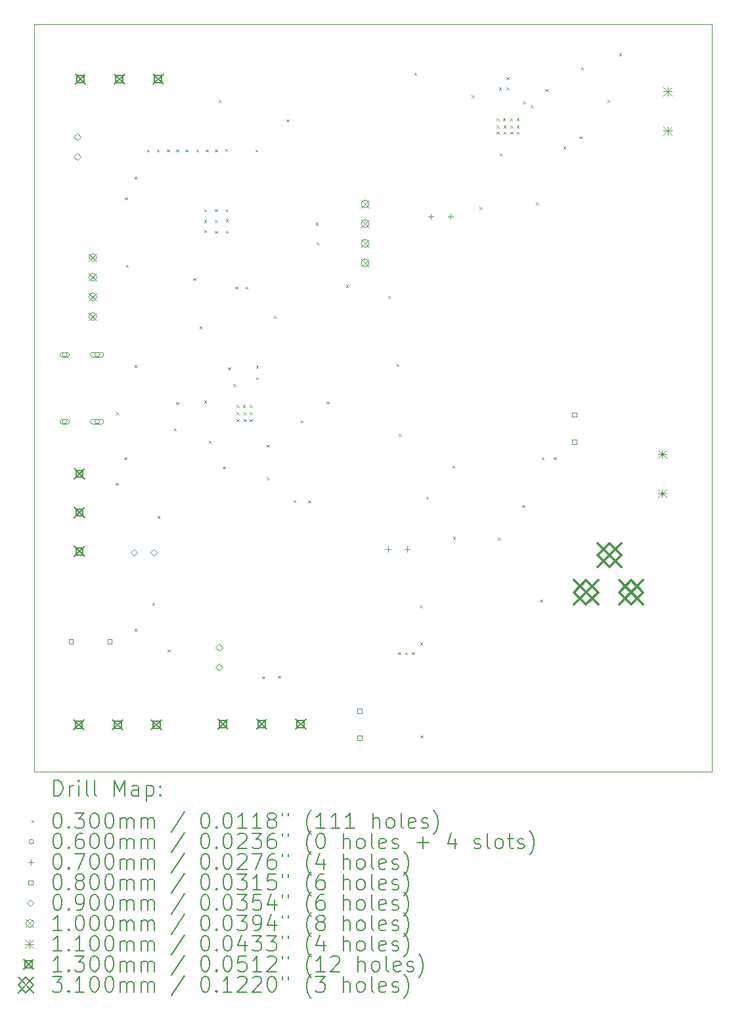
<source format=gbr>
%TF.GenerationSoftware,KiCad,Pcbnew,9.0.7*%
%TF.CreationDate,2026-02-25T21:26:25-06:00*%
%TF.ProjectId,circle_of_life,63697263-6c65-45f6-9f66-5f6c6966652e,rev?*%
%TF.SameCoordinates,Original*%
%TF.FileFunction,Drillmap*%
%TF.FilePolarity,Positive*%
%FSLAX45Y45*%
G04 Gerber Fmt 4.5, Leading zero omitted, Abs format (unit mm)*
G04 Created by KiCad (PCBNEW 9.0.7) date 2026-02-25 21:26:25*
%MOMM*%
%LPD*%
G01*
G04 APERTURE LIST*
%ADD10C,0.050000*%
%ADD11C,0.200000*%
%ADD12C,0.100000*%
%ADD13C,0.110000*%
%ADD14C,0.130000*%
%ADD15C,0.310000*%
G04 APERTURE END LIST*
D10*
X8620000Y-10390000D02*
X17360000Y-10390000D01*
X17360000Y-20030000D01*
X8620000Y-20030000D01*
X8620000Y-10390000D01*
D11*
D12*
X9675000Y-16305000D02*
X9705000Y-16335000D01*
X9705000Y-16305000D02*
X9675000Y-16335000D01*
X9685000Y-15395000D02*
X9715000Y-15425000D01*
X9715000Y-15395000D02*
X9685000Y-15425000D01*
X9785000Y-15975000D02*
X9815000Y-16005000D01*
X9815000Y-15975000D02*
X9785000Y-16005000D01*
X9795000Y-12625000D02*
X9825000Y-12655000D01*
X9825000Y-12625000D02*
X9795000Y-12655000D01*
X9805000Y-13495000D02*
X9835000Y-13525000D01*
X9835000Y-13495000D02*
X9805000Y-13525000D01*
X9915000Y-12355000D02*
X9945000Y-12385000D01*
X9945000Y-12355000D02*
X9915000Y-12385000D01*
X9915000Y-14785000D02*
X9945000Y-14815000D01*
X9945000Y-14785000D02*
X9915000Y-14815000D01*
X9915000Y-18190000D02*
X9945000Y-18220000D01*
X9945000Y-18190000D02*
X9915000Y-18220000D01*
X10076000Y-12005000D02*
X10106000Y-12035000D01*
X10106000Y-12005000D02*
X10076000Y-12035000D01*
X10145000Y-17855000D02*
X10175000Y-17885000D01*
X10175000Y-17855000D02*
X10145000Y-17885000D01*
X10203000Y-12005000D02*
X10233000Y-12035000D01*
X10233000Y-12005000D02*
X10203000Y-12035000D01*
X10215000Y-16735000D02*
X10245000Y-16765000D01*
X10245000Y-16735000D02*
X10215000Y-16765000D01*
X10335000Y-12005000D02*
X10365000Y-12035000D01*
X10365000Y-12005000D02*
X10335000Y-12035000D01*
X10345000Y-18455000D02*
X10375000Y-18485000D01*
X10375000Y-18455000D02*
X10345000Y-18485000D01*
X10425000Y-15605000D02*
X10455000Y-15635000D01*
X10455000Y-15605000D02*
X10425000Y-15635000D01*
X10455000Y-12005000D02*
X10485000Y-12035000D01*
X10485000Y-12005000D02*
X10455000Y-12035000D01*
X10455000Y-15265000D02*
X10485000Y-15295000D01*
X10485000Y-15265000D02*
X10455000Y-15295000D01*
X10575000Y-12005000D02*
X10605000Y-12035000D01*
X10605000Y-12005000D02*
X10575000Y-12035000D01*
X10675000Y-13665000D02*
X10705000Y-13695000D01*
X10705000Y-13665000D02*
X10675000Y-13695000D01*
X10711000Y-12005000D02*
X10741000Y-12035000D01*
X10741000Y-12005000D02*
X10711000Y-12035000D01*
X10755000Y-14285000D02*
X10785000Y-14315000D01*
X10785000Y-14285000D02*
X10755000Y-14315000D01*
X10815000Y-12775000D02*
X10845000Y-12805000D01*
X10845000Y-12775000D02*
X10815000Y-12805000D01*
X10815000Y-12915000D02*
X10845000Y-12945000D01*
X10845000Y-12915000D02*
X10815000Y-12945000D01*
X10815000Y-13045000D02*
X10845000Y-13075000D01*
X10845000Y-13045000D02*
X10815000Y-13075000D01*
X10815000Y-15245000D02*
X10845000Y-15275000D01*
X10845000Y-15245000D02*
X10815000Y-15275000D01*
X10835000Y-12005000D02*
X10865000Y-12035000D01*
X10865000Y-12005000D02*
X10835000Y-12035000D01*
X10875000Y-15765000D02*
X10905000Y-15795000D01*
X10905000Y-15765000D02*
X10875000Y-15795000D01*
X10955000Y-12005000D02*
X10985000Y-12035000D01*
X10985000Y-12005000D02*
X10955000Y-12035000D01*
X10955000Y-12775000D02*
X10985000Y-12805000D01*
X10985000Y-12775000D02*
X10955000Y-12805000D01*
X10955000Y-12915000D02*
X10985000Y-12945000D01*
X10985000Y-12915000D02*
X10955000Y-12945000D01*
X10955000Y-13055000D02*
X10985000Y-13085000D01*
X10985000Y-13055000D02*
X10955000Y-13085000D01*
X11005000Y-11365000D02*
X11035000Y-11395000D01*
X11035000Y-11365000D02*
X11005000Y-11395000D01*
X11055000Y-16095000D02*
X11085000Y-16125000D01*
X11085000Y-16095000D02*
X11055000Y-16125000D01*
X11085000Y-11995000D02*
X11115000Y-12025000D01*
X11115000Y-11995000D02*
X11085000Y-12025000D01*
X11095000Y-12775000D02*
X11125000Y-12805000D01*
X11125000Y-12775000D02*
X11095000Y-12805000D01*
X11095000Y-12905000D02*
X11125000Y-12935000D01*
X11125000Y-12905000D02*
X11095000Y-12935000D01*
X11095000Y-13055000D02*
X11125000Y-13085000D01*
X11125000Y-13055000D02*
X11095000Y-13085000D01*
X11125000Y-14815000D02*
X11155000Y-14845000D01*
X11155000Y-14815000D02*
X11125000Y-14845000D01*
X11190293Y-15030000D02*
X11220293Y-15060000D01*
X11220293Y-15030000D02*
X11190293Y-15060000D01*
X11215000Y-13775000D02*
X11245000Y-13805000D01*
X11245000Y-13775000D02*
X11215000Y-13805000D01*
X11235000Y-15305000D02*
X11265000Y-15335000D01*
X11265000Y-15305000D02*
X11235000Y-15335000D01*
X11235000Y-15395000D02*
X11265000Y-15425000D01*
X11265000Y-15395000D02*
X11235000Y-15425000D01*
X11235000Y-15485000D02*
X11265000Y-15515000D01*
X11265000Y-15485000D02*
X11235000Y-15515000D01*
X11315000Y-15305000D02*
X11345000Y-15335000D01*
X11345000Y-15305000D02*
X11315000Y-15335000D01*
X11325000Y-15395000D02*
X11355000Y-15425000D01*
X11355000Y-15395000D02*
X11325000Y-15425000D01*
X11325000Y-15485000D02*
X11355000Y-15515000D01*
X11355000Y-15485000D02*
X11325000Y-15515000D01*
X11346000Y-13775000D02*
X11376000Y-13805000D01*
X11376000Y-13775000D02*
X11346000Y-13805000D01*
X11405000Y-15305000D02*
X11435000Y-15335000D01*
X11435000Y-15305000D02*
X11405000Y-15335000D01*
X11405000Y-15395000D02*
X11435000Y-15425000D01*
X11435000Y-15395000D02*
X11405000Y-15425000D01*
X11405000Y-15485000D02*
X11435000Y-15515000D01*
X11435000Y-15485000D02*
X11405000Y-15515000D01*
X11475000Y-12005000D02*
X11505000Y-12035000D01*
X11505000Y-12005000D02*
X11475000Y-12035000D01*
X11485000Y-14795000D02*
X11515000Y-14825000D01*
X11515000Y-14795000D02*
X11485000Y-14825000D01*
X11485000Y-14945000D02*
X11515000Y-14975000D01*
X11515000Y-14945000D02*
X11485000Y-14975000D01*
X11565000Y-18805000D02*
X11595000Y-18835000D01*
X11595000Y-18805000D02*
X11565000Y-18835000D01*
X11625000Y-15815000D02*
X11655000Y-15845000D01*
X11655000Y-15815000D02*
X11625000Y-15845000D01*
X11625000Y-16235000D02*
X11655000Y-16265000D01*
X11655000Y-16235000D02*
X11625000Y-16265000D01*
X11715000Y-14150000D02*
X11745000Y-14180000D01*
X11745000Y-14150000D02*
X11715000Y-14180000D01*
X11765000Y-18795000D02*
X11795000Y-18825000D01*
X11795000Y-18795000D02*
X11765000Y-18825000D01*
X11875000Y-11615000D02*
X11905000Y-11645000D01*
X11905000Y-11615000D02*
X11875000Y-11645000D01*
X11965000Y-16525000D02*
X11995000Y-16555000D01*
X11995000Y-16525000D02*
X11965000Y-16555000D01*
X12057293Y-15500000D02*
X12087293Y-15530000D01*
X12087293Y-15500000D02*
X12057293Y-15530000D01*
X12155000Y-16535000D02*
X12185000Y-16565000D01*
X12185000Y-16535000D02*
X12155000Y-16565000D01*
X12255000Y-12947000D02*
X12285000Y-12977000D01*
X12285000Y-12947000D02*
X12255000Y-12977000D01*
X12265000Y-13201000D02*
X12295000Y-13231000D01*
X12295000Y-13201000D02*
X12265000Y-13231000D01*
X12392772Y-15255000D02*
X12422772Y-15285000D01*
X12422772Y-15255000D02*
X12392772Y-15285000D01*
X12645000Y-13755000D02*
X12675000Y-13785000D01*
X12675000Y-13755000D02*
X12645000Y-13785000D01*
X13185000Y-13895000D02*
X13215000Y-13925000D01*
X13215000Y-13895000D02*
X13185000Y-13925000D01*
X13295000Y-14775000D02*
X13325000Y-14805000D01*
X13325000Y-14775000D02*
X13295000Y-14805000D01*
X13315000Y-18489000D02*
X13345000Y-18519000D01*
X13345000Y-18489000D02*
X13315000Y-18519000D01*
X13325000Y-15675000D02*
X13355000Y-15705000D01*
X13355000Y-15675000D02*
X13325000Y-15705000D01*
X13405000Y-18489000D02*
X13435000Y-18519000D01*
X13435000Y-18489000D02*
X13405000Y-18519000D01*
X13495000Y-18489000D02*
X13525000Y-18519000D01*
X13525000Y-18489000D02*
X13495000Y-18519000D01*
X13525000Y-11015000D02*
X13555000Y-11045000D01*
X13555000Y-11015000D02*
X13525000Y-11045000D01*
X13595000Y-17885000D02*
X13625000Y-17915000D01*
X13625000Y-17885000D02*
X13595000Y-17915000D01*
X13598800Y-18369000D02*
X13628800Y-18399000D01*
X13628800Y-18369000D02*
X13598800Y-18399000D01*
X13605000Y-19565000D02*
X13635000Y-19595000D01*
X13635000Y-19565000D02*
X13605000Y-19595000D01*
X13675000Y-16485000D02*
X13705000Y-16515000D01*
X13705000Y-16485000D02*
X13675000Y-16515000D01*
X14015000Y-16085000D02*
X14045000Y-16115000D01*
X14045000Y-16085000D02*
X14015000Y-16115000D01*
X14025000Y-17002500D02*
X14055000Y-17032500D01*
X14055000Y-17002500D02*
X14025000Y-17032500D01*
X14265000Y-11305000D02*
X14295000Y-11335000D01*
X14295000Y-11305000D02*
X14265000Y-11335000D01*
X14365000Y-12745000D02*
X14395000Y-12775000D01*
X14395000Y-12745000D02*
X14365000Y-12775000D01*
X14585000Y-11605000D02*
X14615000Y-11635000D01*
X14615000Y-11605000D02*
X14585000Y-11635000D01*
X14585000Y-11695000D02*
X14615000Y-11725000D01*
X14615000Y-11695000D02*
X14585000Y-11725000D01*
X14585000Y-11775000D02*
X14615000Y-11805000D01*
X14615000Y-11775000D02*
X14585000Y-11805000D01*
X14605000Y-17015000D02*
X14635000Y-17045000D01*
X14635000Y-17015000D02*
X14605000Y-17045000D01*
X14615000Y-11205000D02*
X14645000Y-11235000D01*
X14645000Y-11205000D02*
X14615000Y-11235000D01*
X14625000Y-12055000D02*
X14655000Y-12085000D01*
X14655000Y-12055000D02*
X14625000Y-12085000D01*
X14665000Y-11605000D02*
X14695000Y-11635000D01*
X14695000Y-11605000D02*
X14665000Y-11635000D01*
X14675000Y-11695000D02*
X14705000Y-11725000D01*
X14705000Y-11695000D02*
X14675000Y-11725000D01*
X14675000Y-11775000D02*
X14705000Y-11805000D01*
X14705000Y-11775000D02*
X14675000Y-11805000D01*
X14715000Y-11075000D02*
X14745000Y-11105000D01*
X14745000Y-11075000D02*
X14715000Y-11105000D01*
X14715000Y-11205000D02*
X14745000Y-11235000D01*
X14745000Y-11205000D02*
X14715000Y-11235000D01*
X14755000Y-11605000D02*
X14785000Y-11635000D01*
X14785000Y-11605000D02*
X14755000Y-11635000D01*
X14765000Y-11695000D02*
X14795000Y-11725000D01*
X14795000Y-11695000D02*
X14765000Y-11725000D01*
X14765000Y-11775000D02*
X14795000Y-11805000D01*
X14795000Y-11775000D02*
X14765000Y-11805000D01*
X14845000Y-11605000D02*
X14875000Y-11635000D01*
X14875000Y-11605000D02*
X14845000Y-11635000D01*
X14845000Y-11695000D02*
X14875000Y-11725000D01*
X14875000Y-11695000D02*
X14845000Y-11725000D01*
X14845000Y-11775000D02*
X14875000Y-11805000D01*
X14875000Y-11775000D02*
X14845000Y-11805000D01*
X14915000Y-16595000D02*
X14945000Y-16625000D01*
X14945000Y-16595000D02*
X14915000Y-16625000D01*
X14925000Y-11385000D02*
X14955000Y-11415000D01*
X14955000Y-11385000D02*
X14925000Y-11415000D01*
X15025000Y-11435000D02*
X15055000Y-11465000D01*
X15055000Y-11435000D02*
X15025000Y-11465000D01*
X15095000Y-12685000D02*
X15125000Y-12715000D01*
X15125000Y-12685000D02*
X15095000Y-12715000D01*
X15145000Y-17815000D02*
X15175000Y-17845000D01*
X15175000Y-17815000D02*
X15145000Y-17845000D01*
X15165000Y-15975000D02*
X15195000Y-16005000D01*
X15195000Y-15975000D02*
X15165000Y-16005000D01*
X15215000Y-11225000D02*
X15245000Y-11255000D01*
X15245000Y-11225000D02*
X15215000Y-11255000D01*
X15325000Y-15975000D02*
X15355000Y-16005000D01*
X15355000Y-15975000D02*
X15325000Y-16005000D01*
X15445000Y-11965000D02*
X15475000Y-11995000D01*
X15475000Y-11965000D02*
X15445000Y-11995000D01*
X15655000Y-11835000D02*
X15685000Y-11865000D01*
X15685000Y-11835000D02*
X15655000Y-11865000D01*
X15675000Y-10945000D02*
X15705000Y-10975000D01*
X15705000Y-10945000D02*
X15675000Y-10975000D01*
X16018194Y-11365000D02*
X16048194Y-11395000D01*
X16048194Y-11365000D02*
X16018194Y-11395000D01*
X16165000Y-10765000D02*
X16195000Y-10795000D01*
X16195000Y-10765000D02*
X16165000Y-10795000D01*
X9048000Y-14654000D02*
G75*
G02*
X8988000Y-14654000I-30000J0D01*
G01*
X8988000Y-14654000D02*
G75*
G02*
X9048000Y-14654000I30000J0D01*
G01*
X9048000Y-14624000D02*
X8988000Y-14624000D01*
X8988000Y-14684000D02*
G75*
G02*
X8988000Y-14624000I0J30000D01*
G01*
X8988000Y-14684000D02*
X9048000Y-14684000D01*
X9048000Y-14684000D02*
G75*
G03*
X9048000Y-14624000I0J30000D01*
G01*
X9048000Y-15518000D02*
G75*
G02*
X8988000Y-15518000I-30000J0D01*
G01*
X8988000Y-15518000D02*
G75*
G02*
X9048000Y-15518000I30000J0D01*
G01*
X9048000Y-15488000D02*
X8988000Y-15488000D01*
X8988000Y-15548000D02*
G75*
G02*
X8988000Y-15488000I0J30000D01*
G01*
X8988000Y-15548000D02*
X9048000Y-15548000D01*
X9048000Y-15548000D02*
G75*
G03*
X9048000Y-15488000I0J30000D01*
G01*
X9466000Y-14654000D02*
G75*
G02*
X9406000Y-14654000I-30000J0D01*
G01*
X9406000Y-14654000D02*
G75*
G02*
X9466000Y-14654000I30000J0D01*
G01*
X9491000Y-14624000D02*
X9381000Y-14624000D01*
X9381000Y-14684000D02*
G75*
G02*
X9381000Y-14624000I0J30000D01*
G01*
X9381000Y-14684000D02*
X9491000Y-14684000D01*
X9491000Y-14684000D02*
G75*
G03*
X9491000Y-14624000I0J30000D01*
G01*
X9466000Y-15518000D02*
G75*
G02*
X9406000Y-15518000I-30000J0D01*
G01*
X9406000Y-15518000D02*
G75*
G02*
X9466000Y-15518000I30000J0D01*
G01*
X9491000Y-15488000D02*
X9381000Y-15488000D01*
X9381000Y-15548000D02*
G75*
G02*
X9381000Y-15488000I0J30000D01*
G01*
X9381000Y-15548000D02*
X9491000Y-15548000D01*
X9491000Y-15548000D02*
G75*
G03*
X9491000Y-15488000I0J30000D01*
G01*
X13185000Y-17125000D02*
X13185000Y-17195000D01*
X13150000Y-17160000D02*
X13220000Y-17160000D01*
X13435000Y-17125000D02*
X13435000Y-17195000D01*
X13400000Y-17160000D02*
X13470000Y-17160000D01*
X13740000Y-12835000D02*
X13740000Y-12905000D01*
X13705000Y-12870000D02*
X13775000Y-12870000D01*
X13990000Y-12835000D02*
X13990000Y-12905000D01*
X13955000Y-12870000D02*
X14025000Y-12870000D01*
X9125785Y-18383285D02*
X9125785Y-18326716D01*
X9069216Y-18326716D01*
X9069216Y-18383285D01*
X9125785Y-18383285D01*
X9625785Y-18383285D02*
X9625785Y-18326716D01*
X9569216Y-18326716D01*
X9569216Y-18383285D01*
X9625785Y-18383285D01*
X12848284Y-19278285D02*
X12848284Y-19221716D01*
X12791715Y-19221716D01*
X12791715Y-19278285D01*
X12848284Y-19278285D01*
X12848284Y-19628285D02*
X12848284Y-19571716D01*
X12791715Y-19571716D01*
X12791715Y-19628285D01*
X12848284Y-19628285D01*
X15613284Y-15456284D02*
X15613284Y-15399715D01*
X15556715Y-15399715D01*
X15556715Y-15456284D01*
X15613284Y-15456284D01*
X15613284Y-15806284D02*
X15613284Y-15749715D01*
X15556715Y-15749715D01*
X15556715Y-15806284D01*
X15613284Y-15806284D01*
X9179000Y-11890000D02*
X9224000Y-11845000D01*
X9179000Y-11800000D01*
X9134000Y-11845000D01*
X9179000Y-11890000D01*
X9179000Y-12144000D02*
X9224000Y-12099000D01*
X9179000Y-12054000D01*
X9134000Y-12099000D01*
X9179000Y-12144000D01*
X9910000Y-17251000D02*
X9955000Y-17206000D01*
X9910000Y-17161000D01*
X9865000Y-17206000D01*
X9910000Y-17251000D01*
X10164000Y-17251000D02*
X10209000Y-17206000D01*
X10164000Y-17161000D01*
X10119000Y-17206000D01*
X10164000Y-17251000D01*
X11009000Y-18475000D02*
X11054000Y-18430000D01*
X11009000Y-18385000D01*
X10964000Y-18430000D01*
X11009000Y-18475000D01*
X11009000Y-18729000D02*
X11054000Y-18684000D01*
X11009000Y-18639000D01*
X10964000Y-18684000D01*
X11009000Y-18729000D01*
X9330000Y-13350000D02*
X9430000Y-13450000D01*
X9430000Y-13350000D02*
X9330000Y-13450000D01*
X9430000Y-13400000D02*
G75*
G02*
X9330000Y-13400000I-50000J0D01*
G01*
X9330000Y-13400000D02*
G75*
G02*
X9430000Y-13400000I50000J0D01*
G01*
X9330000Y-13604000D02*
X9430000Y-13704000D01*
X9430000Y-13604000D02*
X9330000Y-13704000D01*
X9430000Y-13654000D02*
G75*
G02*
X9330000Y-13654000I-50000J0D01*
G01*
X9330000Y-13654000D02*
G75*
G02*
X9430000Y-13654000I50000J0D01*
G01*
X9330000Y-13858000D02*
X9430000Y-13958000D01*
X9430000Y-13858000D02*
X9330000Y-13958000D01*
X9430000Y-13908000D02*
G75*
G02*
X9330000Y-13908000I-50000J0D01*
G01*
X9330000Y-13908000D02*
G75*
G02*
X9430000Y-13908000I50000J0D01*
G01*
X9330000Y-14112000D02*
X9430000Y-14212000D01*
X9430000Y-14112000D02*
X9330000Y-14212000D01*
X9430000Y-14162000D02*
G75*
G02*
X9330000Y-14162000I-50000J0D01*
G01*
X9330000Y-14162000D02*
G75*
G02*
X9430000Y-14162000I50000J0D01*
G01*
X12840000Y-12658000D02*
X12940000Y-12758000D01*
X12940000Y-12658000D02*
X12840000Y-12758000D01*
X12940000Y-12708000D02*
G75*
G02*
X12840000Y-12708000I-50000J0D01*
G01*
X12840000Y-12708000D02*
G75*
G02*
X12940000Y-12708000I50000J0D01*
G01*
X12840000Y-12912000D02*
X12940000Y-13012000D01*
X12940000Y-12912000D02*
X12840000Y-13012000D01*
X12940000Y-12962000D02*
G75*
G02*
X12840000Y-12962000I-50000J0D01*
G01*
X12840000Y-12962000D02*
G75*
G02*
X12940000Y-12962000I50000J0D01*
G01*
X12840000Y-13166000D02*
X12940000Y-13266000D01*
X12940000Y-13166000D02*
X12840000Y-13266000D01*
X12940000Y-13216000D02*
G75*
G02*
X12840000Y-13216000I-50000J0D01*
G01*
X12840000Y-13216000D02*
G75*
G02*
X12940000Y-13216000I50000J0D01*
G01*
X12840000Y-13420000D02*
X12940000Y-13520000D01*
X12940000Y-13420000D02*
X12840000Y-13520000D01*
X12940000Y-13470000D02*
G75*
G02*
X12840000Y-13470000I-50000J0D01*
G01*
X12840000Y-13470000D02*
G75*
G02*
X12940000Y-13470000I50000J0D01*
G01*
D13*
X16665000Y-15881000D02*
X16775000Y-15991000D01*
X16775000Y-15881000D02*
X16665000Y-15991000D01*
X16720000Y-15881000D02*
X16720000Y-15991000D01*
X16665000Y-15936000D02*
X16775000Y-15936000D01*
X16665000Y-16389000D02*
X16775000Y-16499000D01*
X16775000Y-16389000D02*
X16665000Y-16499000D01*
X16720000Y-16389000D02*
X16720000Y-16499000D01*
X16665000Y-16444000D02*
X16775000Y-16444000D01*
X16738194Y-11201959D02*
X16848194Y-11311959D01*
X16848194Y-11201959D02*
X16738194Y-11311959D01*
X16793194Y-11201959D02*
X16793194Y-11311959D01*
X16738194Y-11256959D02*
X16848194Y-11256959D01*
X16738194Y-11709959D02*
X16848194Y-11819959D01*
X16848194Y-11709959D02*
X16738194Y-11819959D01*
X16793194Y-11709959D02*
X16793194Y-11819959D01*
X16738194Y-11764959D02*
X16848194Y-11764959D01*
D14*
X9135000Y-19365000D02*
X9265000Y-19495000D01*
X9265000Y-19365000D02*
X9135000Y-19495000D01*
X9245962Y-19475962D02*
X9245962Y-19384038D01*
X9154038Y-19384038D01*
X9154038Y-19475962D01*
X9245962Y-19475962D01*
X9143000Y-16125000D02*
X9273000Y-16255000D01*
X9273000Y-16125000D02*
X9143000Y-16255000D01*
X9253962Y-16235962D02*
X9253962Y-16144038D01*
X9162038Y-16144038D01*
X9162038Y-16235962D01*
X9253962Y-16235962D01*
X9143000Y-16625000D02*
X9273000Y-16755000D01*
X9273000Y-16625000D02*
X9143000Y-16755000D01*
X9253962Y-16735962D02*
X9253962Y-16644038D01*
X9162038Y-16644038D01*
X9162038Y-16735962D01*
X9253962Y-16735962D01*
X9143000Y-17125000D02*
X9273000Y-17255000D01*
X9273000Y-17125000D02*
X9143000Y-17255000D01*
X9253962Y-17235962D02*
X9253962Y-17144038D01*
X9162038Y-17144038D01*
X9162038Y-17235962D01*
X9253962Y-17235962D01*
X9158000Y-11030000D02*
X9288000Y-11160000D01*
X9288000Y-11030000D02*
X9158000Y-11160000D01*
X9268962Y-11140962D02*
X9268962Y-11049038D01*
X9177038Y-11049038D01*
X9177038Y-11140962D01*
X9268962Y-11140962D01*
X9635000Y-19365000D02*
X9765000Y-19495000D01*
X9765000Y-19365000D02*
X9635000Y-19495000D01*
X9745962Y-19475962D02*
X9745962Y-19384038D01*
X9654038Y-19384038D01*
X9654038Y-19475962D01*
X9745962Y-19475962D01*
X9658000Y-11030000D02*
X9788000Y-11160000D01*
X9788000Y-11030000D02*
X9658000Y-11160000D01*
X9768962Y-11140962D02*
X9768962Y-11049038D01*
X9677038Y-11049038D01*
X9677038Y-11140962D01*
X9768962Y-11140962D01*
X10135000Y-19365000D02*
X10265000Y-19495000D01*
X10265000Y-19365000D02*
X10135000Y-19495000D01*
X10245962Y-19475962D02*
X10245962Y-19384038D01*
X10154038Y-19384038D01*
X10154038Y-19475962D01*
X10245962Y-19475962D01*
X10158000Y-11030000D02*
X10288000Y-11160000D01*
X10288000Y-11030000D02*
X10158000Y-11160000D01*
X10268962Y-11140962D02*
X10268962Y-11049038D01*
X10177038Y-11049038D01*
X10177038Y-11140962D01*
X10268962Y-11140962D01*
X10995000Y-19355000D02*
X11125000Y-19485000D01*
X11125000Y-19355000D02*
X10995000Y-19485000D01*
X11105962Y-19465962D02*
X11105962Y-19374038D01*
X11014038Y-19374038D01*
X11014038Y-19465962D01*
X11105962Y-19465962D01*
X11495000Y-19355000D02*
X11625000Y-19485000D01*
X11625000Y-19355000D02*
X11495000Y-19485000D01*
X11605962Y-19465962D02*
X11605962Y-19374038D01*
X11514038Y-19374038D01*
X11514038Y-19465962D01*
X11605962Y-19465962D01*
X11995000Y-19355000D02*
X12125000Y-19485000D01*
X12125000Y-19355000D02*
X11995000Y-19485000D01*
X12105962Y-19465962D02*
X12105962Y-19374038D01*
X12014038Y-19374038D01*
X12014038Y-19465962D01*
X12105962Y-19465962D01*
D15*
X15585000Y-17565000D02*
X15895000Y-17875000D01*
X15895000Y-17565000D02*
X15585000Y-17875000D01*
X15740000Y-17875000D02*
X15895000Y-17720000D01*
X15740000Y-17565000D01*
X15585000Y-17720000D01*
X15740000Y-17875000D01*
X15885000Y-17085000D02*
X16195000Y-17395000D01*
X16195000Y-17085000D02*
X15885000Y-17395000D01*
X16040000Y-17395000D02*
X16195000Y-17240000D01*
X16040000Y-17085000D01*
X15885000Y-17240000D01*
X16040000Y-17395000D01*
X16165000Y-17565000D02*
X16475000Y-17875000D01*
X16475000Y-17565000D02*
X16165000Y-17875000D01*
X16320000Y-17875000D02*
X16475000Y-17720000D01*
X16320000Y-17565000D01*
X16165000Y-17720000D01*
X16320000Y-17875000D01*
D11*
X8878277Y-20343984D02*
X8878277Y-20143984D01*
X8878277Y-20143984D02*
X8925896Y-20143984D01*
X8925896Y-20143984D02*
X8954467Y-20153508D01*
X8954467Y-20153508D02*
X8973515Y-20172555D01*
X8973515Y-20172555D02*
X8983039Y-20191603D01*
X8983039Y-20191603D02*
X8992563Y-20229698D01*
X8992563Y-20229698D02*
X8992563Y-20258270D01*
X8992563Y-20258270D02*
X8983039Y-20296365D01*
X8983039Y-20296365D02*
X8973515Y-20315412D01*
X8973515Y-20315412D02*
X8954467Y-20334460D01*
X8954467Y-20334460D02*
X8925896Y-20343984D01*
X8925896Y-20343984D02*
X8878277Y-20343984D01*
X9078277Y-20343984D02*
X9078277Y-20210650D01*
X9078277Y-20248746D02*
X9087801Y-20229698D01*
X9087801Y-20229698D02*
X9097324Y-20220174D01*
X9097324Y-20220174D02*
X9116372Y-20210650D01*
X9116372Y-20210650D02*
X9135420Y-20210650D01*
X9202086Y-20343984D02*
X9202086Y-20210650D01*
X9202086Y-20143984D02*
X9192563Y-20153508D01*
X9192563Y-20153508D02*
X9202086Y-20163031D01*
X9202086Y-20163031D02*
X9211610Y-20153508D01*
X9211610Y-20153508D02*
X9202086Y-20143984D01*
X9202086Y-20143984D02*
X9202086Y-20163031D01*
X9325896Y-20343984D02*
X9306848Y-20334460D01*
X9306848Y-20334460D02*
X9297324Y-20315412D01*
X9297324Y-20315412D02*
X9297324Y-20143984D01*
X9430658Y-20343984D02*
X9411610Y-20334460D01*
X9411610Y-20334460D02*
X9402086Y-20315412D01*
X9402086Y-20315412D02*
X9402086Y-20143984D01*
X9659229Y-20343984D02*
X9659229Y-20143984D01*
X9659229Y-20143984D02*
X9725896Y-20286841D01*
X9725896Y-20286841D02*
X9792563Y-20143984D01*
X9792563Y-20143984D02*
X9792563Y-20343984D01*
X9973515Y-20343984D02*
X9973515Y-20239222D01*
X9973515Y-20239222D02*
X9963991Y-20220174D01*
X9963991Y-20220174D02*
X9944944Y-20210650D01*
X9944944Y-20210650D02*
X9906848Y-20210650D01*
X9906848Y-20210650D02*
X9887801Y-20220174D01*
X9973515Y-20334460D02*
X9954467Y-20343984D01*
X9954467Y-20343984D02*
X9906848Y-20343984D01*
X9906848Y-20343984D02*
X9887801Y-20334460D01*
X9887801Y-20334460D02*
X9878277Y-20315412D01*
X9878277Y-20315412D02*
X9878277Y-20296365D01*
X9878277Y-20296365D02*
X9887801Y-20277317D01*
X9887801Y-20277317D02*
X9906848Y-20267793D01*
X9906848Y-20267793D02*
X9954467Y-20267793D01*
X9954467Y-20267793D02*
X9973515Y-20258270D01*
X10068753Y-20210650D02*
X10068753Y-20410650D01*
X10068753Y-20220174D02*
X10087801Y-20210650D01*
X10087801Y-20210650D02*
X10125896Y-20210650D01*
X10125896Y-20210650D02*
X10144944Y-20220174D01*
X10144944Y-20220174D02*
X10154467Y-20229698D01*
X10154467Y-20229698D02*
X10163991Y-20248746D01*
X10163991Y-20248746D02*
X10163991Y-20305889D01*
X10163991Y-20305889D02*
X10154467Y-20324936D01*
X10154467Y-20324936D02*
X10144944Y-20334460D01*
X10144944Y-20334460D02*
X10125896Y-20343984D01*
X10125896Y-20343984D02*
X10087801Y-20343984D01*
X10087801Y-20343984D02*
X10068753Y-20334460D01*
X10249705Y-20324936D02*
X10259229Y-20334460D01*
X10259229Y-20334460D02*
X10249705Y-20343984D01*
X10249705Y-20343984D02*
X10240182Y-20334460D01*
X10240182Y-20334460D02*
X10249705Y-20324936D01*
X10249705Y-20324936D02*
X10249705Y-20343984D01*
X10249705Y-20220174D02*
X10259229Y-20229698D01*
X10259229Y-20229698D02*
X10249705Y-20239222D01*
X10249705Y-20239222D02*
X10240182Y-20229698D01*
X10240182Y-20229698D02*
X10249705Y-20220174D01*
X10249705Y-20220174D02*
X10249705Y-20239222D01*
D12*
X8587500Y-20657500D02*
X8617500Y-20687500D01*
X8617500Y-20657500D02*
X8587500Y-20687500D01*
D11*
X8916372Y-20563984D02*
X8935420Y-20563984D01*
X8935420Y-20563984D02*
X8954467Y-20573508D01*
X8954467Y-20573508D02*
X8963991Y-20583031D01*
X8963991Y-20583031D02*
X8973515Y-20602079D01*
X8973515Y-20602079D02*
X8983039Y-20640174D01*
X8983039Y-20640174D02*
X8983039Y-20687793D01*
X8983039Y-20687793D02*
X8973515Y-20725889D01*
X8973515Y-20725889D02*
X8963991Y-20744936D01*
X8963991Y-20744936D02*
X8954467Y-20754460D01*
X8954467Y-20754460D02*
X8935420Y-20763984D01*
X8935420Y-20763984D02*
X8916372Y-20763984D01*
X8916372Y-20763984D02*
X8897324Y-20754460D01*
X8897324Y-20754460D02*
X8887801Y-20744936D01*
X8887801Y-20744936D02*
X8878277Y-20725889D01*
X8878277Y-20725889D02*
X8868753Y-20687793D01*
X8868753Y-20687793D02*
X8868753Y-20640174D01*
X8868753Y-20640174D02*
X8878277Y-20602079D01*
X8878277Y-20602079D02*
X8887801Y-20583031D01*
X8887801Y-20583031D02*
X8897324Y-20573508D01*
X8897324Y-20573508D02*
X8916372Y-20563984D01*
X9068753Y-20744936D02*
X9078277Y-20754460D01*
X9078277Y-20754460D02*
X9068753Y-20763984D01*
X9068753Y-20763984D02*
X9059229Y-20754460D01*
X9059229Y-20754460D02*
X9068753Y-20744936D01*
X9068753Y-20744936D02*
X9068753Y-20763984D01*
X9144944Y-20563984D02*
X9268753Y-20563984D01*
X9268753Y-20563984D02*
X9202086Y-20640174D01*
X9202086Y-20640174D02*
X9230658Y-20640174D01*
X9230658Y-20640174D02*
X9249705Y-20649698D01*
X9249705Y-20649698D02*
X9259229Y-20659222D01*
X9259229Y-20659222D02*
X9268753Y-20678270D01*
X9268753Y-20678270D02*
X9268753Y-20725889D01*
X9268753Y-20725889D02*
X9259229Y-20744936D01*
X9259229Y-20744936D02*
X9249705Y-20754460D01*
X9249705Y-20754460D02*
X9230658Y-20763984D01*
X9230658Y-20763984D02*
X9173515Y-20763984D01*
X9173515Y-20763984D02*
X9154467Y-20754460D01*
X9154467Y-20754460D02*
X9144944Y-20744936D01*
X9392563Y-20563984D02*
X9411610Y-20563984D01*
X9411610Y-20563984D02*
X9430658Y-20573508D01*
X9430658Y-20573508D02*
X9440182Y-20583031D01*
X9440182Y-20583031D02*
X9449705Y-20602079D01*
X9449705Y-20602079D02*
X9459229Y-20640174D01*
X9459229Y-20640174D02*
X9459229Y-20687793D01*
X9459229Y-20687793D02*
X9449705Y-20725889D01*
X9449705Y-20725889D02*
X9440182Y-20744936D01*
X9440182Y-20744936D02*
X9430658Y-20754460D01*
X9430658Y-20754460D02*
X9411610Y-20763984D01*
X9411610Y-20763984D02*
X9392563Y-20763984D01*
X9392563Y-20763984D02*
X9373515Y-20754460D01*
X9373515Y-20754460D02*
X9363991Y-20744936D01*
X9363991Y-20744936D02*
X9354467Y-20725889D01*
X9354467Y-20725889D02*
X9344944Y-20687793D01*
X9344944Y-20687793D02*
X9344944Y-20640174D01*
X9344944Y-20640174D02*
X9354467Y-20602079D01*
X9354467Y-20602079D02*
X9363991Y-20583031D01*
X9363991Y-20583031D02*
X9373515Y-20573508D01*
X9373515Y-20573508D02*
X9392563Y-20563984D01*
X9583039Y-20563984D02*
X9602086Y-20563984D01*
X9602086Y-20563984D02*
X9621134Y-20573508D01*
X9621134Y-20573508D02*
X9630658Y-20583031D01*
X9630658Y-20583031D02*
X9640182Y-20602079D01*
X9640182Y-20602079D02*
X9649705Y-20640174D01*
X9649705Y-20640174D02*
X9649705Y-20687793D01*
X9649705Y-20687793D02*
X9640182Y-20725889D01*
X9640182Y-20725889D02*
X9630658Y-20744936D01*
X9630658Y-20744936D02*
X9621134Y-20754460D01*
X9621134Y-20754460D02*
X9602086Y-20763984D01*
X9602086Y-20763984D02*
X9583039Y-20763984D01*
X9583039Y-20763984D02*
X9563991Y-20754460D01*
X9563991Y-20754460D02*
X9554467Y-20744936D01*
X9554467Y-20744936D02*
X9544944Y-20725889D01*
X9544944Y-20725889D02*
X9535420Y-20687793D01*
X9535420Y-20687793D02*
X9535420Y-20640174D01*
X9535420Y-20640174D02*
X9544944Y-20602079D01*
X9544944Y-20602079D02*
X9554467Y-20583031D01*
X9554467Y-20583031D02*
X9563991Y-20573508D01*
X9563991Y-20573508D02*
X9583039Y-20563984D01*
X9735420Y-20763984D02*
X9735420Y-20630650D01*
X9735420Y-20649698D02*
X9744944Y-20640174D01*
X9744944Y-20640174D02*
X9763991Y-20630650D01*
X9763991Y-20630650D02*
X9792563Y-20630650D01*
X9792563Y-20630650D02*
X9811610Y-20640174D01*
X9811610Y-20640174D02*
X9821134Y-20659222D01*
X9821134Y-20659222D02*
X9821134Y-20763984D01*
X9821134Y-20659222D02*
X9830658Y-20640174D01*
X9830658Y-20640174D02*
X9849705Y-20630650D01*
X9849705Y-20630650D02*
X9878277Y-20630650D01*
X9878277Y-20630650D02*
X9897325Y-20640174D01*
X9897325Y-20640174D02*
X9906848Y-20659222D01*
X9906848Y-20659222D02*
X9906848Y-20763984D01*
X10002086Y-20763984D02*
X10002086Y-20630650D01*
X10002086Y-20649698D02*
X10011610Y-20640174D01*
X10011610Y-20640174D02*
X10030658Y-20630650D01*
X10030658Y-20630650D02*
X10059229Y-20630650D01*
X10059229Y-20630650D02*
X10078277Y-20640174D01*
X10078277Y-20640174D02*
X10087801Y-20659222D01*
X10087801Y-20659222D02*
X10087801Y-20763984D01*
X10087801Y-20659222D02*
X10097325Y-20640174D01*
X10097325Y-20640174D02*
X10116372Y-20630650D01*
X10116372Y-20630650D02*
X10144944Y-20630650D01*
X10144944Y-20630650D02*
X10163991Y-20640174D01*
X10163991Y-20640174D02*
X10173515Y-20659222D01*
X10173515Y-20659222D02*
X10173515Y-20763984D01*
X10563991Y-20554460D02*
X10392563Y-20811603D01*
X10821134Y-20563984D02*
X10840182Y-20563984D01*
X10840182Y-20563984D02*
X10859229Y-20573508D01*
X10859229Y-20573508D02*
X10868753Y-20583031D01*
X10868753Y-20583031D02*
X10878277Y-20602079D01*
X10878277Y-20602079D02*
X10887801Y-20640174D01*
X10887801Y-20640174D02*
X10887801Y-20687793D01*
X10887801Y-20687793D02*
X10878277Y-20725889D01*
X10878277Y-20725889D02*
X10868753Y-20744936D01*
X10868753Y-20744936D02*
X10859229Y-20754460D01*
X10859229Y-20754460D02*
X10840182Y-20763984D01*
X10840182Y-20763984D02*
X10821134Y-20763984D01*
X10821134Y-20763984D02*
X10802087Y-20754460D01*
X10802087Y-20754460D02*
X10792563Y-20744936D01*
X10792563Y-20744936D02*
X10783039Y-20725889D01*
X10783039Y-20725889D02*
X10773515Y-20687793D01*
X10773515Y-20687793D02*
X10773515Y-20640174D01*
X10773515Y-20640174D02*
X10783039Y-20602079D01*
X10783039Y-20602079D02*
X10792563Y-20583031D01*
X10792563Y-20583031D02*
X10802087Y-20573508D01*
X10802087Y-20573508D02*
X10821134Y-20563984D01*
X10973515Y-20744936D02*
X10983039Y-20754460D01*
X10983039Y-20754460D02*
X10973515Y-20763984D01*
X10973515Y-20763984D02*
X10963991Y-20754460D01*
X10963991Y-20754460D02*
X10973515Y-20744936D01*
X10973515Y-20744936D02*
X10973515Y-20763984D01*
X11106848Y-20563984D02*
X11125896Y-20563984D01*
X11125896Y-20563984D02*
X11144944Y-20573508D01*
X11144944Y-20573508D02*
X11154468Y-20583031D01*
X11154468Y-20583031D02*
X11163991Y-20602079D01*
X11163991Y-20602079D02*
X11173515Y-20640174D01*
X11173515Y-20640174D02*
X11173515Y-20687793D01*
X11173515Y-20687793D02*
X11163991Y-20725889D01*
X11163991Y-20725889D02*
X11154468Y-20744936D01*
X11154468Y-20744936D02*
X11144944Y-20754460D01*
X11144944Y-20754460D02*
X11125896Y-20763984D01*
X11125896Y-20763984D02*
X11106848Y-20763984D01*
X11106848Y-20763984D02*
X11087801Y-20754460D01*
X11087801Y-20754460D02*
X11078277Y-20744936D01*
X11078277Y-20744936D02*
X11068753Y-20725889D01*
X11068753Y-20725889D02*
X11059229Y-20687793D01*
X11059229Y-20687793D02*
X11059229Y-20640174D01*
X11059229Y-20640174D02*
X11068753Y-20602079D01*
X11068753Y-20602079D02*
X11078277Y-20583031D01*
X11078277Y-20583031D02*
X11087801Y-20573508D01*
X11087801Y-20573508D02*
X11106848Y-20563984D01*
X11363991Y-20763984D02*
X11249706Y-20763984D01*
X11306848Y-20763984D02*
X11306848Y-20563984D01*
X11306848Y-20563984D02*
X11287801Y-20592555D01*
X11287801Y-20592555D02*
X11268753Y-20611603D01*
X11268753Y-20611603D02*
X11249706Y-20621127D01*
X11554467Y-20763984D02*
X11440182Y-20763984D01*
X11497325Y-20763984D02*
X11497325Y-20563984D01*
X11497325Y-20563984D02*
X11478277Y-20592555D01*
X11478277Y-20592555D02*
X11459229Y-20611603D01*
X11459229Y-20611603D02*
X11440182Y-20621127D01*
X11668753Y-20649698D02*
X11649706Y-20640174D01*
X11649706Y-20640174D02*
X11640182Y-20630650D01*
X11640182Y-20630650D02*
X11630658Y-20611603D01*
X11630658Y-20611603D02*
X11630658Y-20602079D01*
X11630658Y-20602079D02*
X11640182Y-20583031D01*
X11640182Y-20583031D02*
X11649706Y-20573508D01*
X11649706Y-20573508D02*
X11668753Y-20563984D01*
X11668753Y-20563984D02*
X11706848Y-20563984D01*
X11706848Y-20563984D02*
X11725896Y-20573508D01*
X11725896Y-20573508D02*
X11735420Y-20583031D01*
X11735420Y-20583031D02*
X11744944Y-20602079D01*
X11744944Y-20602079D02*
X11744944Y-20611603D01*
X11744944Y-20611603D02*
X11735420Y-20630650D01*
X11735420Y-20630650D02*
X11725896Y-20640174D01*
X11725896Y-20640174D02*
X11706848Y-20649698D01*
X11706848Y-20649698D02*
X11668753Y-20649698D01*
X11668753Y-20649698D02*
X11649706Y-20659222D01*
X11649706Y-20659222D02*
X11640182Y-20668746D01*
X11640182Y-20668746D02*
X11630658Y-20687793D01*
X11630658Y-20687793D02*
X11630658Y-20725889D01*
X11630658Y-20725889D02*
X11640182Y-20744936D01*
X11640182Y-20744936D02*
X11649706Y-20754460D01*
X11649706Y-20754460D02*
X11668753Y-20763984D01*
X11668753Y-20763984D02*
X11706848Y-20763984D01*
X11706848Y-20763984D02*
X11725896Y-20754460D01*
X11725896Y-20754460D02*
X11735420Y-20744936D01*
X11735420Y-20744936D02*
X11744944Y-20725889D01*
X11744944Y-20725889D02*
X11744944Y-20687793D01*
X11744944Y-20687793D02*
X11735420Y-20668746D01*
X11735420Y-20668746D02*
X11725896Y-20659222D01*
X11725896Y-20659222D02*
X11706848Y-20649698D01*
X11821134Y-20563984D02*
X11821134Y-20602079D01*
X11897325Y-20563984D02*
X11897325Y-20602079D01*
X12192563Y-20840174D02*
X12183039Y-20830650D01*
X12183039Y-20830650D02*
X12163991Y-20802079D01*
X12163991Y-20802079D02*
X12154468Y-20783031D01*
X12154468Y-20783031D02*
X12144944Y-20754460D01*
X12144944Y-20754460D02*
X12135420Y-20706841D01*
X12135420Y-20706841D02*
X12135420Y-20668746D01*
X12135420Y-20668746D02*
X12144944Y-20621127D01*
X12144944Y-20621127D02*
X12154468Y-20592555D01*
X12154468Y-20592555D02*
X12163991Y-20573508D01*
X12163991Y-20573508D02*
X12183039Y-20544936D01*
X12183039Y-20544936D02*
X12192563Y-20535412D01*
X12373515Y-20763984D02*
X12259229Y-20763984D01*
X12316372Y-20763984D02*
X12316372Y-20563984D01*
X12316372Y-20563984D02*
X12297325Y-20592555D01*
X12297325Y-20592555D02*
X12278277Y-20611603D01*
X12278277Y-20611603D02*
X12259229Y-20621127D01*
X12563991Y-20763984D02*
X12449706Y-20763984D01*
X12506848Y-20763984D02*
X12506848Y-20563984D01*
X12506848Y-20563984D02*
X12487801Y-20592555D01*
X12487801Y-20592555D02*
X12468753Y-20611603D01*
X12468753Y-20611603D02*
X12449706Y-20621127D01*
X12754468Y-20763984D02*
X12640182Y-20763984D01*
X12697325Y-20763984D02*
X12697325Y-20563984D01*
X12697325Y-20563984D02*
X12678277Y-20592555D01*
X12678277Y-20592555D02*
X12659229Y-20611603D01*
X12659229Y-20611603D02*
X12640182Y-20621127D01*
X12992563Y-20763984D02*
X12992563Y-20563984D01*
X13078277Y-20763984D02*
X13078277Y-20659222D01*
X13078277Y-20659222D02*
X13068753Y-20640174D01*
X13068753Y-20640174D02*
X13049706Y-20630650D01*
X13049706Y-20630650D02*
X13021134Y-20630650D01*
X13021134Y-20630650D02*
X13002087Y-20640174D01*
X13002087Y-20640174D02*
X12992563Y-20649698D01*
X13202087Y-20763984D02*
X13183039Y-20754460D01*
X13183039Y-20754460D02*
X13173515Y-20744936D01*
X13173515Y-20744936D02*
X13163991Y-20725889D01*
X13163991Y-20725889D02*
X13163991Y-20668746D01*
X13163991Y-20668746D02*
X13173515Y-20649698D01*
X13173515Y-20649698D02*
X13183039Y-20640174D01*
X13183039Y-20640174D02*
X13202087Y-20630650D01*
X13202087Y-20630650D02*
X13230658Y-20630650D01*
X13230658Y-20630650D02*
X13249706Y-20640174D01*
X13249706Y-20640174D02*
X13259230Y-20649698D01*
X13259230Y-20649698D02*
X13268753Y-20668746D01*
X13268753Y-20668746D02*
X13268753Y-20725889D01*
X13268753Y-20725889D02*
X13259230Y-20744936D01*
X13259230Y-20744936D02*
X13249706Y-20754460D01*
X13249706Y-20754460D02*
X13230658Y-20763984D01*
X13230658Y-20763984D02*
X13202087Y-20763984D01*
X13383039Y-20763984D02*
X13363991Y-20754460D01*
X13363991Y-20754460D02*
X13354468Y-20735412D01*
X13354468Y-20735412D02*
X13354468Y-20563984D01*
X13535420Y-20754460D02*
X13516372Y-20763984D01*
X13516372Y-20763984D02*
X13478277Y-20763984D01*
X13478277Y-20763984D02*
X13459230Y-20754460D01*
X13459230Y-20754460D02*
X13449706Y-20735412D01*
X13449706Y-20735412D02*
X13449706Y-20659222D01*
X13449706Y-20659222D02*
X13459230Y-20640174D01*
X13459230Y-20640174D02*
X13478277Y-20630650D01*
X13478277Y-20630650D02*
X13516372Y-20630650D01*
X13516372Y-20630650D02*
X13535420Y-20640174D01*
X13535420Y-20640174D02*
X13544944Y-20659222D01*
X13544944Y-20659222D02*
X13544944Y-20678270D01*
X13544944Y-20678270D02*
X13449706Y-20697317D01*
X13621134Y-20754460D02*
X13640182Y-20763984D01*
X13640182Y-20763984D02*
X13678277Y-20763984D01*
X13678277Y-20763984D02*
X13697325Y-20754460D01*
X13697325Y-20754460D02*
X13706849Y-20735412D01*
X13706849Y-20735412D02*
X13706849Y-20725889D01*
X13706849Y-20725889D02*
X13697325Y-20706841D01*
X13697325Y-20706841D02*
X13678277Y-20697317D01*
X13678277Y-20697317D02*
X13649706Y-20697317D01*
X13649706Y-20697317D02*
X13630658Y-20687793D01*
X13630658Y-20687793D02*
X13621134Y-20668746D01*
X13621134Y-20668746D02*
X13621134Y-20659222D01*
X13621134Y-20659222D02*
X13630658Y-20640174D01*
X13630658Y-20640174D02*
X13649706Y-20630650D01*
X13649706Y-20630650D02*
X13678277Y-20630650D01*
X13678277Y-20630650D02*
X13697325Y-20640174D01*
X13773515Y-20840174D02*
X13783039Y-20830650D01*
X13783039Y-20830650D02*
X13802087Y-20802079D01*
X13802087Y-20802079D02*
X13811611Y-20783031D01*
X13811611Y-20783031D02*
X13821134Y-20754460D01*
X13821134Y-20754460D02*
X13830658Y-20706841D01*
X13830658Y-20706841D02*
X13830658Y-20668746D01*
X13830658Y-20668746D02*
X13821134Y-20621127D01*
X13821134Y-20621127D02*
X13811611Y-20592555D01*
X13811611Y-20592555D02*
X13802087Y-20573508D01*
X13802087Y-20573508D02*
X13783039Y-20544936D01*
X13783039Y-20544936D02*
X13773515Y-20535412D01*
D12*
X8617500Y-20936500D02*
G75*
G02*
X8557500Y-20936500I-30000J0D01*
G01*
X8557500Y-20936500D02*
G75*
G02*
X8617500Y-20936500I30000J0D01*
G01*
D11*
X8916372Y-20827984D02*
X8935420Y-20827984D01*
X8935420Y-20827984D02*
X8954467Y-20837508D01*
X8954467Y-20837508D02*
X8963991Y-20847031D01*
X8963991Y-20847031D02*
X8973515Y-20866079D01*
X8973515Y-20866079D02*
X8983039Y-20904174D01*
X8983039Y-20904174D02*
X8983039Y-20951793D01*
X8983039Y-20951793D02*
X8973515Y-20989889D01*
X8973515Y-20989889D02*
X8963991Y-21008936D01*
X8963991Y-21008936D02*
X8954467Y-21018460D01*
X8954467Y-21018460D02*
X8935420Y-21027984D01*
X8935420Y-21027984D02*
X8916372Y-21027984D01*
X8916372Y-21027984D02*
X8897324Y-21018460D01*
X8897324Y-21018460D02*
X8887801Y-21008936D01*
X8887801Y-21008936D02*
X8878277Y-20989889D01*
X8878277Y-20989889D02*
X8868753Y-20951793D01*
X8868753Y-20951793D02*
X8868753Y-20904174D01*
X8868753Y-20904174D02*
X8878277Y-20866079D01*
X8878277Y-20866079D02*
X8887801Y-20847031D01*
X8887801Y-20847031D02*
X8897324Y-20837508D01*
X8897324Y-20837508D02*
X8916372Y-20827984D01*
X9068753Y-21008936D02*
X9078277Y-21018460D01*
X9078277Y-21018460D02*
X9068753Y-21027984D01*
X9068753Y-21027984D02*
X9059229Y-21018460D01*
X9059229Y-21018460D02*
X9068753Y-21008936D01*
X9068753Y-21008936D02*
X9068753Y-21027984D01*
X9249705Y-20827984D02*
X9211610Y-20827984D01*
X9211610Y-20827984D02*
X9192563Y-20837508D01*
X9192563Y-20837508D02*
X9183039Y-20847031D01*
X9183039Y-20847031D02*
X9163991Y-20875603D01*
X9163991Y-20875603D02*
X9154467Y-20913698D01*
X9154467Y-20913698D02*
X9154467Y-20989889D01*
X9154467Y-20989889D02*
X9163991Y-21008936D01*
X9163991Y-21008936D02*
X9173515Y-21018460D01*
X9173515Y-21018460D02*
X9192563Y-21027984D01*
X9192563Y-21027984D02*
X9230658Y-21027984D01*
X9230658Y-21027984D02*
X9249705Y-21018460D01*
X9249705Y-21018460D02*
X9259229Y-21008936D01*
X9259229Y-21008936D02*
X9268753Y-20989889D01*
X9268753Y-20989889D02*
X9268753Y-20942270D01*
X9268753Y-20942270D02*
X9259229Y-20923222D01*
X9259229Y-20923222D02*
X9249705Y-20913698D01*
X9249705Y-20913698D02*
X9230658Y-20904174D01*
X9230658Y-20904174D02*
X9192563Y-20904174D01*
X9192563Y-20904174D02*
X9173515Y-20913698D01*
X9173515Y-20913698D02*
X9163991Y-20923222D01*
X9163991Y-20923222D02*
X9154467Y-20942270D01*
X9392563Y-20827984D02*
X9411610Y-20827984D01*
X9411610Y-20827984D02*
X9430658Y-20837508D01*
X9430658Y-20837508D02*
X9440182Y-20847031D01*
X9440182Y-20847031D02*
X9449705Y-20866079D01*
X9449705Y-20866079D02*
X9459229Y-20904174D01*
X9459229Y-20904174D02*
X9459229Y-20951793D01*
X9459229Y-20951793D02*
X9449705Y-20989889D01*
X9449705Y-20989889D02*
X9440182Y-21008936D01*
X9440182Y-21008936D02*
X9430658Y-21018460D01*
X9430658Y-21018460D02*
X9411610Y-21027984D01*
X9411610Y-21027984D02*
X9392563Y-21027984D01*
X9392563Y-21027984D02*
X9373515Y-21018460D01*
X9373515Y-21018460D02*
X9363991Y-21008936D01*
X9363991Y-21008936D02*
X9354467Y-20989889D01*
X9354467Y-20989889D02*
X9344944Y-20951793D01*
X9344944Y-20951793D02*
X9344944Y-20904174D01*
X9344944Y-20904174D02*
X9354467Y-20866079D01*
X9354467Y-20866079D02*
X9363991Y-20847031D01*
X9363991Y-20847031D02*
X9373515Y-20837508D01*
X9373515Y-20837508D02*
X9392563Y-20827984D01*
X9583039Y-20827984D02*
X9602086Y-20827984D01*
X9602086Y-20827984D02*
X9621134Y-20837508D01*
X9621134Y-20837508D02*
X9630658Y-20847031D01*
X9630658Y-20847031D02*
X9640182Y-20866079D01*
X9640182Y-20866079D02*
X9649705Y-20904174D01*
X9649705Y-20904174D02*
X9649705Y-20951793D01*
X9649705Y-20951793D02*
X9640182Y-20989889D01*
X9640182Y-20989889D02*
X9630658Y-21008936D01*
X9630658Y-21008936D02*
X9621134Y-21018460D01*
X9621134Y-21018460D02*
X9602086Y-21027984D01*
X9602086Y-21027984D02*
X9583039Y-21027984D01*
X9583039Y-21027984D02*
X9563991Y-21018460D01*
X9563991Y-21018460D02*
X9554467Y-21008936D01*
X9554467Y-21008936D02*
X9544944Y-20989889D01*
X9544944Y-20989889D02*
X9535420Y-20951793D01*
X9535420Y-20951793D02*
X9535420Y-20904174D01*
X9535420Y-20904174D02*
X9544944Y-20866079D01*
X9544944Y-20866079D02*
X9554467Y-20847031D01*
X9554467Y-20847031D02*
X9563991Y-20837508D01*
X9563991Y-20837508D02*
X9583039Y-20827984D01*
X9735420Y-21027984D02*
X9735420Y-20894650D01*
X9735420Y-20913698D02*
X9744944Y-20904174D01*
X9744944Y-20904174D02*
X9763991Y-20894650D01*
X9763991Y-20894650D02*
X9792563Y-20894650D01*
X9792563Y-20894650D02*
X9811610Y-20904174D01*
X9811610Y-20904174D02*
X9821134Y-20923222D01*
X9821134Y-20923222D02*
X9821134Y-21027984D01*
X9821134Y-20923222D02*
X9830658Y-20904174D01*
X9830658Y-20904174D02*
X9849705Y-20894650D01*
X9849705Y-20894650D02*
X9878277Y-20894650D01*
X9878277Y-20894650D02*
X9897325Y-20904174D01*
X9897325Y-20904174D02*
X9906848Y-20923222D01*
X9906848Y-20923222D02*
X9906848Y-21027984D01*
X10002086Y-21027984D02*
X10002086Y-20894650D01*
X10002086Y-20913698D02*
X10011610Y-20904174D01*
X10011610Y-20904174D02*
X10030658Y-20894650D01*
X10030658Y-20894650D02*
X10059229Y-20894650D01*
X10059229Y-20894650D02*
X10078277Y-20904174D01*
X10078277Y-20904174D02*
X10087801Y-20923222D01*
X10087801Y-20923222D02*
X10087801Y-21027984D01*
X10087801Y-20923222D02*
X10097325Y-20904174D01*
X10097325Y-20904174D02*
X10116372Y-20894650D01*
X10116372Y-20894650D02*
X10144944Y-20894650D01*
X10144944Y-20894650D02*
X10163991Y-20904174D01*
X10163991Y-20904174D02*
X10173515Y-20923222D01*
X10173515Y-20923222D02*
X10173515Y-21027984D01*
X10563991Y-20818460D02*
X10392563Y-21075603D01*
X10821134Y-20827984D02*
X10840182Y-20827984D01*
X10840182Y-20827984D02*
X10859229Y-20837508D01*
X10859229Y-20837508D02*
X10868753Y-20847031D01*
X10868753Y-20847031D02*
X10878277Y-20866079D01*
X10878277Y-20866079D02*
X10887801Y-20904174D01*
X10887801Y-20904174D02*
X10887801Y-20951793D01*
X10887801Y-20951793D02*
X10878277Y-20989889D01*
X10878277Y-20989889D02*
X10868753Y-21008936D01*
X10868753Y-21008936D02*
X10859229Y-21018460D01*
X10859229Y-21018460D02*
X10840182Y-21027984D01*
X10840182Y-21027984D02*
X10821134Y-21027984D01*
X10821134Y-21027984D02*
X10802087Y-21018460D01*
X10802087Y-21018460D02*
X10792563Y-21008936D01*
X10792563Y-21008936D02*
X10783039Y-20989889D01*
X10783039Y-20989889D02*
X10773515Y-20951793D01*
X10773515Y-20951793D02*
X10773515Y-20904174D01*
X10773515Y-20904174D02*
X10783039Y-20866079D01*
X10783039Y-20866079D02*
X10792563Y-20847031D01*
X10792563Y-20847031D02*
X10802087Y-20837508D01*
X10802087Y-20837508D02*
X10821134Y-20827984D01*
X10973515Y-21008936D02*
X10983039Y-21018460D01*
X10983039Y-21018460D02*
X10973515Y-21027984D01*
X10973515Y-21027984D02*
X10963991Y-21018460D01*
X10963991Y-21018460D02*
X10973515Y-21008936D01*
X10973515Y-21008936D02*
X10973515Y-21027984D01*
X11106848Y-20827984D02*
X11125896Y-20827984D01*
X11125896Y-20827984D02*
X11144944Y-20837508D01*
X11144944Y-20837508D02*
X11154468Y-20847031D01*
X11154468Y-20847031D02*
X11163991Y-20866079D01*
X11163991Y-20866079D02*
X11173515Y-20904174D01*
X11173515Y-20904174D02*
X11173515Y-20951793D01*
X11173515Y-20951793D02*
X11163991Y-20989889D01*
X11163991Y-20989889D02*
X11154468Y-21008936D01*
X11154468Y-21008936D02*
X11144944Y-21018460D01*
X11144944Y-21018460D02*
X11125896Y-21027984D01*
X11125896Y-21027984D02*
X11106848Y-21027984D01*
X11106848Y-21027984D02*
X11087801Y-21018460D01*
X11087801Y-21018460D02*
X11078277Y-21008936D01*
X11078277Y-21008936D02*
X11068753Y-20989889D01*
X11068753Y-20989889D02*
X11059229Y-20951793D01*
X11059229Y-20951793D02*
X11059229Y-20904174D01*
X11059229Y-20904174D02*
X11068753Y-20866079D01*
X11068753Y-20866079D02*
X11078277Y-20847031D01*
X11078277Y-20847031D02*
X11087801Y-20837508D01*
X11087801Y-20837508D02*
X11106848Y-20827984D01*
X11249706Y-20847031D02*
X11259229Y-20837508D01*
X11259229Y-20837508D02*
X11278277Y-20827984D01*
X11278277Y-20827984D02*
X11325896Y-20827984D01*
X11325896Y-20827984D02*
X11344944Y-20837508D01*
X11344944Y-20837508D02*
X11354467Y-20847031D01*
X11354467Y-20847031D02*
X11363991Y-20866079D01*
X11363991Y-20866079D02*
X11363991Y-20885127D01*
X11363991Y-20885127D02*
X11354467Y-20913698D01*
X11354467Y-20913698D02*
X11240182Y-21027984D01*
X11240182Y-21027984D02*
X11363991Y-21027984D01*
X11430658Y-20827984D02*
X11554467Y-20827984D01*
X11554467Y-20827984D02*
X11487801Y-20904174D01*
X11487801Y-20904174D02*
X11516372Y-20904174D01*
X11516372Y-20904174D02*
X11535420Y-20913698D01*
X11535420Y-20913698D02*
X11544944Y-20923222D01*
X11544944Y-20923222D02*
X11554467Y-20942270D01*
X11554467Y-20942270D02*
X11554467Y-20989889D01*
X11554467Y-20989889D02*
X11544944Y-21008936D01*
X11544944Y-21008936D02*
X11535420Y-21018460D01*
X11535420Y-21018460D02*
X11516372Y-21027984D01*
X11516372Y-21027984D02*
X11459229Y-21027984D01*
X11459229Y-21027984D02*
X11440182Y-21018460D01*
X11440182Y-21018460D02*
X11430658Y-21008936D01*
X11725896Y-20827984D02*
X11687801Y-20827984D01*
X11687801Y-20827984D02*
X11668753Y-20837508D01*
X11668753Y-20837508D02*
X11659229Y-20847031D01*
X11659229Y-20847031D02*
X11640182Y-20875603D01*
X11640182Y-20875603D02*
X11630658Y-20913698D01*
X11630658Y-20913698D02*
X11630658Y-20989889D01*
X11630658Y-20989889D02*
X11640182Y-21008936D01*
X11640182Y-21008936D02*
X11649706Y-21018460D01*
X11649706Y-21018460D02*
X11668753Y-21027984D01*
X11668753Y-21027984D02*
X11706848Y-21027984D01*
X11706848Y-21027984D02*
X11725896Y-21018460D01*
X11725896Y-21018460D02*
X11735420Y-21008936D01*
X11735420Y-21008936D02*
X11744944Y-20989889D01*
X11744944Y-20989889D02*
X11744944Y-20942270D01*
X11744944Y-20942270D02*
X11735420Y-20923222D01*
X11735420Y-20923222D02*
X11725896Y-20913698D01*
X11725896Y-20913698D02*
X11706848Y-20904174D01*
X11706848Y-20904174D02*
X11668753Y-20904174D01*
X11668753Y-20904174D02*
X11649706Y-20913698D01*
X11649706Y-20913698D02*
X11640182Y-20923222D01*
X11640182Y-20923222D02*
X11630658Y-20942270D01*
X11821134Y-20827984D02*
X11821134Y-20866079D01*
X11897325Y-20827984D02*
X11897325Y-20866079D01*
X12192563Y-21104174D02*
X12183039Y-21094650D01*
X12183039Y-21094650D02*
X12163991Y-21066079D01*
X12163991Y-21066079D02*
X12154468Y-21047031D01*
X12154468Y-21047031D02*
X12144944Y-21018460D01*
X12144944Y-21018460D02*
X12135420Y-20970841D01*
X12135420Y-20970841D02*
X12135420Y-20932746D01*
X12135420Y-20932746D02*
X12144944Y-20885127D01*
X12144944Y-20885127D02*
X12154468Y-20856555D01*
X12154468Y-20856555D02*
X12163991Y-20837508D01*
X12163991Y-20837508D02*
X12183039Y-20808936D01*
X12183039Y-20808936D02*
X12192563Y-20799412D01*
X12306848Y-20827984D02*
X12325896Y-20827984D01*
X12325896Y-20827984D02*
X12344944Y-20837508D01*
X12344944Y-20837508D02*
X12354468Y-20847031D01*
X12354468Y-20847031D02*
X12363991Y-20866079D01*
X12363991Y-20866079D02*
X12373515Y-20904174D01*
X12373515Y-20904174D02*
X12373515Y-20951793D01*
X12373515Y-20951793D02*
X12363991Y-20989889D01*
X12363991Y-20989889D02*
X12354468Y-21008936D01*
X12354468Y-21008936D02*
X12344944Y-21018460D01*
X12344944Y-21018460D02*
X12325896Y-21027984D01*
X12325896Y-21027984D02*
X12306848Y-21027984D01*
X12306848Y-21027984D02*
X12287801Y-21018460D01*
X12287801Y-21018460D02*
X12278277Y-21008936D01*
X12278277Y-21008936D02*
X12268753Y-20989889D01*
X12268753Y-20989889D02*
X12259229Y-20951793D01*
X12259229Y-20951793D02*
X12259229Y-20904174D01*
X12259229Y-20904174D02*
X12268753Y-20866079D01*
X12268753Y-20866079D02*
X12278277Y-20847031D01*
X12278277Y-20847031D02*
X12287801Y-20837508D01*
X12287801Y-20837508D02*
X12306848Y-20827984D01*
X12611610Y-21027984D02*
X12611610Y-20827984D01*
X12697325Y-21027984D02*
X12697325Y-20923222D01*
X12697325Y-20923222D02*
X12687801Y-20904174D01*
X12687801Y-20904174D02*
X12668753Y-20894650D01*
X12668753Y-20894650D02*
X12640182Y-20894650D01*
X12640182Y-20894650D02*
X12621134Y-20904174D01*
X12621134Y-20904174D02*
X12611610Y-20913698D01*
X12821134Y-21027984D02*
X12802087Y-21018460D01*
X12802087Y-21018460D02*
X12792563Y-21008936D01*
X12792563Y-21008936D02*
X12783039Y-20989889D01*
X12783039Y-20989889D02*
X12783039Y-20932746D01*
X12783039Y-20932746D02*
X12792563Y-20913698D01*
X12792563Y-20913698D02*
X12802087Y-20904174D01*
X12802087Y-20904174D02*
X12821134Y-20894650D01*
X12821134Y-20894650D02*
X12849706Y-20894650D01*
X12849706Y-20894650D02*
X12868753Y-20904174D01*
X12868753Y-20904174D02*
X12878277Y-20913698D01*
X12878277Y-20913698D02*
X12887801Y-20932746D01*
X12887801Y-20932746D02*
X12887801Y-20989889D01*
X12887801Y-20989889D02*
X12878277Y-21008936D01*
X12878277Y-21008936D02*
X12868753Y-21018460D01*
X12868753Y-21018460D02*
X12849706Y-21027984D01*
X12849706Y-21027984D02*
X12821134Y-21027984D01*
X13002087Y-21027984D02*
X12983039Y-21018460D01*
X12983039Y-21018460D02*
X12973515Y-20999412D01*
X12973515Y-20999412D02*
X12973515Y-20827984D01*
X13154468Y-21018460D02*
X13135420Y-21027984D01*
X13135420Y-21027984D02*
X13097325Y-21027984D01*
X13097325Y-21027984D02*
X13078277Y-21018460D01*
X13078277Y-21018460D02*
X13068753Y-20999412D01*
X13068753Y-20999412D02*
X13068753Y-20923222D01*
X13068753Y-20923222D02*
X13078277Y-20904174D01*
X13078277Y-20904174D02*
X13097325Y-20894650D01*
X13097325Y-20894650D02*
X13135420Y-20894650D01*
X13135420Y-20894650D02*
X13154468Y-20904174D01*
X13154468Y-20904174D02*
X13163991Y-20923222D01*
X13163991Y-20923222D02*
X13163991Y-20942270D01*
X13163991Y-20942270D02*
X13068753Y-20961317D01*
X13240182Y-21018460D02*
X13259230Y-21027984D01*
X13259230Y-21027984D02*
X13297325Y-21027984D01*
X13297325Y-21027984D02*
X13316372Y-21018460D01*
X13316372Y-21018460D02*
X13325896Y-20999412D01*
X13325896Y-20999412D02*
X13325896Y-20989889D01*
X13325896Y-20989889D02*
X13316372Y-20970841D01*
X13316372Y-20970841D02*
X13297325Y-20961317D01*
X13297325Y-20961317D02*
X13268753Y-20961317D01*
X13268753Y-20961317D02*
X13249706Y-20951793D01*
X13249706Y-20951793D02*
X13240182Y-20932746D01*
X13240182Y-20932746D02*
X13240182Y-20923222D01*
X13240182Y-20923222D02*
X13249706Y-20904174D01*
X13249706Y-20904174D02*
X13268753Y-20894650D01*
X13268753Y-20894650D02*
X13297325Y-20894650D01*
X13297325Y-20894650D02*
X13316372Y-20904174D01*
X13563992Y-20951793D02*
X13716373Y-20951793D01*
X13640182Y-21027984D02*
X13640182Y-20875603D01*
X14049706Y-20894650D02*
X14049706Y-21027984D01*
X14002087Y-20818460D02*
X13954468Y-20961317D01*
X13954468Y-20961317D02*
X14078277Y-20961317D01*
X14297325Y-21018460D02*
X14316373Y-21027984D01*
X14316373Y-21027984D02*
X14354468Y-21027984D01*
X14354468Y-21027984D02*
X14373515Y-21018460D01*
X14373515Y-21018460D02*
X14383039Y-20999412D01*
X14383039Y-20999412D02*
X14383039Y-20989889D01*
X14383039Y-20989889D02*
X14373515Y-20970841D01*
X14373515Y-20970841D02*
X14354468Y-20961317D01*
X14354468Y-20961317D02*
X14325896Y-20961317D01*
X14325896Y-20961317D02*
X14306849Y-20951793D01*
X14306849Y-20951793D02*
X14297325Y-20932746D01*
X14297325Y-20932746D02*
X14297325Y-20923222D01*
X14297325Y-20923222D02*
X14306849Y-20904174D01*
X14306849Y-20904174D02*
X14325896Y-20894650D01*
X14325896Y-20894650D02*
X14354468Y-20894650D01*
X14354468Y-20894650D02*
X14373515Y-20904174D01*
X14497325Y-21027984D02*
X14478277Y-21018460D01*
X14478277Y-21018460D02*
X14468754Y-20999412D01*
X14468754Y-20999412D02*
X14468754Y-20827984D01*
X14602087Y-21027984D02*
X14583039Y-21018460D01*
X14583039Y-21018460D02*
X14573515Y-21008936D01*
X14573515Y-21008936D02*
X14563992Y-20989889D01*
X14563992Y-20989889D02*
X14563992Y-20932746D01*
X14563992Y-20932746D02*
X14573515Y-20913698D01*
X14573515Y-20913698D02*
X14583039Y-20904174D01*
X14583039Y-20904174D02*
X14602087Y-20894650D01*
X14602087Y-20894650D02*
X14630658Y-20894650D01*
X14630658Y-20894650D02*
X14649706Y-20904174D01*
X14649706Y-20904174D02*
X14659230Y-20913698D01*
X14659230Y-20913698D02*
X14668754Y-20932746D01*
X14668754Y-20932746D02*
X14668754Y-20989889D01*
X14668754Y-20989889D02*
X14659230Y-21008936D01*
X14659230Y-21008936D02*
X14649706Y-21018460D01*
X14649706Y-21018460D02*
X14630658Y-21027984D01*
X14630658Y-21027984D02*
X14602087Y-21027984D01*
X14725896Y-20894650D02*
X14802087Y-20894650D01*
X14754468Y-20827984D02*
X14754468Y-20999412D01*
X14754468Y-20999412D02*
X14763992Y-21018460D01*
X14763992Y-21018460D02*
X14783039Y-21027984D01*
X14783039Y-21027984D02*
X14802087Y-21027984D01*
X14859230Y-21018460D02*
X14878277Y-21027984D01*
X14878277Y-21027984D02*
X14916373Y-21027984D01*
X14916373Y-21027984D02*
X14935420Y-21018460D01*
X14935420Y-21018460D02*
X14944944Y-20999412D01*
X14944944Y-20999412D02*
X14944944Y-20989889D01*
X14944944Y-20989889D02*
X14935420Y-20970841D01*
X14935420Y-20970841D02*
X14916373Y-20961317D01*
X14916373Y-20961317D02*
X14887801Y-20961317D01*
X14887801Y-20961317D02*
X14868754Y-20951793D01*
X14868754Y-20951793D02*
X14859230Y-20932746D01*
X14859230Y-20932746D02*
X14859230Y-20923222D01*
X14859230Y-20923222D02*
X14868754Y-20904174D01*
X14868754Y-20904174D02*
X14887801Y-20894650D01*
X14887801Y-20894650D02*
X14916373Y-20894650D01*
X14916373Y-20894650D02*
X14935420Y-20904174D01*
X15011611Y-21104174D02*
X15021135Y-21094650D01*
X15021135Y-21094650D02*
X15040182Y-21066079D01*
X15040182Y-21066079D02*
X15049706Y-21047031D01*
X15049706Y-21047031D02*
X15059230Y-21018460D01*
X15059230Y-21018460D02*
X15068754Y-20970841D01*
X15068754Y-20970841D02*
X15068754Y-20932746D01*
X15068754Y-20932746D02*
X15059230Y-20885127D01*
X15059230Y-20885127D02*
X15049706Y-20856555D01*
X15049706Y-20856555D02*
X15040182Y-20837508D01*
X15040182Y-20837508D02*
X15021135Y-20808936D01*
X15021135Y-20808936D02*
X15011611Y-20799412D01*
D12*
X8582500Y-21165500D02*
X8582500Y-21235500D01*
X8547500Y-21200500D02*
X8617500Y-21200500D01*
D11*
X8916372Y-21091984D02*
X8935420Y-21091984D01*
X8935420Y-21091984D02*
X8954467Y-21101508D01*
X8954467Y-21101508D02*
X8963991Y-21111031D01*
X8963991Y-21111031D02*
X8973515Y-21130079D01*
X8973515Y-21130079D02*
X8983039Y-21168174D01*
X8983039Y-21168174D02*
X8983039Y-21215793D01*
X8983039Y-21215793D02*
X8973515Y-21253889D01*
X8973515Y-21253889D02*
X8963991Y-21272936D01*
X8963991Y-21272936D02*
X8954467Y-21282460D01*
X8954467Y-21282460D02*
X8935420Y-21291984D01*
X8935420Y-21291984D02*
X8916372Y-21291984D01*
X8916372Y-21291984D02*
X8897324Y-21282460D01*
X8897324Y-21282460D02*
X8887801Y-21272936D01*
X8887801Y-21272936D02*
X8878277Y-21253889D01*
X8878277Y-21253889D02*
X8868753Y-21215793D01*
X8868753Y-21215793D02*
X8868753Y-21168174D01*
X8868753Y-21168174D02*
X8878277Y-21130079D01*
X8878277Y-21130079D02*
X8887801Y-21111031D01*
X8887801Y-21111031D02*
X8897324Y-21101508D01*
X8897324Y-21101508D02*
X8916372Y-21091984D01*
X9068753Y-21272936D02*
X9078277Y-21282460D01*
X9078277Y-21282460D02*
X9068753Y-21291984D01*
X9068753Y-21291984D02*
X9059229Y-21282460D01*
X9059229Y-21282460D02*
X9068753Y-21272936D01*
X9068753Y-21272936D02*
X9068753Y-21291984D01*
X9144944Y-21091984D02*
X9278277Y-21091984D01*
X9278277Y-21091984D02*
X9192563Y-21291984D01*
X9392563Y-21091984D02*
X9411610Y-21091984D01*
X9411610Y-21091984D02*
X9430658Y-21101508D01*
X9430658Y-21101508D02*
X9440182Y-21111031D01*
X9440182Y-21111031D02*
X9449705Y-21130079D01*
X9449705Y-21130079D02*
X9459229Y-21168174D01*
X9459229Y-21168174D02*
X9459229Y-21215793D01*
X9459229Y-21215793D02*
X9449705Y-21253889D01*
X9449705Y-21253889D02*
X9440182Y-21272936D01*
X9440182Y-21272936D02*
X9430658Y-21282460D01*
X9430658Y-21282460D02*
X9411610Y-21291984D01*
X9411610Y-21291984D02*
X9392563Y-21291984D01*
X9392563Y-21291984D02*
X9373515Y-21282460D01*
X9373515Y-21282460D02*
X9363991Y-21272936D01*
X9363991Y-21272936D02*
X9354467Y-21253889D01*
X9354467Y-21253889D02*
X9344944Y-21215793D01*
X9344944Y-21215793D02*
X9344944Y-21168174D01*
X9344944Y-21168174D02*
X9354467Y-21130079D01*
X9354467Y-21130079D02*
X9363991Y-21111031D01*
X9363991Y-21111031D02*
X9373515Y-21101508D01*
X9373515Y-21101508D02*
X9392563Y-21091984D01*
X9583039Y-21091984D02*
X9602086Y-21091984D01*
X9602086Y-21091984D02*
X9621134Y-21101508D01*
X9621134Y-21101508D02*
X9630658Y-21111031D01*
X9630658Y-21111031D02*
X9640182Y-21130079D01*
X9640182Y-21130079D02*
X9649705Y-21168174D01*
X9649705Y-21168174D02*
X9649705Y-21215793D01*
X9649705Y-21215793D02*
X9640182Y-21253889D01*
X9640182Y-21253889D02*
X9630658Y-21272936D01*
X9630658Y-21272936D02*
X9621134Y-21282460D01*
X9621134Y-21282460D02*
X9602086Y-21291984D01*
X9602086Y-21291984D02*
X9583039Y-21291984D01*
X9583039Y-21291984D02*
X9563991Y-21282460D01*
X9563991Y-21282460D02*
X9554467Y-21272936D01*
X9554467Y-21272936D02*
X9544944Y-21253889D01*
X9544944Y-21253889D02*
X9535420Y-21215793D01*
X9535420Y-21215793D02*
X9535420Y-21168174D01*
X9535420Y-21168174D02*
X9544944Y-21130079D01*
X9544944Y-21130079D02*
X9554467Y-21111031D01*
X9554467Y-21111031D02*
X9563991Y-21101508D01*
X9563991Y-21101508D02*
X9583039Y-21091984D01*
X9735420Y-21291984D02*
X9735420Y-21158650D01*
X9735420Y-21177698D02*
X9744944Y-21168174D01*
X9744944Y-21168174D02*
X9763991Y-21158650D01*
X9763991Y-21158650D02*
X9792563Y-21158650D01*
X9792563Y-21158650D02*
X9811610Y-21168174D01*
X9811610Y-21168174D02*
X9821134Y-21187222D01*
X9821134Y-21187222D02*
X9821134Y-21291984D01*
X9821134Y-21187222D02*
X9830658Y-21168174D01*
X9830658Y-21168174D02*
X9849705Y-21158650D01*
X9849705Y-21158650D02*
X9878277Y-21158650D01*
X9878277Y-21158650D02*
X9897325Y-21168174D01*
X9897325Y-21168174D02*
X9906848Y-21187222D01*
X9906848Y-21187222D02*
X9906848Y-21291984D01*
X10002086Y-21291984D02*
X10002086Y-21158650D01*
X10002086Y-21177698D02*
X10011610Y-21168174D01*
X10011610Y-21168174D02*
X10030658Y-21158650D01*
X10030658Y-21158650D02*
X10059229Y-21158650D01*
X10059229Y-21158650D02*
X10078277Y-21168174D01*
X10078277Y-21168174D02*
X10087801Y-21187222D01*
X10087801Y-21187222D02*
X10087801Y-21291984D01*
X10087801Y-21187222D02*
X10097325Y-21168174D01*
X10097325Y-21168174D02*
X10116372Y-21158650D01*
X10116372Y-21158650D02*
X10144944Y-21158650D01*
X10144944Y-21158650D02*
X10163991Y-21168174D01*
X10163991Y-21168174D02*
X10173515Y-21187222D01*
X10173515Y-21187222D02*
X10173515Y-21291984D01*
X10563991Y-21082460D02*
X10392563Y-21339603D01*
X10821134Y-21091984D02*
X10840182Y-21091984D01*
X10840182Y-21091984D02*
X10859229Y-21101508D01*
X10859229Y-21101508D02*
X10868753Y-21111031D01*
X10868753Y-21111031D02*
X10878277Y-21130079D01*
X10878277Y-21130079D02*
X10887801Y-21168174D01*
X10887801Y-21168174D02*
X10887801Y-21215793D01*
X10887801Y-21215793D02*
X10878277Y-21253889D01*
X10878277Y-21253889D02*
X10868753Y-21272936D01*
X10868753Y-21272936D02*
X10859229Y-21282460D01*
X10859229Y-21282460D02*
X10840182Y-21291984D01*
X10840182Y-21291984D02*
X10821134Y-21291984D01*
X10821134Y-21291984D02*
X10802087Y-21282460D01*
X10802087Y-21282460D02*
X10792563Y-21272936D01*
X10792563Y-21272936D02*
X10783039Y-21253889D01*
X10783039Y-21253889D02*
X10773515Y-21215793D01*
X10773515Y-21215793D02*
X10773515Y-21168174D01*
X10773515Y-21168174D02*
X10783039Y-21130079D01*
X10783039Y-21130079D02*
X10792563Y-21111031D01*
X10792563Y-21111031D02*
X10802087Y-21101508D01*
X10802087Y-21101508D02*
X10821134Y-21091984D01*
X10973515Y-21272936D02*
X10983039Y-21282460D01*
X10983039Y-21282460D02*
X10973515Y-21291984D01*
X10973515Y-21291984D02*
X10963991Y-21282460D01*
X10963991Y-21282460D02*
X10973515Y-21272936D01*
X10973515Y-21272936D02*
X10973515Y-21291984D01*
X11106848Y-21091984D02*
X11125896Y-21091984D01*
X11125896Y-21091984D02*
X11144944Y-21101508D01*
X11144944Y-21101508D02*
X11154468Y-21111031D01*
X11154468Y-21111031D02*
X11163991Y-21130079D01*
X11163991Y-21130079D02*
X11173515Y-21168174D01*
X11173515Y-21168174D02*
X11173515Y-21215793D01*
X11173515Y-21215793D02*
X11163991Y-21253889D01*
X11163991Y-21253889D02*
X11154468Y-21272936D01*
X11154468Y-21272936D02*
X11144944Y-21282460D01*
X11144944Y-21282460D02*
X11125896Y-21291984D01*
X11125896Y-21291984D02*
X11106848Y-21291984D01*
X11106848Y-21291984D02*
X11087801Y-21282460D01*
X11087801Y-21282460D02*
X11078277Y-21272936D01*
X11078277Y-21272936D02*
X11068753Y-21253889D01*
X11068753Y-21253889D02*
X11059229Y-21215793D01*
X11059229Y-21215793D02*
X11059229Y-21168174D01*
X11059229Y-21168174D02*
X11068753Y-21130079D01*
X11068753Y-21130079D02*
X11078277Y-21111031D01*
X11078277Y-21111031D02*
X11087801Y-21101508D01*
X11087801Y-21101508D02*
X11106848Y-21091984D01*
X11249706Y-21111031D02*
X11259229Y-21101508D01*
X11259229Y-21101508D02*
X11278277Y-21091984D01*
X11278277Y-21091984D02*
X11325896Y-21091984D01*
X11325896Y-21091984D02*
X11344944Y-21101508D01*
X11344944Y-21101508D02*
X11354467Y-21111031D01*
X11354467Y-21111031D02*
X11363991Y-21130079D01*
X11363991Y-21130079D02*
X11363991Y-21149127D01*
X11363991Y-21149127D02*
X11354467Y-21177698D01*
X11354467Y-21177698D02*
X11240182Y-21291984D01*
X11240182Y-21291984D02*
X11363991Y-21291984D01*
X11430658Y-21091984D02*
X11563991Y-21091984D01*
X11563991Y-21091984D02*
X11478277Y-21291984D01*
X11725896Y-21091984D02*
X11687801Y-21091984D01*
X11687801Y-21091984D02*
X11668753Y-21101508D01*
X11668753Y-21101508D02*
X11659229Y-21111031D01*
X11659229Y-21111031D02*
X11640182Y-21139603D01*
X11640182Y-21139603D02*
X11630658Y-21177698D01*
X11630658Y-21177698D02*
X11630658Y-21253889D01*
X11630658Y-21253889D02*
X11640182Y-21272936D01*
X11640182Y-21272936D02*
X11649706Y-21282460D01*
X11649706Y-21282460D02*
X11668753Y-21291984D01*
X11668753Y-21291984D02*
X11706848Y-21291984D01*
X11706848Y-21291984D02*
X11725896Y-21282460D01*
X11725896Y-21282460D02*
X11735420Y-21272936D01*
X11735420Y-21272936D02*
X11744944Y-21253889D01*
X11744944Y-21253889D02*
X11744944Y-21206270D01*
X11744944Y-21206270D02*
X11735420Y-21187222D01*
X11735420Y-21187222D02*
X11725896Y-21177698D01*
X11725896Y-21177698D02*
X11706848Y-21168174D01*
X11706848Y-21168174D02*
X11668753Y-21168174D01*
X11668753Y-21168174D02*
X11649706Y-21177698D01*
X11649706Y-21177698D02*
X11640182Y-21187222D01*
X11640182Y-21187222D02*
X11630658Y-21206270D01*
X11821134Y-21091984D02*
X11821134Y-21130079D01*
X11897325Y-21091984D02*
X11897325Y-21130079D01*
X12192563Y-21368174D02*
X12183039Y-21358650D01*
X12183039Y-21358650D02*
X12163991Y-21330079D01*
X12163991Y-21330079D02*
X12154468Y-21311031D01*
X12154468Y-21311031D02*
X12144944Y-21282460D01*
X12144944Y-21282460D02*
X12135420Y-21234841D01*
X12135420Y-21234841D02*
X12135420Y-21196746D01*
X12135420Y-21196746D02*
X12144944Y-21149127D01*
X12144944Y-21149127D02*
X12154468Y-21120555D01*
X12154468Y-21120555D02*
X12163991Y-21101508D01*
X12163991Y-21101508D02*
X12183039Y-21072936D01*
X12183039Y-21072936D02*
X12192563Y-21063412D01*
X12354468Y-21158650D02*
X12354468Y-21291984D01*
X12306848Y-21082460D02*
X12259229Y-21225317D01*
X12259229Y-21225317D02*
X12383039Y-21225317D01*
X12611610Y-21291984D02*
X12611610Y-21091984D01*
X12697325Y-21291984D02*
X12697325Y-21187222D01*
X12697325Y-21187222D02*
X12687801Y-21168174D01*
X12687801Y-21168174D02*
X12668753Y-21158650D01*
X12668753Y-21158650D02*
X12640182Y-21158650D01*
X12640182Y-21158650D02*
X12621134Y-21168174D01*
X12621134Y-21168174D02*
X12611610Y-21177698D01*
X12821134Y-21291984D02*
X12802087Y-21282460D01*
X12802087Y-21282460D02*
X12792563Y-21272936D01*
X12792563Y-21272936D02*
X12783039Y-21253889D01*
X12783039Y-21253889D02*
X12783039Y-21196746D01*
X12783039Y-21196746D02*
X12792563Y-21177698D01*
X12792563Y-21177698D02*
X12802087Y-21168174D01*
X12802087Y-21168174D02*
X12821134Y-21158650D01*
X12821134Y-21158650D02*
X12849706Y-21158650D01*
X12849706Y-21158650D02*
X12868753Y-21168174D01*
X12868753Y-21168174D02*
X12878277Y-21177698D01*
X12878277Y-21177698D02*
X12887801Y-21196746D01*
X12887801Y-21196746D02*
X12887801Y-21253889D01*
X12887801Y-21253889D02*
X12878277Y-21272936D01*
X12878277Y-21272936D02*
X12868753Y-21282460D01*
X12868753Y-21282460D02*
X12849706Y-21291984D01*
X12849706Y-21291984D02*
X12821134Y-21291984D01*
X13002087Y-21291984D02*
X12983039Y-21282460D01*
X12983039Y-21282460D02*
X12973515Y-21263412D01*
X12973515Y-21263412D02*
X12973515Y-21091984D01*
X13154468Y-21282460D02*
X13135420Y-21291984D01*
X13135420Y-21291984D02*
X13097325Y-21291984D01*
X13097325Y-21291984D02*
X13078277Y-21282460D01*
X13078277Y-21282460D02*
X13068753Y-21263412D01*
X13068753Y-21263412D02*
X13068753Y-21187222D01*
X13068753Y-21187222D02*
X13078277Y-21168174D01*
X13078277Y-21168174D02*
X13097325Y-21158650D01*
X13097325Y-21158650D02*
X13135420Y-21158650D01*
X13135420Y-21158650D02*
X13154468Y-21168174D01*
X13154468Y-21168174D02*
X13163991Y-21187222D01*
X13163991Y-21187222D02*
X13163991Y-21206270D01*
X13163991Y-21206270D02*
X13068753Y-21225317D01*
X13240182Y-21282460D02*
X13259230Y-21291984D01*
X13259230Y-21291984D02*
X13297325Y-21291984D01*
X13297325Y-21291984D02*
X13316372Y-21282460D01*
X13316372Y-21282460D02*
X13325896Y-21263412D01*
X13325896Y-21263412D02*
X13325896Y-21253889D01*
X13325896Y-21253889D02*
X13316372Y-21234841D01*
X13316372Y-21234841D02*
X13297325Y-21225317D01*
X13297325Y-21225317D02*
X13268753Y-21225317D01*
X13268753Y-21225317D02*
X13249706Y-21215793D01*
X13249706Y-21215793D02*
X13240182Y-21196746D01*
X13240182Y-21196746D02*
X13240182Y-21187222D01*
X13240182Y-21187222D02*
X13249706Y-21168174D01*
X13249706Y-21168174D02*
X13268753Y-21158650D01*
X13268753Y-21158650D02*
X13297325Y-21158650D01*
X13297325Y-21158650D02*
X13316372Y-21168174D01*
X13392563Y-21368174D02*
X13402087Y-21358650D01*
X13402087Y-21358650D02*
X13421134Y-21330079D01*
X13421134Y-21330079D02*
X13430658Y-21311031D01*
X13430658Y-21311031D02*
X13440182Y-21282460D01*
X13440182Y-21282460D02*
X13449706Y-21234841D01*
X13449706Y-21234841D02*
X13449706Y-21196746D01*
X13449706Y-21196746D02*
X13440182Y-21149127D01*
X13440182Y-21149127D02*
X13430658Y-21120555D01*
X13430658Y-21120555D02*
X13421134Y-21101508D01*
X13421134Y-21101508D02*
X13402087Y-21072936D01*
X13402087Y-21072936D02*
X13392563Y-21063412D01*
D12*
X8605785Y-21492785D02*
X8605785Y-21436216D01*
X8549216Y-21436216D01*
X8549216Y-21492785D01*
X8605785Y-21492785D01*
D11*
X8916372Y-21355984D02*
X8935420Y-21355984D01*
X8935420Y-21355984D02*
X8954467Y-21365508D01*
X8954467Y-21365508D02*
X8963991Y-21375031D01*
X8963991Y-21375031D02*
X8973515Y-21394079D01*
X8973515Y-21394079D02*
X8983039Y-21432174D01*
X8983039Y-21432174D02*
X8983039Y-21479793D01*
X8983039Y-21479793D02*
X8973515Y-21517889D01*
X8973515Y-21517889D02*
X8963991Y-21536936D01*
X8963991Y-21536936D02*
X8954467Y-21546460D01*
X8954467Y-21546460D02*
X8935420Y-21555984D01*
X8935420Y-21555984D02*
X8916372Y-21555984D01*
X8916372Y-21555984D02*
X8897324Y-21546460D01*
X8897324Y-21546460D02*
X8887801Y-21536936D01*
X8887801Y-21536936D02*
X8878277Y-21517889D01*
X8878277Y-21517889D02*
X8868753Y-21479793D01*
X8868753Y-21479793D02*
X8868753Y-21432174D01*
X8868753Y-21432174D02*
X8878277Y-21394079D01*
X8878277Y-21394079D02*
X8887801Y-21375031D01*
X8887801Y-21375031D02*
X8897324Y-21365508D01*
X8897324Y-21365508D02*
X8916372Y-21355984D01*
X9068753Y-21536936D02*
X9078277Y-21546460D01*
X9078277Y-21546460D02*
X9068753Y-21555984D01*
X9068753Y-21555984D02*
X9059229Y-21546460D01*
X9059229Y-21546460D02*
X9068753Y-21536936D01*
X9068753Y-21536936D02*
X9068753Y-21555984D01*
X9192563Y-21441698D02*
X9173515Y-21432174D01*
X9173515Y-21432174D02*
X9163991Y-21422650D01*
X9163991Y-21422650D02*
X9154467Y-21403603D01*
X9154467Y-21403603D02*
X9154467Y-21394079D01*
X9154467Y-21394079D02*
X9163991Y-21375031D01*
X9163991Y-21375031D02*
X9173515Y-21365508D01*
X9173515Y-21365508D02*
X9192563Y-21355984D01*
X9192563Y-21355984D02*
X9230658Y-21355984D01*
X9230658Y-21355984D02*
X9249705Y-21365508D01*
X9249705Y-21365508D02*
X9259229Y-21375031D01*
X9259229Y-21375031D02*
X9268753Y-21394079D01*
X9268753Y-21394079D02*
X9268753Y-21403603D01*
X9268753Y-21403603D02*
X9259229Y-21422650D01*
X9259229Y-21422650D02*
X9249705Y-21432174D01*
X9249705Y-21432174D02*
X9230658Y-21441698D01*
X9230658Y-21441698D02*
X9192563Y-21441698D01*
X9192563Y-21441698D02*
X9173515Y-21451222D01*
X9173515Y-21451222D02*
X9163991Y-21460746D01*
X9163991Y-21460746D02*
X9154467Y-21479793D01*
X9154467Y-21479793D02*
X9154467Y-21517889D01*
X9154467Y-21517889D02*
X9163991Y-21536936D01*
X9163991Y-21536936D02*
X9173515Y-21546460D01*
X9173515Y-21546460D02*
X9192563Y-21555984D01*
X9192563Y-21555984D02*
X9230658Y-21555984D01*
X9230658Y-21555984D02*
X9249705Y-21546460D01*
X9249705Y-21546460D02*
X9259229Y-21536936D01*
X9259229Y-21536936D02*
X9268753Y-21517889D01*
X9268753Y-21517889D02*
X9268753Y-21479793D01*
X9268753Y-21479793D02*
X9259229Y-21460746D01*
X9259229Y-21460746D02*
X9249705Y-21451222D01*
X9249705Y-21451222D02*
X9230658Y-21441698D01*
X9392563Y-21355984D02*
X9411610Y-21355984D01*
X9411610Y-21355984D02*
X9430658Y-21365508D01*
X9430658Y-21365508D02*
X9440182Y-21375031D01*
X9440182Y-21375031D02*
X9449705Y-21394079D01*
X9449705Y-21394079D02*
X9459229Y-21432174D01*
X9459229Y-21432174D02*
X9459229Y-21479793D01*
X9459229Y-21479793D02*
X9449705Y-21517889D01*
X9449705Y-21517889D02*
X9440182Y-21536936D01*
X9440182Y-21536936D02*
X9430658Y-21546460D01*
X9430658Y-21546460D02*
X9411610Y-21555984D01*
X9411610Y-21555984D02*
X9392563Y-21555984D01*
X9392563Y-21555984D02*
X9373515Y-21546460D01*
X9373515Y-21546460D02*
X9363991Y-21536936D01*
X9363991Y-21536936D02*
X9354467Y-21517889D01*
X9354467Y-21517889D02*
X9344944Y-21479793D01*
X9344944Y-21479793D02*
X9344944Y-21432174D01*
X9344944Y-21432174D02*
X9354467Y-21394079D01*
X9354467Y-21394079D02*
X9363991Y-21375031D01*
X9363991Y-21375031D02*
X9373515Y-21365508D01*
X9373515Y-21365508D02*
X9392563Y-21355984D01*
X9583039Y-21355984D02*
X9602086Y-21355984D01*
X9602086Y-21355984D02*
X9621134Y-21365508D01*
X9621134Y-21365508D02*
X9630658Y-21375031D01*
X9630658Y-21375031D02*
X9640182Y-21394079D01*
X9640182Y-21394079D02*
X9649705Y-21432174D01*
X9649705Y-21432174D02*
X9649705Y-21479793D01*
X9649705Y-21479793D02*
X9640182Y-21517889D01*
X9640182Y-21517889D02*
X9630658Y-21536936D01*
X9630658Y-21536936D02*
X9621134Y-21546460D01*
X9621134Y-21546460D02*
X9602086Y-21555984D01*
X9602086Y-21555984D02*
X9583039Y-21555984D01*
X9583039Y-21555984D02*
X9563991Y-21546460D01*
X9563991Y-21546460D02*
X9554467Y-21536936D01*
X9554467Y-21536936D02*
X9544944Y-21517889D01*
X9544944Y-21517889D02*
X9535420Y-21479793D01*
X9535420Y-21479793D02*
X9535420Y-21432174D01*
X9535420Y-21432174D02*
X9544944Y-21394079D01*
X9544944Y-21394079D02*
X9554467Y-21375031D01*
X9554467Y-21375031D02*
X9563991Y-21365508D01*
X9563991Y-21365508D02*
X9583039Y-21355984D01*
X9735420Y-21555984D02*
X9735420Y-21422650D01*
X9735420Y-21441698D02*
X9744944Y-21432174D01*
X9744944Y-21432174D02*
X9763991Y-21422650D01*
X9763991Y-21422650D02*
X9792563Y-21422650D01*
X9792563Y-21422650D02*
X9811610Y-21432174D01*
X9811610Y-21432174D02*
X9821134Y-21451222D01*
X9821134Y-21451222D02*
X9821134Y-21555984D01*
X9821134Y-21451222D02*
X9830658Y-21432174D01*
X9830658Y-21432174D02*
X9849705Y-21422650D01*
X9849705Y-21422650D02*
X9878277Y-21422650D01*
X9878277Y-21422650D02*
X9897325Y-21432174D01*
X9897325Y-21432174D02*
X9906848Y-21451222D01*
X9906848Y-21451222D02*
X9906848Y-21555984D01*
X10002086Y-21555984D02*
X10002086Y-21422650D01*
X10002086Y-21441698D02*
X10011610Y-21432174D01*
X10011610Y-21432174D02*
X10030658Y-21422650D01*
X10030658Y-21422650D02*
X10059229Y-21422650D01*
X10059229Y-21422650D02*
X10078277Y-21432174D01*
X10078277Y-21432174D02*
X10087801Y-21451222D01*
X10087801Y-21451222D02*
X10087801Y-21555984D01*
X10087801Y-21451222D02*
X10097325Y-21432174D01*
X10097325Y-21432174D02*
X10116372Y-21422650D01*
X10116372Y-21422650D02*
X10144944Y-21422650D01*
X10144944Y-21422650D02*
X10163991Y-21432174D01*
X10163991Y-21432174D02*
X10173515Y-21451222D01*
X10173515Y-21451222D02*
X10173515Y-21555984D01*
X10563991Y-21346460D02*
X10392563Y-21603603D01*
X10821134Y-21355984D02*
X10840182Y-21355984D01*
X10840182Y-21355984D02*
X10859229Y-21365508D01*
X10859229Y-21365508D02*
X10868753Y-21375031D01*
X10868753Y-21375031D02*
X10878277Y-21394079D01*
X10878277Y-21394079D02*
X10887801Y-21432174D01*
X10887801Y-21432174D02*
X10887801Y-21479793D01*
X10887801Y-21479793D02*
X10878277Y-21517889D01*
X10878277Y-21517889D02*
X10868753Y-21536936D01*
X10868753Y-21536936D02*
X10859229Y-21546460D01*
X10859229Y-21546460D02*
X10840182Y-21555984D01*
X10840182Y-21555984D02*
X10821134Y-21555984D01*
X10821134Y-21555984D02*
X10802087Y-21546460D01*
X10802087Y-21546460D02*
X10792563Y-21536936D01*
X10792563Y-21536936D02*
X10783039Y-21517889D01*
X10783039Y-21517889D02*
X10773515Y-21479793D01*
X10773515Y-21479793D02*
X10773515Y-21432174D01*
X10773515Y-21432174D02*
X10783039Y-21394079D01*
X10783039Y-21394079D02*
X10792563Y-21375031D01*
X10792563Y-21375031D02*
X10802087Y-21365508D01*
X10802087Y-21365508D02*
X10821134Y-21355984D01*
X10973515Y-21536936D02*
X10983039Y-21546460D01*
X10983039Y-21546460D02*
X10973515Y-21555984D01*
X10973515Y-21555984D02*
X10963991Y-21546460D01*
X10963991Y-21546460D02*
X10973515Y-21536936D01*
X10973515Y-21536936D02*
X10973515Y-21555984D01*
X11106848Y-21355984D02*
X11125896Y-21355984D01*
X11125896Y-21355984D02*
X11144944Y-21365508D01*
X11144944Y-21365508D02*
X11154468Y-21375031D01*
X11154468Y-21375031D02*
X11163991Y-21394079D01*
X11163991Y-21394079D02*
X11173515Y-21432174D01*
X11173515Y-21432174D02*
X11173515Y-21479793D01*
X11173515Y-21479793D02*
X11163991Y-21517889D01*
X11163991Y-21517889D02*
X11154468Y-21536936D01*
X11154468Y-21536936D02*
X11144944Y-21546460D01*
X11144944Y-21546460D02*
X11125896Y-21555984D01*
X11125896Y-21555984D02*
X11106848Y-21555984D01*
X11106848Y-21555984D02*
X11087801Y-21546460D01*
X11087801Y-21546460D02*
X11078277Y-21536936D01*
X11078277Y-21536936D02*
X11068753Y-21517889D01*
X11068753Y-21517889D02*
X11059229Y-21479793D01*
X11059229Y-21479793D02*
X11059229Y-21432174D01*
X11059229Y-21432174D02*
X11068753Y-21394079D01*
X11068753Y-21394079D02*
X11078277Y-21375031D01*
X11078277Y-21375031D02*
X11087801Y-21365508D01*
X11087801Y-21365508D02*
X11106848Y-21355984D01*
X11240182Y-21355984D02*
X11363991Y-21355984D01*
X11363991Y-21355984D02*
X11297325Y-21432174D01*
X11297325Y-21432174D02*
X11325896Y-21432174D01*
X11325896Y-21432174D02*
X11344944Y-21441698D01*
X11344944Y-21441698D02*
X11354467Y-21451222D01*
X11354467Y-21451222D02*
X11363991Y-21470270D01*
X11363991Y-21470270D02*
X11363991Y-21517889D01*
X11363991Y-21517889D02*
X11354467Y-21536936D01*
X11354467Y-21536936D02*
X11344944Y-21546460D01*
X11344944Y-21546460D02*
X11325896Y-21555984D01*
X11325896Y-21555984D02*
X11268753Y-21555984D01*
X11268753Y-21555984D02*
X11249706Y-21546460D01*
X11249706Y-21546460D02*
X11240182Y-21536936D01*
X11554467Y-21555984D02*
X11440182Y-21555984D01*
X11497325Y-21555984D02*
X11497325Y-21355984D01*
X11497325Y-21355984D02*
X11478277Y-21384555D01*
X11478277Y-21384555D02*
X11459229Y-21403603D01*
X11459229Y-21403603D02*
X11440182Y-21413127D01*
X11735420Y-21355984D02*
X11640182Y-21355984D01*
X11640182Y-21355984D02*
X11630658Y-21451222D01*
X11630658Y-21451222D02*
X11640182Y-21441698D01*
X11640182Y-21441698D02*
X11659229Y-21432174D01*
X11659229Y-21432174D02*
X11706848Y-21432174D01*
X11706848Y-21432174D02*
X11725896Y-21441698D01*
X11725896Y-21441698D02*
X11735420Y-21451222D01*
X11735420Y-21451222D02*
X11744944Y-21470270D01*
X11744944Y-21470270D02*
X11744944Y-21517889D01*
X11744944Y-21517889D02*
X11735420Y-21536936D01*
X11735420Y-21536936D02*
X11725896Y-21546460D01*
X11725896Y-21546460D02*
X11706848Y-21555984D01*
X11706848Y-21555984D02*
X11659229Y-21555984D01*
X11659229Y-21555984D02*
X11640182Y-21546460D01*
X11640182Y-21546460D02*
X11630658Y-21536936D01*
X11821134Y-21355984D02*
X11821134Y-21394079D01*
X11897325Y-21355984D02*
X11897325Y-21394079D01*
X12192563Y-21632174D02*
X12183039Y-21622650D01*
X12183039Y-21622650D02*
X12163991Y-21594079D01*
X12163991Y-21594079D02*
X12154468Y-21575031D01*
X12154468Y-21575031D02*
X12144944Y-21546460D01*
X12144944Y-21546460D02*
X12135420Y-21498841D01*
X12135420Y-21498841D02*
X12135420Y-21460746D01*
X12135420Y-21460746D02*
X12144944Y-21413127D01*
X12144944Y-21413127D02*
X12154468Y-21384555D01*
X12154468Y-21384555D02*
X12163991Y-21365508D01*
X12163991Y-21365508D02*
X12183039Y-21336936D01*
X12183039Y-21336936D02*
X12192563Y-21327412D01*
X12354468Y-21355984D02*
X12316372Y-21355984D01*
X12316372Y-21355984D02*
X12297325Y-21365508D01*
X12297325Y-21365508D02*
X12287801Y-21375031D01*
X12287801Y-21375031D02*
X12268753Y-21403603D01*
X12268753Y-21403603D02*
X12259229Y-21441698D01*
X12259229Y-21441698D02*
X12259229Y-21517889D01*
X12259229Y-21517889D02*
X12268753Y-21536936D01*
X12268753Y-21536936D02*
X12278277Y-21546460D01*
X12278277Y-21546460D02*
X12297325Y-21555984D01*
X12297325Y-21555984D02*
X12335420Y-21555984D01*
X12335420Y-21555984D02*
X12354468Y-21546460D01*
X12354468Y-21546460D02*
X12363991Y-21536936D01*
X12363991Y-21536936D02*
X12373515Y-21517889D01*
X12373515Y-21517889D02*
X12373515Y-21470270D01*
X12373515Y-21470270D02*
X12363991Y-21451222D01*
X12363991Y-21451222D02*
X12354468Y-21441698D01*
X12354468Y-21441698D02*
X12335420Y-21432174D01*
X12335420Y-21432174D02*
X12297325Y-21432174D01*
X12297325Y-21432174D02*
X12278277Y-21441698D01*
X12278277Y-21441698D02*
X12268753Y-21451222D01*
X12268753Y-21451222D02*
X12259229Y-21470270D01*
X12611610Y-21555984D02*
X12611610Y-21355984D01*
X12697325Y-21555984D02*
X12697325Y-21451222D01*
X12697325Y-21451222D02*
X12687801Y-21432174D01*
X12687801Y-21432174D02*
X12668753Y-21422650D01*
X12668753Y-21422650D02*
X12640182Y-21422650D01*
X12640182Y-21422650D02*
X12621134Y-21432174D01*
X12621134Y-21432174D02*
X12611610Y-21441698D01*
X12821134Y-21555984D02*
X12802087Y-21546460D01*
X12802087Y-21546460D02*
X12792563Y-21536936D01*
X12792563Y-21536936D02*
X12783039Y-21517889D01*
X12783039Y-21517889D02*
X12783039Y-21460746D01*
X12783039Y-21460746D02*
X12792563Y-21441698D01*
X12792563Y-21441698D02*
X12802087Y-21432174D01*
X12802087Y-21432174D02*
X12821134Y-21422650D01*
X12821134Y-21422650D02*
X12849706Y-21422650D01*
X12849706Y-21422650D02*
X12868753Y-21432174D01*
X12868753Y-21432174D02*
X12878277Y-21441698D01*
X12878277Y-21441698D02*
X12887801Y-21460746D01*
X12887801Y-21460746D02*
X12887801Y-21517889D01*
X12887801Y-21517889D02*
X12878277Y-21536936D01*
X12878277Y-21536936D02*
X12868753Y-21546460D01*
X12868753Y-21546460D02*
X12849706Y-21555984D01*
X12849706Y-21555984D02*
X12821134Y-21555984D01*
X13002087Y-21555984D02*
X12983039Y-21546460D01*
X12983039Y-21546460D02*
X12973515Y-21527412D01*
X12973515Y-21527412D02*
X12973515Y-21355984D01*
X13154468Y-21546460D02*
X13135420Y-21555984D01*
X13135420Y-21555984D02*
X13097325Y-21555984D01*
X13097325Y-21555984D02*
X13078277Y-21546460D01*
X13078277Y-21546460D02*
X13068753Y-21527412D01*
X13068753Y-21527412D02*
X13068753Y-21451222D01*
X13068753Y-21451222D02*
X13078277Y-21432174D01*
X13078277Y-21432174D02*
X13097325Y-21422650D01*
X13097325Y-21422650D02*
X13135420Y-21422650D01*
X13135420Y-21422650D02*
X13154468Y-21432174D01*
X13154468Y-21432174D02*
X13163991Y-21451222D01*
X13163991Y-21451222D02*
X13163991Y-21470270D01*
X13163991Y-21470270D02*
X13068753Y-21489317D01*
X13240182Y-21546460D02*
X13259230Y-21555984D01*
X13259230Y-21555984D02*
X13297325Y-21555984D01*
X13297325Y-21555984D02*
X13316372Y-21546460D01*
X13316372Y-21546460D02*
X13325896Y-21527412D01*
X13325896Y-21527412D02*
X13325896Y-21517889D01*
X13325896Y-21517889D02*
X13316372Y-21498841D01*
X13316372Y-21498841D02*
X13297325Y-21489317D01*
X13297325Y-21489317D02*
X13268753Y-21489317D01*
X13268753Y-21489317D02*
X13249706Y-21479793D01*
X13249706Y-21479793D02*
X13240182Y-21460746D01*
X13240182Y-21460746D02*
X13240182Y-21451222D01*
X13240182Y-21451222D02*
X13249706Y-21432174D01*
X13249706Y-21432174D02*
X13268753Y-21422650D01*
X13268753Y-21422650D02*
X13297325Y-21422650D01*
X13297325Y-21422650D02*
X13316372Y-21432174D01*
X13392563Y-21632174D02*
X13402087Y-21622650D01*
X13402087Y-21622650D02*
X13421134Y-21594079D01*
X13421134Y-21594079D02*
X13430658Y-21575031D01*
X13430658Y-21575031D02*
X13440182Y-21546460D01*
X13440182Y-21546460D02*
X13449706Y-21498841D01*
X13449706Y-21498841D02*
X13449706Y-21460746D01*
X13449706Y-21460746D02*
X13440182Y-21413127D01*
X13440182Y-21413127D02*
X13430658Y-21384555D01*
X13430658Y-21384555D02*
X13421134Y-21365508D01*
X13421134Y-21365508D02*
X13402087Y-21336936D01*
X13402087Y-21336936D02*
X13392563Y-21327412D01*
D12*
X8572500Y-21773500D02*
X8617500Y-21728500D01*
X8572500Y-21683500D01*
X8527500Y-21728500D01*
X8572500Y-21773500D01*
D11*
X8916372Y-21619984D02*
X8935420Y-21619984D01*
X8935420Y-21619984D02*
X8954467Y-21629508D01*
X8954467Y-21629508D02*
X8963991Y-21639031D01*
X8963991Y-21639031D02*
X8973515Y-21658079D01*
X8973515Y-21658079D02*
X8983039Y-21696174D01*
X8983039Y-21696174D02*
X8983039Y-21743793D01*
X8983039Y-21743793D02*
X8973515Y-21781889D01*
X8973515Y-21781889D02*
X8963991Y-21800936D01*
X8963991Y-21800936D02*
X8954467Y-21810460D01*
X8954467Y-21810460D02*
X8935420Y-21819984D01*
X8935420Y-21819984D02*
X8916372Y-21819984D01*
X8916372Y-21819984D02*
X8897324Y-21810460D01*
X8897324Y-21810460D02*
X8887801Y-21800936D01*
X8887801Y-21800936D02*
X8878277Y-21781889D01*
X8878277Y-21781889D02*
X8868753Y-21743793D01*
X8868753Y-21743793D02*
X8868753Y-21696174D01*
X8868753Y-21696174D02*
X8878277Y-21658079D01*
X8878277Y-21658079D02*
X8887801Y-21639031D01*
X8887801Y-21639031D02*
X8897324Y-21629508D01*
X8897324Y-21629508D02*
X8916372Y-21619984D01*
X9068753Y-21800936D02*
X9078277Y-21810460D01*
X9078277Y-21810460D02*
X9068753Y-21819984D01*
X9068753Y-21819984D02*
X9059229Y-21810460D01*
X9059229Y-21810460D02*
X9068753Y-21800936D01*
X9068753Y-21800936D02*
X9068753Y-21819984D01*
X9173515Y-21819984D02*
X9211610Y-21819984D01*
X9211610Y-21819984D02*
X9230658Y-21810460D01*
X9230658Y-21810460D02*
X9240182Y-21800936D01*
X9240182Y-21800936D02*
X9259229Y-21772365D01*
X9259229Y-21772365D02*
X9268753Y-21734270D01*
X9268753Y-21734270D02*
X9268753Y-21658079D01*
X9268753Y-21658079D02*
X9259229Y-21639031D01*
X9259229Y-21639031D02*
X9249705Y-21629508D01*
X9249705Y-21629508D02*
X9230658Y-21619984D01*
X9230658Y-21619984D02*
X9192563Y-21619984D01*
X9192563Y-21619984D02*
X9173515Y-21629508D01*
X9173515Y-21629508D02*
X9163991Y-21639031D01*
X9163991Y-21639031D02*
X9154467Y-21658079D01*
X9154467Y-21658079D02*
X9154467Y-21705698D01*
X9154467Y-21705698D02*
X9163991Y-21724746D01*
X9163991Y-21724746D02*
X9173515Y-21734270D01*
X9173515Y-21734270D02*
X9192563Y-21743793D01*
X9192563Y-21743793D02*
X9230658Y-21743793D01*
X9230658Y-21743793D02*
X9249705Y-21734270D01*
X9249705Y-21734270D02*
X9259229Y-21724746D01*
X9259229Y-21724746D02*
X9268753Y-21705698D01*
X9392563Y-21619984D02*
X9411610Y-21619984D01*
X9411610Y-21619984D02*
X9430658Y-21629508D01*
X9430658Y-21629508D02*
X9440182Y-21639031D01*
X9440182Y-21639031D02*
X9449705Y-21658079D01*
X9449705Y-21658079D02*
X9459229Y-21696174D01*
X9459229Y-21696174D02*
X9459229Y-21743793D01*
X9459229Y-21743793D02*
X9449705Y-21781889D01*
X9449705Y-21781889D02*
X9440182Y-21800936D01*
X9440182Y-21800936D02*
X9430658Y-21810460D01*
X9430658Y-21810460D02*
X9411610Y-21819984D01*
X9411610Y-21819984D02*
X9392563Y-21819984D01*
X9392563Y-21819984D02*
X9373515Y-21810460D01*
X9373515Y-21810460D02*
X9363991Y-21800936D01*
X9363991Y-21800936D02*
X9354467Y-21781889D01*
X9354467Y-21781889D02*
X9344944Y-21743793D01*
X9344944Y-21743793D02*
X9344944Y-21696174D01*
X9344944Y-21696174D02*
X9354467Y-21658079D01*
X9354467Y-21658079D02*
X9363991Y-21639031D01*
X9363991Y-21639031D02*
X9373515Y-21629508D01*
X9373515Y-21629508D02*
X9392563Y-21619984D01*
X9583039Y-21619984D02*
X9602086Y-21619984D01*
X9602086Y-21619984D02*
X9621134Y-21629508D01*
X9621134Y-21629508D02*
X9630658Y-21639031D01*
X9630658Y-21639031D02*
X9640182Y-21658079D01*
X9640182Y-21658079D02*
X9649705Y-21696174D01*
X9649705Y-21696174D02*
X9649705Y-21743793D01*
X9649705Y-21743793D02*
X9640182Y-21781889D01*
X9640182Y-21781889D02*
X9630658Y-21800936D01*
X9630658Y-21800936D02*
X9621134Y-21810460D01*
X9621134Y-21810460D02*
X9602086Y-21819984D01*
X9602086Y-21819984D02*
X9583039Y-21819984D01*
X9583039Y-21819984D02*
X9563991Y-21810460D01*
X9563991Y-21810460D02*
X9554467Y-21800936D01*
X9554467Y-21800936D02*
X9544944Y-21781889D01*
X9544944Y-21781889D02*
X9535420Y-21743793D01*
X9535420Y-21743793D02*
X9535420Y-21696174D01*
X9535420Y-21696174D02*
X9544944Y-21658079D01*
X9544944Y-21658079D02*
X9554467Y-21639031D01*
X9554467Y-21639031D02*
X9563991Y-21629508D01*
X9563991Y-21629508D02*
X9583039Y-21619984D01*
X9735420Y-21819984D02*
X9735420Y-21686650D01*
X9735420Y-21705698D02*
X9744944Y-21696174D01*
X9744944Y-21696174D02*
X9763991Y-21686650D01*
X9763991Y-21686650D02*
X9792563Y-21686650D01*
X9792563Y-21686650D02*
X9811610Y-21696174D01*
X9811610Y-21696174D02*
X9821134Y-21715222D01*
X9821134Y-21715222D02*
X9821134Y-21819984D01*
X9821134Y-21715222D02*
X9830658Y-21696174D01*
X9830658Y-21696174D02*
X9849705Y-21686650D01*
X9849705Y-21686650D02*
X9878277Y-21686650D01*
X9878277Y-21686650D02*
X9897325Y-21696174D01*
X9897325Y-21696174D02*
X9906848Y-21715222D01*
X9906848Y-21715222D02*
X9906848Y-21819984D01*
X10002086Y-21819984D02*
X10002086Y-21686650D01*
X10002086Y-21705698D02*
X10011610Y-21696174D01*
X10011610Y-21696174D02*
X10030658Y-21686650D01*
X10030658Y-21686650D02*
X10059229Y-21686650D01*
X10059229Y-21686650D02*
X10078277Y-21696174D01*
X10078277Y-21696174D02*
X10087801Y-21715222D01*
X10087801Y-21715222D02*
X10087801Y-21819984D01*
X10087801Y-21715222D02*
X10097325Y-21696174D01*
X10097325Y-21696174D02*
X10116372Y-21686650D01*
X10116372Y-21686650D02*
X10144944Y-21686650D01*
X10144944Y-21686650D02*
X10163991Y-21696174D01*
X10163991Y-21696174D02*
X10173515Y-21715222D01*
X10173515Y-21715222D02*
X10173515Y-21819984D01*
X10563991Y-21610460D02*
X10392563Y-21867603D01*
X10821134Y-21619984D02*
X10840182Y-21619984D01*
X10840182Y-21619984D02*
X10859229Y-21629508D01*
X10859229Y-21629508D02*
X10868753Y-21639031D01*
X10868753Y-21639031D02*
X10878277Y-21658079D01*
X10878277Y-21658079D02*
X10887801Y-21696174D01*
X10887801Y-21696174D02*
X10887801Y-21743793D01*
X10887801Y-21743793D02*
X10878277Y-21781889D01*
X10878277Y-21781889D02*
X10868753Y-21800936D01*
X10868753Y-21800936D02*
X10859229Y-21810460D01*
X10859229Y-21810460D02*
X10840182Y-21819984D01*
X10840182Y-21819984D02*
X10821134Y-21819984D01*
X10821134Y-21819984D02*
X10802087Y-21810460D01*
X10802087Y-21810460D02*
X10792563Y-21800936D01*
X10792563Y-21800936D02*
X10783039Y-21781889D01*
X10783039Y-21781889D02*
X10773515Y-21743793D01*
X10773515Y-21743793D02*
X10773515Y-21696174D01*
X10773515Y-21696174D02*
X10783039Y-21658079D01*
X10783039Y-21658079D02*
X10792563Y-21639031D01*
X10792563Y-21639031D02*
X10802087Y-21629508D01*
X10802087Y-21629508D02*
X10821134Y-21619984D01*
X10973515Y-21800936D02*
X10983039Y-21810460D01*
X10983039Y-21810460D02*
X10973515Y-21819984D01*
X10973515Y-21819984D02*
X10963991Y-21810460D01*
X10963991Y-21810460D02*
X10973515Y-21800936D01*
X10973515Y-21800936D02*
X10973515Y-21819984D01*
X11106848Y-21619984D02*
X11125896Y-21619984D01*
X11125896Y-21619984D02*
X11144944Y-21629508D01*
X11144944Y-21629508D02*
X11154468Y-21639031D01*
X11154468Y-21639031D02*
X11163991Y-21658079D01*
X11163991Y-21658079D02*
X11173515Y-21696174D01*
X11173515Y-21696174D02*
X11173515Y-21743793D01*
X11173515Y-21743793D02*
X11163991Y-21781889D01*
X11163991Y-21781889D02*
X11154468Y-21800936D01*
X11154468Y-21800936D02*
X11144944Y-21810460D01*
X11144944Y-21810460D02*
X11125896Y-21819984D01*
X11125896Y-21819984D02*
X11106848Y-21819984D01*
X11106848Y-21819984D02*
X11087801Y-21810460D01*
X11087801Y-21810460D02*
X11078277Y-21800936D01*
X11078277Y-21800936D02*
X11068753Y-21781889D01*
X11068753Y-21781889D02*
X11059229Y-21743793D01*
X11059229Y-21743793D02*
X11059229Y-21696174D01*
X11059229Y-21696174D02*
X11068753Y-21658079D01*
X11068753Y-21658079D02*
X11078277Y-21639031D01*
X11078277Y-21639031D02*
X11087801Y-21629508D01*
X11087801Y-21629508D02*
X11106848Y-21619984D01*
X11240182Y-21619984D02*
X11363991Y-21619984D01*
X11363991Y-21619984D02*
X11297325Y-21696174D01*
X11297325Y-21696174D02*
X11325896Y-21696174D01*
X11325896Y-21696174D02*
X11344944Y-21705698D01*
X11344944Y-21705698D02*
X11354467Y-21715222D01*
X11354467Y-21715222D02*
X11363991Y-21734270D01*
X11363991Y-21734270D02*
X11363991Y-21781889D01*
X11363991Y-21781889D02*
X11354467Y-21800936D01*
X11354467Y-21800936D02*
X11344944Y-21810460D01*
X11344944Y-21810460D02*
X11325896Y-21819984D01*
X11325896Y-21819984D02*
X11268753Y-21819984D01*
X11268753Y-21819984D02*
X11249706Y-21810460D01*
X11249706Y-21810460D02*
X11240182Y-21800936D01*
X11544944Y-21619984D02*
X11449706Y-21619984D01*
X11449706Y-21619984D02*
X11440182Y-21715222D01*
X11440182Y-21715222D02*
X11449706Y-21705698D01*
X11449706Y-21705698D02*
X11468753Y-21696174D01*
X11468753Y-21696174D02*
X11516372Y-21696174D01*
X11516372Y-21696174D02*
X11535420Y-21705698D01*
X11535420Y-21705698D02*
X11544944Y-21715222D01*
X11544944Y-21715222D02*
X11554467Y-21734270D01*
X11554467Y-21734270D02*
X11554467Y-21781889D01*
X11554467Y-21781889D02*
X11544944Y-21800936D01*
X11544944Y-21800936D02*
X11535420Y-21810460D01*
X11535420Y-21810460D02*
X11516372Y-21819984D01*
X11516372Y-21819984D02*
X11468753Y-21819984D01*
X11468753Y-21819984D02*
X11449706Y-21810460D01*
X11449706Y-21810460D02*
X11440182Y-21800936D01*
X11725896Y-21686650D02*
X11725896Y-21819984D01*
X11678277Y-21610460D02*
X11630658Y-21753317D01*
X11630658Y-21753317D02*
X11754467Y-21753317D01*
X11821134Y-21619984D02*
X11821134Y-21658079D01*
X11897325Y-21619984D02*
X11897325Y-21658079D01*
X12192563Y-21896174D02*
X12183039Y-21886650D01*
X12183039Y-21886650D02*
X12163991Y-21858079D01*
X12163991Y-21858079D02*
X12154468Y-21839031D01*
X12154468Y-21839031D02*
X12144944Y-21810460D01*
X12144944Y-21810460D02*
X12135420Y-21762841D01*
X12135420Y-21762841D02*
X12135420Y-21724746D01*
X12135420Y-21724746D02*
X12144944Y-21677127D01*
X12144944Y-21677127D02*
X12154468Y-21648555D01*
X12154468Y-21648555D02*
X12163991Y-21629508D01*
X12163991Y-21629508D02*
X12183039Y-21600936D01*
X12183039Y-21600936D02*
X12192563Y-21591412D01*
X12354468Y-21619984D02*
X12316372Y-21619984D01*
X12316372Y-21619984D02*
X12297325Y-21629508D01*
X12297325Y-21629508D02*
X12287801Y-21639031D01*
X12287801Y-21639031D02*
X12268753Y-21667603D01*
X12268753Y-21667603D02*
X12259229Y-21705698D01*
X12259229Y-21705698D02*
X12259229Y-21781889D01*
X12259229Y-21781889D02*
X12268753Y-21800936D01*
X12268753Y-21800936D02*
X12278277Y-21810460D01*
X12278277Y-21810460D02*
X12297325Y-21819984D01*
X12297325Y-21819984D02*
X12335420Y-21819984D01*
X12335420Y-21819984D02*
X12354468Y-21810460D01*
X12354468Y-21810460D02*
X12363991Y-21800936D01*
X12363991Y-21800936D02*
X12373515Y-21781889D01*
X12373515Y-21781889D02*
X12373515Y-21734270D01*
X12373515Y-21734270D02*
X12363991Y-21715222D01*
X12363991Y-21715222D02*
X12354468Y-21705698D01*
X12354468Y-21705698D02*
X12335420Y-21696174D01*
X12335420Y-21696174D02*
X12297325Y-21696174D01*
X12297325Y-21696174D02*
X12278277Y-21705698D01*
X12278277Y-21705698D02*
X12268753Y-21715222D01*
X12268753Y-21715222D02*
X12259229Y-21734270D01*
X12611610Y-21819984D02*
X12611610Y-21619984D01*
X12697325Y-21819984D02*
X12697325Y-21715222D01*
X12697325Y-21715222D02*
X12687801Y-21696174D01*
X12687801Y-21696174D02*
X12668753Y-21686650D01*
X12668753Y-21686650D02*
X12640182Y-21686650D01*
X12640182Y-21686650D02*
X12621134Y-21696174D01*
X12621134Y-21696174D02*
X12611610Y-21705698D01*
X12821134Y-21819984D02*
X12802087Y-21810460D01*
X12802087Y-21810460D02*
X12792563Y-21800936D01*
X12792563Y-21800936D02*
X12783039Y-21781889D01*
X12783039Y-21781889D02*
X12783039Y-21724746D01*
X12783039Y-21724746D02*
X12792563Y-21705698D01*
X12792563Y-21705698D02*
X12802087Y-21696174D01*
X12802087Y-21696174D02*
X12821134Y-21686650D01*
X12821134Y-21686650D02*
X12849706Y-21686650D01*
X12849706Y-21686650D02*
X12868753Y-21696174D01*
X12868753Y-21696174D02*
X12878277Y-21705698D01*
X12878277Y-21705698D02*
X12887801Y-21724746D01*
X12887801Y-21724746D02*
X12887801Y-21781889D01*
X12887801Y-21781889D02*
X12878277Y-21800936D01*
X12878277Y-21800936D02*
X12868753Y-21810460D01*
X12868753Y-21810460D02*
X12849706Y-21819984D01*
X12849706Y-21819984D02*
X12821134Y-21819984D01*
X13002087Y-21819984D02*
X12983039Y-21810460D01*
X12983039Y-21810460D02*
X12973515Y-21791412D01*
X12973515Y-21791412D02*
X12973515Y-21619984D01*
X13154468Y-21810460D02*
X13135420Y-21819984D01*
X13135420Y-21819984D02*
X13097325Y-21819984D01*
X13097325Y-21819984D02*
X13078277Y-21810460D01*
X13078277Y-21810460D02*
X13068753Y-21791412D01*
X13068753Y-21791412D02*
X13068753Y-21715222D01*
X13068753Y-21715222D02*
X13078277Y-21696174D01*
X13078277Y-21696174D02*
X13097325Y-21686650D01*
X13097325Y-21686650D02*
X13135420Y-21686650D01*
X13135420Y-21686650D02*
X13154468Y-21696174D01*
X13154468Y-21696174D02*
X13163991Y-21715222D01*
X13163991Y-21715222D02*
X13163991Y-21734270D01*
X13163991Y-21734270D02*
X13068753Y-21753317D01*
X13240182Y-21810460D02*
X13259230Y-21819984D01*
X13259230Y-21819984D02*
X13297325Y-21819984D01*
X13297325Y-21819984D02*
X13316372Y-21810460D01*
X13316372Y-21810460D02*
X13325896Y-21791412D01*
X13325896Y-21791412D02*
X13325896Y-21781889D01*
X13325896Y-21781889D02*
X13316372Y-21762841D01*
X13316372Y-21762841D02*
X13297325Y-21753317D01*
X13297325Y-21753317D02*
X13268753Y-21753317D01*
X13268753Y-21753317D02*
X13249706Y-21743793D01*
X13249706Y-21743793D02*
X13240182Y-21724746D01*
X13240182Y-21724746D02*
X13240182Y-21715222D01*
X13240182Y-21715222D02*
X13249706Y-21696174D01*
X13249706Y-21696174D02*
X13268753Y-21686650D01*
X13268753Y-21686650D02*
X13297325Y-21686650D01*
X13297325Y-21686650D02*
X13316372Y-21696174D01*
X13392563Y-21896174D02*
X13402087Y-21886650D01*
X13402087Y-21886650D02*
X13421134Y-21858079D01*
X13421134Y-21858079D02*
X13430658Y-21839031D01*
X13430658Y-21839031D02*
X13440182Y-21810460D01*
X13440182Y-21810460D02*
X13449706Y-21762841D01*
X13449706Y-21762841D02*
X13449706Y-21724746D01*
X13449706Y-21724746D02*
X13440182Y-21677127D01*
X13440182Y-21677127D02*
X13430658Y-21648555D01*
X13430658Y-21648555D02*
X13421134Y-21629508D01*
X13421134Y-21629508D02*
X13402087Y-21600936D01*
X13402087Y-21600936D02*
X13392563Y-21591412D01*
D12*
X8517500Y-21942500D02*
X8617500Y-22042500D01*
X8617500Y-21942500D02*
X8517500Y-22042500D01*
X8617500Y-21992500D02*
G75*
G02*
X8517500Y-21992500I-50000J0D01*
G01*
X8517500Y-21992500D02*
G75*
G02*
X8617500Y-21992500I50000J0D01*
G01*
D11*
X8983039Y-22083984D02*
X8868753Y-22083984D01*
X8925896Y-22083984D02*
X8925896Y-21883984D01*
X8925896Y-21883984D02*
X8906848Y-21912555D01*
X8906848Y-21912555D02*
X8887801Y-21931603D01*
X8887801Y-21931603D02*
X8868753Y-21941127D01*
X9068753Y-22064936D02*
X9078277Y-22074460D01*
X9078277Y-22074460D02*
X9068753Y-22083984D01*
X9068753Y-22083984D02*
X9059229Y-22074460D01*
X9059229Y-22074460D02*
X9068753Y-22064936D01*
X9068753Y-22064936D02*
X9068753Y-22083984D01*
X9202086Y-21883984D02*
X9221134Y-21883984D01*
X9221134Y-21883984D02*
X9240182Y-21893508D01*
X9240182Y-21893508D02*
X9249705Y-21903031D01*
X9249705Y-21903031D02*
X9259229Y-21922079D01*
X9259229Y-21922079D02*
X9268753Y-21960174D01*
X9268753Y-21960174D02*
X9268753Y-22007793D01*
X9268753Y-22007793D02*
X9259229Y-22045889D01*
X9259229Y-22045889D02*
X9249705Y-22064936D01*
X9249705Y-22064936D02*
X9240182Y-22074460D01*
X9240182Y-22074460D02*
X9221134Y-22083984D01*
X9221134Y-22083984D02*
X9202086Y-22083984D01*
X9202086Y-22083984D02*
X9183039Y-22074460D01*
X9183039Y-22074460D02*
X9173515Y-22064936D01*
X9173515Y-22064936D02*
X9163991Y-22045889D01*
X9163991Y-22045889D02*
X9154467Y-22007793D01*
X9154467Y-22007793D02*
X9154467Y-21960174D01*
X9154467Y-21960174D02*
X9163991Y-21922079D01*
X9163991Y-21922079D02*
X9173515Y-21903031D01*
X9173515Y-21903031D02*
X9183039Y-21893508D01*
X9183039Y-21893508D02*
X9202086Y-21883984D01*
X9392563Y-21883984D02*
X9411610Y-21883984D01*
X9411610Y-21883984D02*
X9430658Y-21893508D01*
X9430658Y-21893508D02*
X9440182Y-21903031D01*
X9440182Y-21903031D02*
X9449705Y-21922079D01*
X9449705Y-21922079D02*
X9459229Y-21960174D01*
X9459229Y-21960174D02*
X9459229Y-22007793D01*
X9459229Y-22007793D02*
X9449705Y-22045889D01*
X9449705Y-22045889D02*
X9440182Y-22064936D01*
X9440182Y-22064936D02*
X9430658Y-22074460D01*
X9430658Y-22074460D02*
X9411610Y-22083984D01*
X9411610Y-22083984D02*
X9392563Y-22083984D01*
X9392563Y-22083984D02*
X9373515Y-22074460D01*
X9373515Y-22074460D02*
X9363991Y-22064936D01*
X9363991Y-22064936D02*
X9354467Y-22045889D01*
X9354467Y-22045889D02*
X9344944Y-22007793D01*
X9344944Y-22007793D02*
X9344944Y-21960174D01*
X9344944Y-21960174D02*
X9354467Y-21922079D01*
X9354467Y-21922079D02*
X9363991Y-21903031D01*
X9363991Y-21903031D02*
X9373515Y-21893508D01*
X9373515Y-21893508D02*
X9392563Y-21883984D01*
X9583039Y-21883984D02*
X9602086Y-21883984D01*
X9602086Y-21883984D02*
X9621134Y-21893508D01*
X9621134Y-21893508D02*
X9630658Y-21903031D01*
X9630658Y-21903031D02*
X9640182Y-21922079D01*
X9640182Y-21922079D02*
X9649705Y-21960174D01*
X9649705Y-21960174D02*
X9649705Y-22007793D01*
X9649705Y-22007793D02*
X9640182Y-22045889D01*
X9640182Y-22045889D02*
X9630658Y-22064936D01*
X9630658Y-22064936D02*
X9621134Y-22074460D01*
X9621134Y-22074460D02*
X9602086Y-22083984D01*
X9602086Y-22083984D02*
X9583039Y-22083984D01*
X9583039Y-22083984D02*
X9563991Y-22074460D01*
X9563991Y-22074460D02*
X9554467Y-22064936D01*
X9554467Y-22064936D02*
X9544944Y-22045889D01*
X9544944Y-22045889D02*
X9535420Y-22007793D01*
X9535420Y-22007793D02*
X9535420Y-21960174D01*
X9535420Y-21960174D02*
X9544944Y-21922079D01*
X9544944Y-21922079D02*
X9554467Y-21903031D01*
X9554467Y-21903031D02*
X9563991Y-21893508D01*
X9563991Y-21893508D02*
X9583039Y-21883984D01*
X9735420Y-22083984D02*
X9735420Y-21950650D01*
X9735420Y-21969698D02*
X9744944Y-21960174D01*
X9744944Y-21960174D02*
X9763991Y-21950650D01*
X9763991Y-21950650D02*
X9792563Y-21950650D01*
X9792563Y-21950650D02*
X9811610Y-21960174D01*
X9811610Y-21960174D02*
X9821134Y-21979222D01*
X9821134Y-21979222D02*
X9821134Y-22083984D01*
X9821134Y-21979222D02*
X9830658Y-21960174D01*
X9830658Y-21960174D02*
X9849705Y-21950650D01*
X9849705Y-21950650D02*
X9878277Y-21950650D01*
X9878277Y-21950650D02*
X9897325Y-21960174D01*
X9897325Y-21960174D02*
X9906848Y-21979222D01*
X9906848Y-21979222D02*
X9906848Y-22083984D01*
X10002086Y-22083984D02*
X10002086Y-21950650D01*
X10002086Y-21969698D02*
X10011610Y-21960174D01*
X10011610Y-21960174D02*
X10030658Y-21950650D01*
X10030658Y-21950650D02*
X10059229Y-21950650D01*
X10059229Y-21950650D02*
X10078277Y-21960174D01*
X10078277Y-21960174D02*
X10087801Y-21979222D01*
X10087801Y-21979222D02*
X10087801Y-22083984D01*
X10087801Y-21979222D02*
X10097325Y-21960174D01*
X10097325Y-21960174D02*
X10116372Y-21950650D01*
X10116372Y-21950650D02*
X10144944Y-21950650D01*
X10144944Y-21950650D02*
X10163991Y-21960174D01*
X10163991Y-21960174D02*
X10173515Y-21979222D01*
X10173515Y-21979222D02*
X10173515Y-22083984D01*
X10563991Y-21874460D02*
X10392563Y-22131603D01*
X10821134Y-21883984D02*
X10840182Y-21883984D01*
X10840182Y-21883984D02*
X10859229Y-21893508D01*
X10859229Y-21893508D02*
X10868753Y-21903031D01*
X10868753Y-21903031D02*
X10878277Y-21922079D01*
X10878277Y-21922079D02*
X10887801Y-21960174D01*
X10887801Y-21960174D02*
X10887801Y-22007793D01*
X10887801Y-22007793D02*
X10878277Y-22045889D01*
X10878277Y-22045889D02*
X10868753Y-22064936D01*
X10868753Y-22064936D02*
X10859229Y-22074460D01*
X10859229Y-22074460D02*
X10840182Y-22083984D01*
X10840182Y-22083984D02*
X10821134Y-22083984D01*
X10821134Y-22083984D02*
X10802087Y-22074460D01*
X10802087Y-22074460D02*
X10792563Y-22064936D01*
X10792563Y-22064936D02*
X10783039Y-22045889D01*
X10783039Y-22045889D02*
X10773515Y-22007793D01*
X10773515Y-22007793D02*
X10773515Y-21960174D01*
X10773515Y-21960174D02*
X10783039Y-21922079D01*
X10783039Y-21922079D02*
X10792563Y-21903031D01*
X10792563Y-21903031D02*
X10802087Y-21893508D01*
X10802087Y-21893508D02*
X10821134Y-21883984D01*
X10973515Y-22064936D02*
X10983039Y-22074460D01*
X10983039Y-22074460D02*
X10973515Y-22083984D01*
X10973515Y-22083984D02*
X10963991Y-22074460D01*
X10963991Y-22074460D02*
X10973515Y-22064936D01*
X10973515Y-22064936D02*
X10973515Y-22083984D01*
X11106848Y-21883984D02*
X11125896Y-21883984D01*
X11125896Y-21883984D02*
X11144944Y-21893508D01*
X11144944Y-21893508D02*
X11154468Y-21903031D01*
X11154468Y-21903031D02*
X11163991Y-21922079D01*
X11163991Y-21922079D02*
X11173515Y-21960174D01*
X11173515Y-21960174D02*
X11173515Y-22007793D01*
X11173515Y-22007793D02*
X11163991Y-22045889D01*
X11163991Y-22045889D02*
X11154468Y-22064936D01*
X11154468Y-22064936D02*
X11144944Y-22074460D01*
X11144944Y-22074460D02*
X11125896Y-22083984D01*
X11125896Y-22083984D02*
X11106848Y-22083984D01*
X11106848Y-22083984D02*
X11087801Y-22074460D01*
X11087801Y-22074460D02*
X11078277Y-22064936D01*
X11078277Y-22064936D02*
X11068753Y-22045889D01*
X11068753Y-22045889D02*
X11059229Y-22007793D01*
X11059229Y-22007793D02*
X11059229Y-21960174D01*
X11059229Y-21960174D02*
X11068753Y-21922079D01*
X11068753Y-21922079D02*
X11078277Y-21903031D01*
X11078277Y-21903031D02*
X11087801Y-21893508D01*
X11087801Y-21893508D02*
X11106848Y-21883984D01*
X11240182Y-21883984D02*
X11363991Y-21883984D01*
X11363991Y-21883984D02*
X11297325Y-21960174D01*
X11297325Y-21960174D02*
X11325896Y-21960174D01*
X11325896Y-21960174D02*
X11344944Y-21969698D01*
X11344944Y-21969698D02*
X11354467Y-21979222D01*
X11354467Y-21979222D02*
X11363991Y-21998270D01*
X11363991Y-21998270D02*
X11363991Y-22045889D01*
X11363991Y-22045889D02*
X11354467Y-22064936D01*
X11354467Y-22064936D02*
X11344944Y-22074460D01*
X11344944Y-22074460D02*
X11325896Y-22083984D01*
X11325896Y-22083984D02*
X11268753Y-22083984D01*
X11268753Y-22083984D02*
X11249706Y-22074460D01*
X11249706Y-22074460D02*
X11240182Y-22064936D01*
X11459229Y-22083984D02*
X11497325Y-22083984D01*
X11497325Y-22083984D02*
X11516372Y-22074460D01*
X11516372Y-22074460D02*
X11525896Y-22064936D01*
X11525896Y-22064936D02*
X11544944Y-22036365D01*
X11544944Y-22036365D02*
X11554467Y-21998270D01*
X11554467Y-21998270D02*
X11554467Y-21922079D01*
X11554467Y-21922079D02*
X11544944Y-21903031D01*
X11544944Y-21903031D02*
X11535420Y-21893508D01*
X11535420Y-21893508D02*
X11516372Y-21883984D01*
X11516372Y-21883984D02*
X11478277Y-21883984D01*
X11478277Y-21883984D02*
X11459229Y-21893508D01*
X11459229Y-21893508D02*
X11449706Y-21903031D01*
X11449706Y-21903031D02*
X11440182Y-21922079D01*
X11440182Y-21922079D02*
X11440182Y-21969698D01*
X11440182Y-21969698D02*
X11449706Y-21988746D01*
X11449706Y-21988746D02*
X11459229Y-21998270D01*
X11459229Y-21998270D02*
X11478277Y-22007793D01*
X11478277Y-22007793D02*
X11516372Y-22007793D01*
X11516372Y-22007793D02*
X11535420Y-21998270D01*
X11535420Y-21998270D02*
X11544944Y-21988746D01*
X11544944Y-21988746D02*
X11554467Y-21969698D01*
X11725896Y-21950650D02*
X11725896Y-22083984D01*
X11678277Y-21874460D02*
X11630658Y-22017317D01*
X11630658Y-22017317D02*
X11754467Y-22017317D01*
X11821134Y-21883984D02*
X11821134Y-21922079D01*
X11897325Y-21883984D02*
X11897325Y-21922079D01*
X12192563Y-22160174D02*
X12183039Y-22150650D01*
X12183039Y-22150650D02*
X12163991Y-22122079D01*
X12163991Y-22122079D02*
X12154468Y-22103031D01*
X12154468Y-22103031D02*
X12144944Y-22074460D01*
X12144944Y-22074460D02*
X12135420Y-22026841D01*
X12135420Y-22026841D02*
X12135420Y-21988746D01*
X12135420Y-21988746D02*
X12144944Y-21941127D01*
X12144944Y-21941127D02*
X12154468Y-21912555D01*
X12154468Y-21912555D02*
X12163991Y-21893508D01*
X12163991Y-21893508D02*
X12183039Y-21864936D01*
X12183039Y-21864936D02*
X12192563Y-21855412D01*
X12297325Y-21969698D02*
X12278277Y-21960174D01*
X12278277Y-21960174D02*
X12268753Y-21950650D01*
X12268753Y-21950650D02*
X12259229Y-21931603D01*
X12259229Y-21931603D02*
X12259229Y-21922079D01*
X12259229Y-21922079D02*
X12268753Y-21903031D01*
X12268753Y-21903031D02*
X12278277Y-21893508D01*
X12278277Y-21893508D02*
X12297325Y-21883984D01*
X12297325Y-21883984D02*
X12335420Y-21883984D01*
X12335420Y-21883984D02*
X12354468Y-21893508D01*
X12354468Y-21893508D02*
X12363991Y-21903031D01*
X12363991Y-21903031D02*
X12373515Y-21922079D01*
X12373515Y-21922079D02*
X12373515Y-21931603D01*
X12373515Y-21931603D02*
X12363991Y-21950650D01*
X12363991Y-21950650D02*
X12354468Y-21960174D01*
X12354468Y-21960174D02*
X12335420Y-21969698D01*
X12335420Y-21969698D02*
X12297325Y-21969698D01*
X12297325Y-21969698D02*
X12278277Y-21979222D01*
X12278277Y-21979222D02*
X12268753Y-21988746D01*
X12268753Y-21988746D02*
X12259229Y-22007793D01*
X12259229Y-22007793D02*
X12259229Y-22045889D01*
X12259229Y-22045889D02*
X12268753Y-22064936D01*
X12268753Y-22064936D02*
X12278277Y-22074460D01*
X12278277Y-22074460D02*
X12297325Y-22083984D01*
X12297325Y-22083984D02*
X12335420Y-22083984D01*
X12335420Y-22083984D02*
X12354468Y-22074460D01*
X12354468Y-22074460D02*
X12363991Y-22064936D01*
X12363991Y-22064936D02*
X12373515Y-22045889D01*
X12373515Y-22045889D02*
X12373515Y-22007793D01*
X12373515Y-22007793D02*
X12363991Y-21988746D01*
X12363991Y-21988746D02*
X12354468Y-21979222D01*
X12354468Y-21979222D02*
X12335420Y-21969698D01*
X12611610Y-22083984D02*
X12611610Y-21883984D01*
X12697325Y-22083984D02*
X12697325Y-21979222D01*
X12697325Y-21979222D02*
X12687801Y-21960174D01*
X12687801Y-21960174D02*
X12668753Y-21950650D01*
X12668753Y-21950650D02*
X12640182Y-21950650D01*
X12640182Y-21950650D02*
X12621134Y-21960174D01*
X12621134Y-21960174D02*
X12611610Y-21969698D01*
X12821134Y-22083984D02*
X12802087Y-22074460D01*
X12802087Y-22074460D02*
X12792563Y-22064936D01*
X12792563Y-22064936D02*
X12783039Y-22045889D01*
X12783039Y-22045889D02*
X12783039Y-21988746D01*
X12783039Y-21988746D02*
X12792563Y-21969698D01*
X12792563Y-21969698D02*
X12802087Y-21960174D01*
X12802087Y-21960174D02*
X12821134Y-21950650D01*
X12821134Y-21950650D02*
X12849706Y-21950650D01*
X12849706Y-21950650D02*
X12868753Y-21960174D01*
X12868753Y-21960174D02*
X12878277Y-21969698D01*
X12878277Y-21969698D02*
X12887801Y-21988746D01*
X12887801Y-21988746D02*
X12887801Y-22045889D01*
X12887801Y-22045889D02*
X12878277Y-22064936D01*
X12878277Y-22064936D02*
X12868753Y-22074460D01*
X12868753Y-22074460D02*
X12849706Y-22083984D01*
X12849706Y-22083984D02*
X12821134Y-22083984D01*
X13002087Y-22083984D02*
X12983039Y-22074460D01*
X12983039Y-22074460D02*
X12973515Y-22055412D01*
X12973515Y-22055412D02*
X12973515Y-21883984D01*
X13154468Y-22074460D02*
X13135420Y-22083984D01*
X13135420Y-22083984D02*
X13097325Y-22083984D01*
X13097325Y-22083984D02*
X13078277Y-22074460D01*
X13078277Y-22074460D02*
X13068753Y-22055412D01*
X13068753Y-22055412D02*
X13068753Y-21979222D01*
X13068753Y-21979222D02*
X13078277Y-21960174D01*
X13078277Y-21960174D02*
X13097325Y-21950650D01*
X13097325Y-21950650D02*
X13135420Y-21950650D01*
X13135420Y-21950650D02*
X13154468Y-21960174D01*
X13154468Y-21960174D02*
X13163991Y-21979222D01*
X13163991Y-21979222D02*
X13163991Y-21998270D01*
X13163991Y-21998270D02*
X13068753Y-22017317D01*
X13240182Y-22074460D02*
X13259230Y-22083984D01*
X13259230Y-22083984D02*
X13297325Y-22083984D01*
X13297325Y-22083984D02*
X13316372Y-22074460D01*
X13316372Y-22074460D02*
X13325896Y-22055412D01*
X13325896Y-22055412D02*
X13325896Y-22045889D01*
X13325896Y-22045889D02*
X13316372Y-22026841D01*
X13316372Y-22026841D02*
X13297325Y-22017317D01*
X13297325Y-22017317D02*
X13268753Y-22017317D01*
X13268753Y-22017317D02*
X13249706Y-22007793D01*
X13249706Y-22007793D02*
X13240182Y-21988746D01*
X13240182Y-21988746D02*
X13240182Y-21979222D01*
X13240182Y-21979222D02*
X13249706Y-21960174D01*
X13249706Y-21960174D02*
X13268753Y-21950650D01*
X13268753Y-21950650D02*
X13297325Y-21950650D01*
X13297325Y-21950650D02*
X13316372Y-21960174D01*
X13392563Y-22160174D02*
X13402087Y-22150650D01*
X13402087Y-22150650D02*
X13421134Y-22122079D01*
X13421134Y-22122079D02*
X13430658Y-22103031D01*
X13430658Y-22103031D02*
X13440182Y-22074460D01*
X13440182Y-22074460D02*
X13449706Y-22026841D01*
X13449706Y-22026841D02*
X13449706Y-21988746D01*
X13449706Y-21988746D02*
X13440182Y-21941127D01*
X13440182Y-21941127D02*
X13430658Y-21912555D01*
X13430658Y-21912555D02*
X13421134Y-21893508D01*
X13421134Y-21893508D02*
X13402087Y-21864936D01*
X13402087Y-21864936D02*
X13392563Y-21855412D01*
D13*
X8507500Y-22201500D02*
X8617500Y-22311500D01*
X8617500Y-22201500D02*
X8507500Y-22311500D01*
X8562500Y-22201500D02*
X8562500Y-22311500D01*
X8507500Y-22256500D02*
X8617500Y-22256500D01*
D11*
X8983039Y-22347984D02*
X8868753Y-22347984D01*
X8925896Y-22347984D02*
X8925896Y-22147984D01*
X8925896Y-22147984D02*
X8906848Y-22176555D01*
X8906848Y-22176555D02*
X8887801Y-22195603D01*
X8887801Y-22195603D02*
X8868753Y-22205127D01*
X9068753Y-22328936D02*
X9078277Y-22338460D01*
X9078277Y-22338460D02*
X9068753Y-22347984D01*
X9068753Y-22347984D02*
X9059229Y-22338460D01*
X9059229Y-22338460D02*
X9068753Y-22328936D01*
X9068753Y-22328936D02*
X9068753Y-22347984D01*
X9268753Y-22347984D02*
X9154467Y-22347984D01*
X9211610Y-22347984D02*
X9211610Y-22147984D01*
X9211610Y-22147984D02*
X9192563Y-22176555D01*
X9192563Y-22176555D02*
X9173515Y-22195603D01*
X9173515Y-22195603D02*
X9154467Y-22205127D01*
X9392563Y-22147984D02*
X9411610Y-22147984D01*
X9411610Y-22147984D02*
X9430658Y-22157508D01*
X9430658Y-22157508D02*
X9440182Y-22167031D01*
X9440182Y-22167031D02*
X9449705Y-22186079D01*
X9449705Y-22186079D02*
X9459229Y-22224174D01*
X9459229Y-22224174D02*
X9459229Y-22271793D01*
X9459229Y-22271793D02*
X9449705Y-22309889D01*
X9449705Y-22309889D02*
X9440182Y-22328936D01*
X9440182Y-22328936D02*
X9430658Y-22338460D01*
X9430658Y-22338460D02*
X9411610Y-22347984D01*
X9411610Y-22347984D02*
X9392563Y-22347984D01*
X9392563Y-22347984D02*
X9373515Y-22338460D01*
X9373515Y-22338460D02*
X9363991Y-22328936D01*
X9363991Y-22328936D02*
X9354467Y-22309889D01*
X9354467Y-22309889D02*
X9344944Y-22271793D01*
X9344944Y-22271793D02*
X9344944Y-22224174D01*
X9344944Y-22224174D02*
X9354467Y-22186079D01*
X9354467Y-22186079D02*
X9363991Y-22167031D01*
X9363991Y-22167031D02*
X9373515Y-22157508D01*
X9373515Y-22157508D02*
X9392563Y-22147984D01*
X9583039Y-22147984D02*
X9602086Y-22147984D01*
X9602086Y-22147984D02*
X9621134Y-22157508D01*
X9621134Y-22157508D02*
X9630658Y-22167031D01*
X9630658Y-22167031D02*
X9640182Y-22186079D01*
X9640182Y-22186079D02*
X9649705Y-22224174D01*
X9649705Y-22224174D02*
X9649705Y-22271793D01*
X9649705Y-22271793D02*
X9640182Y-22309889D01*
X9640182Y-22309889D02*
X9630658Y-22328936D01*
X9630658Y-22328936D02*
X9621134Y-22338460D01*
X9621134Y-22338460D02*
X9602086Y-22347984D01*
X9602086Y-22347984D02*
X9583039Y-22347984D01*
X9583039Y-22347984D02*
X9563991Y-22338460D01*
X9563991Y-22338460D02*
X9554467Y-22328936D01*
X9554467Y-22328936D02*
X9544944Y-22309889D01*
X9544944Y-22309889D02*
X9535420Y-22271793D01*
X9535420Y-22271793D02*
X9535420Y-22224174D01*
X9535420Y-22224174D02*
X9544944Y-22186079D01*
X9544944Y-22186079D02*
X9554467Y-22167031D01*
X9554467Y-22167031D02*
X9563991Y-22157508D01*
X9563991Y-22157508D02*
X9583039Y-22147984D01*
X9735420Y-22347984D02*
X9735420Y-22214650D01*
X9735420Y-22233698D02*
X9744944Y-22224174D01*
X9744944Y-22224174D02*
X9763991Y-22214650D01*
X9763991Y-22214650D02*
X9792563Y-22214650D01*
X9792563Y-22214650D02*
X9811610Y-22224174D01*
X9811610Y-22224174D02*
X9821134Y-22243222D01*
X9821134Y-22243222D02*
X9821134Y-22347984D01*
X9821134Y-22243222D02*
X9830658Y-22224174D01*
X9830658Y-22224174D02*
X9849705Y-22214650D01*
X9849705Y-22214650D02*
X9878277Y-22214650D01*
X9878277Y-22214650D02*
X9897325Y-22224174D01*
X9897325Y-22224174D02*
X9906848Y-22243222D01*
X9906848Y-22243222D02*
X9906848Y-22347984D01*
X10002086Y-22347984D02*
X10002086Y-22214650D01*
X10002086Y-22233698D02*
X10011610Y-22224174D01*
X10011610Y-22224174D02*
X10030658Y-22214650D01*
X10030658Y-22214650D02*
X10059229Y-22214650D01*
X10059229Y-22214650D02*
X10078277Y-22224174D01*
X10078277Y-22224174D02*
X10087801Y-22243222D01*
X10087801Y-22243222D02*
X10087801Y-22347984D01*
X10087801Y-22243222D02*
X10097325Y-22224174D01*
X10097325Y-22224174D02*
X10116372Y-22214650D01*
X10116372Y-22214650D02*
X10144944Y-22214650D01*
X10144944Y-22214650D02*
X10163991Y-22224174D01*
X10163991Y-22224174D02*
X10173515Y-22243222D01*
X10173515Y-22243222D02*
X10173515Y-22347984D01*
X10563991Y-22138460D02*
X10392563Y-22395603D01*
X10821134Y-22147984D02*
X10840182Y-22147984D01*
X10840182Y-22147984D02*
X10859229Y-22157508D01*
X10859229Y-22157508D02*
X10868753Y-22167031D01*
X10868753Y-22167031D02*
X10878277Y-22186079D01*
X10878277Y-22186079D02*
X10887801Y-22224174D01*
X10887801Y-22224174D02*
X10887801Y-22271793D01*
X10887801Y-22271793D02*
X10878277Y-22309889D01*
X10878277Y-22309889D02*
X10868753Y-22328936D01*
X10868753Y-22328936D02*
X10859229Y-22338460D01*
X10859229Y-22338460D02*
X10840182Y-22347984D01*
X10840182Y-22347984D02*
X10821134Y-22347984D01*
X10821134Y-22347984D02*
X10802087Y-22338460D01*
X10802087Y-22338460D02*
X10792563Y-22328936D01*
X10792563Y-22328936D02*
X10783039Y-22309889D01*
X10783039Y-22309889D02*
X10773515Y-22271793D01*
X10773515Y-22271793D02*
X10773515Y-22224174D01*
X10773515Y-22224174D02*
X10783039Y-22186079D01*
X10783039Y-22186079D02*
X10792563Y-22167031D01*
X10792563Y-22167031D02*
X10802087Y-22157508D01*
X10802087Y-22157508D02*
X10821134Y-22147984D01*
X10973515Y-22328936D02*
X10983039Y-22338460D01*
X10983039Y-22338460D02*
X10973515Y-22347984D01*
X10973515Y-22347984D02*
X10963991Y-22338460D01*
X10963991Y-22338460D02*
X10973515Y-22328936D01*
X10973515Y-22328936D02*
X10973515Y-22347984D01*
X11106848Y-22147984D02*
X11125896Y-22147984D01*
X11125896Y-22147984D02*
X11144944Y-22157508D01*
X11144944Y-22157508D02*
X11154468Y-22167031D01*
X11154468Y-22167031D02*
X11163991Y-22186079D01*
X11163991Y-22186079D02*
X11173515Y-22224174D01*
X11173515Y-22224174D02*
X11173515Y-22271793D01*
X11173515Y-22271793D02*
X11163991Y-22309889D01*
X11163991Y-22309889D02*
X11154468Y-22328936D01*
X11154468Y-22328936D02*
X11144944Y-22338460D01*
X11144944Y-22338460D02*
X11125896Y-22347984D01*
X11125896Y-22347984D02*
X11106848Y-22347984D01*
X11106848Y-22347984D02*
X11087801Y-22338460D01*
X11087801Y-22338460D02*
X11078277Y-22328936D01*
X11078277Y-22328936D02*
X11068753Y-22309889D01*
X11068753Y-22309889D02*
X11059229Y-22271793D01*
X11059229Y-22271793D02*
X11059229Y-22224174D01*
X11059229Y-22224174D02*
X11068753Y-22186079D01*
X11068753Y-22186079D02*
X11078277Y-22167031D01*
X11078277Y-22167031D02*
X11087801Y-22157508D01*
X11087801Y-22157508D02*
X11106848Y-22147984D01*
X11344944Y-22214650D02*
X11344944Y-22347984D01*
X11297325Y-22138460D02*
X11249706Y-22281317D01*
X11249706Y-22281317D02*
X11373515Y-22281317D01*
X11430658Y-22147984D02*
X11554467Y-22147984D01*
X11554467Y-22147984D02*
X11487801Y-22224174D01*
X11487801Y-22224174D02*
X11516372Y-22224174D01*
X11516372Y-22224174D02*
X11535420Y-22233698D01*
X11535420Y-22233698D02*
X11544944Y-22243222D01*
X11544944Y-22243222D02*
X11554467Y-22262270D01*
X11554467Y-22262270D02*
X11554467Y-22309889D01*
X11554467Y-22309889D02*
X11544944Y-22328936D01*
X11544944Y-22328936D02*
X11535420Y-22338460D01*
X11535420Y-22338460D02*
X11516372Y-22347984D01*
X11516372Y-22347984D02*
X11459229Y-22347984D01*
X11459229Y-22347984D02*
X11440182Y-22338460D01*
X11440182Y-22338460D02*
X11430658Y-22328936D01*
X11621134Y-22147984D02*
X11744944Y-22147984D01*
X11744944Y-22147984D02*
X11678277Y-22224174D01*
X11678277Y-22224174D02*
X11706848Y-22224174D01*
X11706848Y-22224174D02*
X11725896Y-22233698D01*
X11725896Y-22233698D02*
X11735420Y-22243222D01*
X11735420Y-22243222D02*
X11744944Y-22262270D01*
X11744944Y-22262270D02*
X11744944Y-22309889D01*
X11744944Y-22309889D02*
X11735420Y-22328936D01*
X11735420Y-22328936D02*
X11725896Y-22338460D01*
X11725896Y-22338460D02*
X11706848Y-22347984D01*
X11706848Y-22347984D02*
X11649706Y-22347984D01*
X11649706Y-22347984D02*
X11630658Y-22338460D01*
X11630658Y-22338460D02*
X11621134Y-22328936D01*
X11821134Y-22147984D02*
X11821134Y-22186079D01*
X11897325Y-22147984D02*
X11897325Y-22186079D01*
X12192563Y-22424174D02*
X12183039Y-22414650D01*
X12183039Y-22414650D02*
X12163991Y-22386079D01*
X12163991Y-22386079D02*
X12154468Y-22367031D01*
X12154468Y-22367031D02*
X12144944Y-22338460D01*
X12144944Y-22338460D02*
X12135420Y-22290841D01*
X12135420Y-22290841D02*
X12135420Y-22252746D01*
X12135420Y-22252746D02*
X12144944Y-22205127D01*
X12144944Y-22205127D02*
X12154468Y-22176555D01*
X12154468Y-22176555D02*
X12163991Y-22157508D01*
X12163991Y-22157508D02*
X12183039Y-22128936D01*
X12183039Y-22128936D02*
X12192563Y-22119412D01*
X12354468Y-22214650D02*
X12354468Y-22347984D01*
X12306848Y-22138460D02*
X12259229Y-22281317D01*
X12259229Y-22281317D02*
X12383039Y-22281317D01*
X12611610Y-22347984D02*
X12611610Y-22147984D01*
X12697325Y-22347984D02*
X12697325Y-22243222D01*
X12697325Y-22243222D02*
X12687801Y-22224174D01*
X12687801Y-22224174D02*
X12668753Y-22214650D01*
X12668753Y-22214650D02*
X12640182Y-22214650D01*
X12640182Y-22214650D02*
X12621134Y-22224174D01*
X12621134Y-22224174D02*
X12611610Y-22233698D01*
X12821134Y-22347984D02*
X12802087Y-22338460D01*
X12802087Y-22338460D02*
X12792563Y-22328936D01*
X12792563Y-22328936D02*
X12783039Y-22309889D01*
X12783039Y-22309889D02*
X12783039Y-22252746D01*
X12783039Y-22252746D02*
X12792563Y-22233698D01*
X12792563Y-22233698D02*
X12802087Y-22224174D01*
X12802087Y-22224174D02*
X12821134Y-22214650D01*
X12821134Y-22214650D02*
X12849706Y-22214650D01*
X12849706Y-22214650D02*
X12868753Y-22224174D01*
X12868753Y-22224174D02*
X12878277Y-22233698D01*
X12878277Y-22233698D02*
X12887801Y-22252746D01*
X12887801Y-22252746D02*
X12887801Y-22309889D01*
X12887801Y-22309889D02*
X12878277Y-22328936D01*
X12878277Y-22328936D02*
X12868753Y-22338460D01*
X12868753Y-22338460D02*
X12849706Y-22347984D01*
X12849706Y-22347984D02*
X12821134Y-22347984D01*
X13002087Y-22347984D02*
X12983039Y-22338460D01*
X12983039Y-22338460D02*
X12973515Y-22319412D01*
X12973515Y-22319412D02*
X12973515Y-22147984D01*
X13154468Y-22338460D02*
X13135420Y-22347984D01*
X13135420Y-22347984D02*
X13097325Y-22347984D01*
X13097325Y-22347984D02*
X13078277Y-22338460D01*
X13078277Y-22338460D02*
X13068753Y-22319412D01*
X13068753Y-22319412D02*
X13068753Y-22243222D01*
X13068753Y-22243222D02*
X13078277Y-22224174D01*
X13078277Y-22224174D02*
X13097325Y-22214650D01*
X13097325Y-22214650D02*
X13135420Y-22214650D01*
X13135420Y-22214650D02*
X13154468Y-22224174D01*
X13154468Y-22224174D02*
X13163991Y-22243222D01*
X13163991Y-22243222D02*
X13163991Y-22262270D01*
X13163991Y-22262270D02*
X13068753Y-22281317D01*
X13240182Y-22338460D02*
X13259230Y-22347984D01*
X13259230Y-22347984D02*
X13297325Y-22347984D01*
X13297325Y-22347984D02*
X13316372Y-22338460D01*
X13316372Y-22338460D02*
X13325896Y-22319412D01*
X13325896Y-22319412D02*
X13325896Y-22309889D01*
X13325896Y-22309889D02*
X13316372Y-22290841D01*
X13316372Y-22290841D02*
X13297325Y-22281317D01*
X13297325Y-22281317D02*
X13268753Y-22281317D01*
X13268753Y-22281317D02*
X13249706Y-22271793D01*
X13249706Y-22271793D02*
X13240182Y-22252746D01*
X13240182Y-22252746D02*
X13240182Y-22243222D01*
X13240182Y-22243222D02*
X13249706Y-22224174D01*
X13249706Y-22224174D02*
X13268753Y-22214650D01*
X13268753Y-22214650D02*
X13297325Y-22214650D01*
X13297325Y-22214650D02*
X13316372Y-22224174D01*
X13392563Y-22424174D02*
X13402087Y-22414650D01*
X13402087Y-22414650D02*
X13421134Y-22386079D01*
X13421134Y-22386079D02*
X13430658Y-22367031D01*
X13430658Y-22367031D02*
X13440182Y-22338460D01*
X13440182Y-22338460D02*
X13449706Y-22290841D01*
X13449706Y-22290841D02*
X13449706Y-22252746D01*
X13449706Y-22252746D02*
X13440182Y-22205127D01*
X13440182Y-22205127D02*
X13430658Y-22176555D01*
X13430658Y-22176555D02*
X13421134Y-22157508D01*
X13421134Y-22157508D02*
X13402087Y-22128936D01*
X13402087Y-22128936D02*
X13392563Y-22119412D01*
D14*
X8487500Y-22455500D02*
X8617500Y-22585500D01*
X8617500Y-22455500D02*
X8487500Y-22585500D01*
X8598462Y-22566462D02*
X8598462Y-22474538D01*
X8506538Y-22474538D01*
X8506538Y-22566462D01*
X8598462Y-22566462D01*
D11*
X8983039Y-22611984D02*
X8868753Y-22611984D01*
X8925896Y-22611984D02*
X8925896Y-22411984D01*
X8925896Y-22411984D02*
X8906848Y-22440555D01*
X8906848Y-22440555D02*
X8887801Y-22459603D01*
X8887801Y-22459603D02*
X8868753Y-22469127D01*
X9068753Y-22592936D02*
X9078277Y-22602460D01*
X9078277Y-22602460D02*
X9068753Y-22611984D01*
X9068753Y-22611984D02*
X9059229Y-22602460D01*
X9059229Y-22602460D02*
X9068753Y-22592936D01*
X9068753Y-22592936D02*
X9068753Y-22611984D01*
X9144944Y-22411984D02*
X9268753Y-22411984D01*
X9268753Y-22411984D02*
X9202086Y-22488174D01*
X9202086Y-22488174D02*
X9230658Y-22488174D01*
X9230658Y-22488174D02*
X9249705Y-22497698D01*
X9249705Y-22497698D02*
X9259229Y-22507222D01*
X9259229Y-22507222D02*
X9268753Y-22526269D01*
X9268753Y-22526269D02*
X9268753Y-22573888D01*
X9268753Y-22573888D02*
X9259229Y-22592936D01*
X9259229Y-22592936D02*
X9249705Y-22602460D01*
X9249705Y-22602460D02*
X9230658Y-22611984D01*
X9230658Y-22611984D02*
X9173515Y-22611984D01*
X9173515Y-22611984D02*
X9154467Y-22602460D01*
X9154467Y-22602460D02*
X9144944Y-22592936D01*
X9392563Y-22411984D02*
X9411610Y-22411984D01*
X9411610Y-22411984D02*
X9430658Y-22421508D01*
X9430658Y-22421508D02*
X9440182Y-22431031D01*
X9440182Y-22431031D02*
X9449705Y-22450079D01*
X9449705Y-22450079D02*
X9459229Y-22488174D01*
X9459229Y-22488174D02*
X9459229Y-22535793D01*
X9459229Y-22535793D02*
X9449705Y-22573888D01*
X9449705Y-22573888D02*
X9440182Y-22592936D01*
X9440182Y-22592936D02*
X9430658Y-22602460D01*
X9430658Y-22602460D02*
X9411610Y-22611984D01*
X9411610Y-22611984D02*
X9392563Y-22611984D01*
X9392563Y-22611984D02*
X9373515Y-22602460D01*
X9373515Y-22602460D02*
X9363991Y-22592936D01*
X9363991Y-22592936D02*
X9354467Y-22573888D01*
X9354467Y-22573888D02*
X9344944Y-22535793D01*
X9344944Y-22535793D02*
X9344944Y-22488174D01*
X9344944Y-22488174D02*
X9354467Y-22450079D01*
X9354467Y-22450079D02*
X9363991Y-22431031D01*
X9363991Y-22431031D02*
X9373515Y-22421508D01*
X9373515Y-22421508D02*
X9392563Y-22411984D01*
X9583039Y-22411984D02*
X9602086Y-22411984D01*
X9602086Y-22411984D02*
X9621134Y-22421508D01*
X9621134Y-22421508D02*
X9630658Y-22431031D01*
X9630658Y-22431031D02*
X9640182Y-22450079D01*
X9640182Y-22450079D02*
X9649705Y-22488174D01*
X9649705Y-22488174D02*
X9649705Y-22535793D01*
X9649705Y-22535793D02*
X9640182Y-22573888D01*
X9640182Y-22573888D02*
X9630658Y-22592936D01*
X9630658Y-22592936D02*
X9621134Y-22602460D01*
X9621134Y-22602460D02*
X9602086Y-22611984D01*
X9602086Y-22611984D02*
X9583039Y-22611984D01*
X9583039Y-22611984D02*
X9563991Y-22602460D01*
X9563991Y-22602460D02*
X9554467Y-22592936D01*
X9554467Y-22592936D02*
X9544944Y-22573888D01*
X9544944Y-22573888D02*
X9535420Y-22535793D01*
X9535420Y-22535793D02*
X9535420Y-22488174D01*
X9535420Y-22488174D02*
X9544944Y-22450079D01*
X9544944Y-22450079D02*
X9554467Y-22431031D01*
X9554467Y-22431031D02*
X9563991Y-22421508D01*
X9563991Y-22421508D02*
X9583039Y-22411984D01*
X9735420Y-22611984D02*
X9735420Y-22478650D01*
X9735420Y-22497698D02*
X9744944Y-22488174D01*
X9744944Y-22488174D02*
X9763991Y-22478650D01*
X9763991Y-22478650D02*
X9792563Y-22478650D01*
X9792563Y-22478650D02*
X9811610Y-22488174D01*
X9811610Y-22488174D02*
X9821134Y-22507222D01*
X9821134Y-22507222D02*
X9821134Y-22611984D01*
X9821134Y-22507222D02*
X9830658Y-22488174D01*
X9830658Y-22488174D02*
X9849705Y-22478650D01*
X9849705Y-22478650D02*
X9878277Y-22478650D01*
X9878277Y-22478650D02*
X9897325Y-22488174D01*
X9897325Y-22488174D02*
X9906848Y-22507222D01*
X9906848Y-22507222D02*
X9906848Y-22611984D01*
X10002086Y-22611984D02*
X10002086Y-22478650D01*
X10002086Y-22497698D02*
X10011610Y-22488174D01*
X10011610Y-22488174D02*
X10030658Y-22478650D01*
X10030658Y-22478650D02*
X10059229Y-22478650D01*
X10059229Y-22478650D02*
X10078277Y-22488174D01*
X10078277Y-22488174D02*
X10087801Y-22507222D01*
X10087801Y-22507222D02*
X10087801Y-22611984D01*
X10087801Y-22507222D02*
X10097325Y-22488174D01*
X10097325Y-22488174D02*
X10116372Y-22478650D01*
X10116372Y-22478650D02*
X10144944Y-22478650D01*
X10144944Y-22478650D02*
X10163991Y-22488174D01*
X10163991Y-22488174D02*
X10173515Y-22507222D01*
X10173515Y-22507222D02*
X10173515Y-22611984D01*
X10563991Y-22402460D02*
X10392563Y-22659603D01*
X10821134Y-22411984D02*
X10840182Y-22411984D01*
X10840182Y-22411984D02*
X10859229Y-22421508D01*
X10859229Y-22421508D02*
X10868753Y-22431031D01*
X10868753Y-22431031D02*
X10878277Y-22450079D01*
X10878277Y-22450079D02*
X10887801Y-22488174D01*
X10887801Y-22488174D02*
X10887801Y-22535793D01*
X10887801Y-22535793D02*
X10878277Y-22573888D01*
X10878277Y-22573888D02*
X10868753Y-22592936D01*
X10868753Y-22592936D02*
X10859229Y-22602460D01*
X10859229Y-22602460D02*
X10840182Y-22611984D01*
X10840182Y-22611984D02*
X10821134Y-22611984D01*
X10821134Y-22611984D02*
X10802087Y-22602460D01*
X10802087Y-22602460D02*
X10792563Y-22592936D01*
X10792563Y-22592936D02*
X10783039Y-22573888D01*
X10783039Y-22573888D02*
X10773515Y-22535793D01*
X10773515Y-22535793D02*
X10773515Y-22488174D01*
X10773515Y-22488174D02*
X10783039Y-22450079D01*
X10783039Y-22450079D02*
X10792563Y-22431031D01*
X10792563Y-22431031D02*
X10802087Y-22421508D01*
X10802087Y-22421508D02*
X10821134Y-22411984D01*
X10973515Y-22592936D02*
X10983039Y-22602460D01*
X10983039Y-22602460D02*
X10973515Y-22611984D01*
X10973515Y-22611984D02*
X10963991Y-22602460D01*
X10963991Y-22602460D02*
X10973515Y-22592936D01*
X10973515Y-22592936D02*
X10973515Y-22611984D01*
X11106848Y-22411984D02*
X11125896Y-22411984D01*
X11125896Y-22411984D02*
X11144944Y-22421508D01*
X11144944Y-22421508D02*
X11154468Y-22431031D01*
X11154468Y-22431031D02*
X11163991Y-22450079D01*
X11163991Y-22450079D02*
X11173515Y-22488174D01*
X11173515Y-22488174D02*
X11173515Y-22535793D01*
X11173515Y-22535793D02*
X11163991Y-22573888D01*
X11163991Y-22573888D02*
X11154468Y-22592936D01*
X11154468Y-22592936D02*
X11144944Y-22602460D01*
X11144944Y-22602460D02*
X11125896Y-22611984D01*
X11125896Y-22611984D02*
X11106848Y-22611984D01*
X11106848Y-22611984D02*
X11087801Y-22602460D01*
X11087801Y-22602460D02*
X11078277Y-22592936D01*
X11078277Y-22592936D02*
X11068753Y-22573888D01*
X11068753Y-22573888D02*
X11059229Y-22535793D01*
X11059229Y-22535793D02*
X11059229Y-22488174D01*
X11059229Y-22488174D02*
X11068753Y-22450079D01*
X11068753Y-22450079D02*
X11078277Y-22431031D01*
X11078277Y-22431031D02*
X11087801Y-22421508D01*
X11087801Y-22421508D02*
X11106848Y-22411984D01*
X11354467Y-22411984D02*
X11259229Y-22411984D01*
X11259229Y-22411984D02*
X11249706Y-22507222D01*
X11249706Y-22507222D02*
X11259229Y-22497698D01*
X11259229Y-22497698D02*
X11278277Y-22488174D01*
X11278277Y-22488174D02*
X11325896Y-22488174D01*
X11325896Y-22488174D02*
X11344944Y-22497698D01*
X11344944Y-22497698D02*
X11354467Y-22507222D01*
X11354467Y-22507222D02*
X11363991Y-22526269D01*
X11363991Y-22526269D02*
X11363991Y-22573888D01*
X11363991Y-22573888D02*
X11354467Y-22592936D01*
X11354467Y-22592936D02*
X11344944Y-22602460D01*
X11344944Y-22602460D02*
X11325896Y-22611984D01*
X11325896Y-22611984D02*
X11278277Y-22611984D01*
X11278277Y-22611984D02*
X11259229Y-22602460D01*
X11259229Y-22602460D02*
X11249706Y-22592936D01*
X11554467Y-22611984D02*
X11440182Y-22611984D01*
X11497325Y-22611984D02*
X11497325Y-22411984D01*
X11497325Y-22411984D02*
X11478277Y-22440555D01*
X11478277Y-22440555D02*
X11459229Y-22459603D01*
X11459229Y-22459603D02*
X11440182Y-22469127D01*
X11630658Y-22431031D02*
X11640182Y-22421508D01*
X11640182Y-22421508D02*
X11659229Y-22411984D01*
X11659229Y-22411984D02*
X11706848Y-22411984D01*
X11706848Y-22411984D02*
X11725896Y-22421508D01*
X11725896Y-22421508D02*
X11735420Y-22431031D01*
X11735420Y-22431031D02*
X11744944Y-22450079D01*
X11744944Y-22450079D02*
X11744944Y-22469127D01*
X11744944Y-22469127D02*
X11735420Y-22497698D01*
X11735420Y-22497698D02*
X11621134Y-22611984D01*
X11621134Y-22611984D02*
X11744944Y-22611984D01*
X11821134Y-22411984D02*
X11821134Y-22450079D01*
X11897325Y-22411984D02*
X11897325Y-22450079D01*
X12192563Y-22688174D02*
X12183039Y-22678650D01*
X12183039Y-22678650D02*
X12163991Y-22650079D01*
X12163991Y-22650079D02*
X12154468Y-22631031D01*
X12154468Y-22631031D02*
X12144944Y-22602460D01*
X12144944Y-22602460D02*
X12135420Y-22554841D01*
X12135420Y-22554841D02*
X12135420Y-22516746D01*
X12135420Y-22516746D02*
X12144944Y-22469127D01*
X12144944Y-22469127D02*
X12154468Y-22440555D01*
X12154468Y-22440555D02*
X12163991Y-22421508D01*
X12163991Y-22421508D02*
X12183039Y-22392936D01*
X12183039Y-22392936D02*
X12192563Y-22383412D01*
X12373515Y-22611984D02*
X12259229Y-22611984D01*
X12316372Y-22611984D02*
X12316372Y-22411984D01*
X12316372Y-22411984D02*
X12297325Y-22440555D01*
X12297325Y-22440555D02*
X12278277Y-22459603D01*
X12278277Y-22459603D02*
X12259229Y-22469127D01*
X12449706Y-22431031D02*
X12459229Y-22421508D01*
X12459229Y-22421508D02*
X12478277Y-22411984D01*
X12478277Y-22411984D02*
X12525896Y-22411984D01*
X12525896Y-22411984D02*
X12544944Y-22421508D01*
X12544944Y-22421508D02*
X12554468Y-22431031D01*
X12554468Y-22431031D02*
X12563991Y-22450079D01*
X12563991Y-22450079D02*
X12563991Y-22469127D01*
X12563991Y-22469127D02*
X12554468Y-22497698D01*
X12554468Y-22497698D02*
X12440182Y-22611984D01*
X12440182Y-22611984D02*
X12563991Y-22611984D01*
X12802087Y-22611984D02*
X12802087Y-22411984D01*
X12887801Y-22611984D02*
X12887801Y-22507222D01*
X12887801Y-22507222D02*
X12878277Y-22488174D01*
X12878277Y-22488174D02*
X12859230Y-22478650D01*
X12859230Y-22478650D02*
X12830658Y-22478650D01*
X12830658Y-22478650D02*
X12811610Y-22488174D01*
X12811610Y-22488174D02*
X12802087Y-22497698D01*
X13011610Y-22611984D02*
X12992563Y-22602460D01*
X12992563Y-22602460D02*
X12983039Y-22592936D01*
X12983039Y-22592936D02*
X12973515Y-22573888D01*
X12973515Y-22573888D02*
X12973515Y-22516746D01*
X12973515Y-22516746D02*
X12983039Y-22497698D01*
X12983039Y-22497698D02*
X12992563Y-22488174D01*
X12992563Y-22488174D02*
X13011610Y-22478650D01*
X13011610Y-22478650D02*
X13040182Y-22478650D01*
X13040182Y-22478650D02*
X13059230Y-22488174D01*
X13059230Y-22488174D02*
X13068753Y-22497698D01*
X13068753Y-22497698D02*
X13078277Y-22516746D01*
X13078277Y-22516746D02*
X13078277Y-22573888D01*
X13078277Y-22573888D02*
X13068753Y-22592936D01*
X13068753Y-22592936D02*
X13059230Y-22602460D01*
X13059230Y-22602460D02*
X13040182Y-22611984D01*
X13040182Y-22611984D02*
X13011610Y-22611984D01*
X13192563Y-22611984D02*
X13173515Y-22602460D01*
X13173515Y-22602460D02*
X13163991Y-22583412D01*
X13163991Y-22583412D02*
X13163991Y-22411984D01*
X13344944Y-22602460D02*
X13325896Y-22611984D01*
X13325896Y-22611984D02*
X13287801Y-22611984D01*
X13287801Y-22611984D02*
X13268753Y-22602460D01*
X13268753Y-22602460D02*
X13259230Y-22583412D01*
X13259230Y-22583412D02*
X13259230Y-22507222D01*
X13259230Y-22507222D02*
X13268753Y-22488174D01*
X13268753Y-22488174D02*
X13287801Y-22478650D01*
X13287801Y-22478650D02*
X13325896Y-22478650D01*
X13325896Y-22478650D02*
X13344944Y-22488174D01*
X13344944Y-22488174D02*
X13354468Y-22507222D01*
X13354468Y-22507222D02*
X13354468Y-22526269D01*
X13354468Y-22526269D02*
X13259230Y-22545317D01*
X13430658Y-22602460D02*
X13449706Y-22611984D01*
X13449706Y-22611984D02*
X13487801Y-22611984D01*
X13487801Y-22611984D02*
X13506849Y-22602460D01*
X13506849Y-22602460D02*
X13516372Y-22583412D01*
X13516372Y-22583412D02*
X13516372Y-22573888D01*
X13516372Y-22573888D02*
X13506849Y-22554841D01*
X13506849Y-22554841D02*
X13487801Y-22545317D01*
X13487801Y-22545317D02*
X13459230Y-22545317D01*
X13459230Y-22545317D02*
X13440182Y-22535793D01*
X13440182Y-22535793D02*
X13430658Y-22516746D01*
X13430658Y-22516746D02*
X13430658Y-22507222D01*
X13430658Y-22507222D02*
X13440182Y-22488174D01*
X13440182Y-22488174D02*
X13459230Y-22478650D01*
X13459230Y-22478650D02*
X13487801Y-22478650D01*
X13487801Y-22478650D02*
X13506849Y-22488174D01*
X13583039Y-22688174D02*
X13592563Y-22678650D01*
X13592563Y-22678650D02*
X13611611Y-22650079D01*
X13611611Y-22650079D02*
X13621134Y-22631031D01*
X13621134Y-22631031D02*
X13630658Y-22602460D01*
X13630658Y-22602460D02*
X13640182Y-22554841D01*
X13640182Y-22554841D02*
X13640182Y-22516746D01*
X13640182Y-22516746D02*
X13630658Y-22469127D01*
X13630658Y-22469127D02*
X13621134Y-22440555D01*
X13621134Y-22440555D02*
X13611611Y-22421508D01*
X13611611Y-22421508D02*
X13592563Y-22392936D01*
X13592563Y-22392936D02*
X13583039Y-22383412D01*
X8417500Y-22684500D02*
X8617500Y-22884500D01*
X8617500Y-22684500D02*
X8417500Y-22884500D01*
X8517500Y-22884500D02*
X8617500Y-22784500D01*
X8517500Y-22684500D01*
X8417500Y-22784500D01*
X8517500Y-22884500D01*
X8859229Y-22675984D02*
X8983039Y-22675984D01*
X8983039Y-22675984D02*
X8916372Y-22752174D01*
X8916372Y-22752174D02*
X8944944Y-22752174D01*
X8944944Y-22752174D02*
X8963991Y-22761698D01*
X8963991Y-22761698D02*
X8973515Y-22771222D01*
X8973515Y-22771222D02*
X8983039Y-22790269D01*
X8983039Y-22790269D02*
X8983039Y-22837888D01*
X8983039Y-22837888D02*
X8973515Y-22856936D01*
X8973515Y-22856936D02*
X8963991Y-22866460D01*
X8963991Y-22866460D02*
X8944944Y-22875984D01*
X8944944Y-22875984D02*
X8887801Y-22875984D01*
X8887801Y-22875984D02*
X8868753Y-22866460D01*
X8868753Y-22866460D02*
X8859229Y-22856936D01*
X9068753Y-22856936D02*
X9078277Y-22866460D01*
X9078277Y-22866460D02*
X9068753Y-22875984D01*
X9068753Y-22875984D02*
X9059229Y-22866460D01*
X9059229Y-22866460D02*
X9068753Y-22856936D01*
X9068753Y-22856936D02*
X9068753Y-22875984D01*
X9268753Y-22875984D02*
X9154467Y-22875984D01*
X9211610Y-22875984D02*
X9211610Y-22675984D01*
X9211610Y-22675984D02*
X9192563Y-22704555D01*
X9192563Y-22704555D02*
X9173515Y-22723603D01*
X9173515Y-22723603D02*
X9154467Y-22733127D01*
X9392563Y-22675984D02*
X9411610Y-22675984D01*
X9411610Y-22675984D02*
X9430658Y-22685508D01*
X9430658Y-22685508D02*
X9440182Y-22695031D01*
X9440182Y-22695031D02*
X9449705Y-22714079D01*
X9449705Y-22714079D02*
X9459229Y-22752174D01*
X9459229Y-22752174D02*
X9459229Y-22799793D01*
X9459229Y-22799793D02*
X9449705Y-22837888D01*
X9449705Y-22837888D02*
X9440182Y-22856936D01*
X9440182Y-22856936D02*
X9430658Y-22866460D01*
X9430658Y-22866460D02*
X9411610Y-22875984D01*
X9411610Y-22875984D02*
X9392563Y-22875984D01*
X9392563Y-22875984D02*
X9373515Y-22866460D01*
X9373515Y-22866460D02*
X9363991Y-22856936D01*
X9363991Y-22856936D02*
X9354467Y-22837888D01*
X9354467Y-22837888D02*
X9344944Y-22799793D01*
X9344944Y-22799793D02*
X9344944Y-22752174D01*
X9344944Y-22752174D02*
X9354467Y-22714079D01*
X9354467Y-22714079D02*
X9363991Y-22695031D01*
X9363991Y-22695031D02*
X9373515Y-22685508D01*
X9373515Y-22685508D02*
X9392563Y-22675984D01*
X9583039Y-22675984D02*
X9602086Y-22675984D01*
X9602086Y-22675984D02*
X9621134Y-22685508D01*
X9621134Y-22685508D02*
X9630658Y-22695031D01*
X9630658Y-22695031D02*
X9640182Y-22714079D01*
X9640182Y-22714079D02*
X9649705Y-22752174D01*
X9649705Y-22752174D02*
X9649705Y-22799793D01*
X9649705Y-22799793D02*
X9640182Y-22837888D01*
X9640182Y-22837888D02*
X9630658Y-22856936D01*
X9630658Y-22856936D02*
X9621134Y-22866460D01*
X9621134Y-22866460D02*
X9602086Y-22875984D01*
X9602086Y-22875984D02*
X9583039Y-22875984D01*
X9583039Y-22875984D02*
X9563991Y-22866460D01*
X9563991Y-22866460D02*
X9554467Y-22856936D01*
X9554467Y-22856936D02*
X9544944Y-22837888D01*
X9544944Y-22837888D02*
X9535420Y-22799793D01*
X9535420Y-22799793D02*
X9535420Y-22752174D01*
X9535420Y-22752174D02*
X9544944Y-22714079D01*
X9544944Y-22714079D02*
X9554467Y-22695031D01*
X9554467Y-22695031D02*
X9563991Y-22685508D01*
X9563991Y-22685508D02*
X9583039Y-22675984D01*
X9735420Y-22875984D02*
X9735420Y-22742650D01*
X9735420Y-22761698D02*
X9744944Y-22752174D01*
X9744944Y-22752174D02*
X9763991Y-22742650D01*
X9763991Y-22742650D02*
X9792563Y-22742650D01*
X9792563Y-22742650D02*
X9811610Y-22752174D01*
X9811610Y-22752174D02*
X9821134Y-22771222D01*
X9821134Y-22771222D02*
X9821134Y-22875984D01*
X9821134Y-22771222D02*
X9830658Y-22752174D01*
X9830658Y-22752174D02*
X9849705Y-22742650D01*
X9849705Y-22742650D02*
X9878277Y-22742650D01*
X9878277Y-22742650D02*
X9897325Y-22752174D01*
X9897325Y-22752174D02*
X9906848Y-22771222D01*
X9906848Y-22771222D02*
X9906848Y-22875984D01*
X10002086Y-22875984D02*
X10002086Y-22742650D01*
X10002086Y-22761698D02*
X10011610Y-22752174D01*
X10011610Y-22752174D02*
X10030658Y-22742650D01*
X10030658Y-22742650D02*
X10059229Y-22742650D01*
X10059229Y-22742650D02*
X10078277Y-22752174D01*
X10078277Y-22752174D02*
X10087801Y-22771222D01*
X10087801Y-22771222D02*
X10087801Y-22875984D01*
X10087801Y-22771222D02*
X10097325Y-22752174D01*
X10097325Y-22752174D02*
X10116372Y-22742650D01*
X10116372Y-22742650D02*
X10144944Y-22742650D01*
X10144944Y-22742650D02*
X10163991Y-22752174D01*
X10163991Y-22752174D02*
X10173515Y-22771222D01*
X10173515Y-22771222D02*
X10173515Y-22875984D01*
X10563991Y-22666460D02*
X10392563Y-22923603D01*
X10821134Y-22675984D02*
X10840182Y-22675984D01*
X10840182Y-22675984D02*
X10859229Y-22685508D01*
X10859229Y-22685508D02*
X10868753Y-22695031D01*
X10868753Y-22695031D02*
X10878277Y-22714079D01*
X10878277Y-22714079D02*
X10887801Y-22752174D01*
X10887801Y-22752174D02*
X10887801Y-22799793D01*
X10887801Y-22799793D02*
X10878277Y-22837888D01*
X10878277Y-22837888D02*
X10868753Y-22856936D01*
X10868753Y-22856936D02*
X10859229Y-22866460D01*
X10859229Y-22866460D02*
X10840182Y-22875984D01*
X10840182Y-22875984D02*
X10821134Y-22875984D01*
X10821134Y-22875984D02*
X10802087Y-22866460D01*
X10802087Y-22866460D02*
X10792563Y-22856936D01*
X10792563Y-22856936D02*
X10783039Y-22837888D01*
X10783039Y-22837888D02*
X10773515Y-22799793D01*
X10773515Y-22799793D02*
X10773515Y-22752174D01*
X10773515Y-22752174D02*
X10783039Y-22714079D01*
X10783039Y-22714079D02*
X10792563Y-22695031D01*
X10792563Y-22695031D02*
X10802087Y-22685508D01*
X10802087Y-22685508D02*
X10821134Y-22675984D01*
X10973515Y-22856936D02*
X10983039Y-22866460D01*
X10983039Y-22866460D02*
X10973515Y-22875984D01*
X10973515Y-22875984D02*
X10963991Y-22866460D01*
X10963991Y-22866460D02*
X10973515Y-22856936D01*
X10973515Y-22856936D02*
X10973515Y-22875984D01*
X11173515Y-22875984D02*
X11059229Y-22875984D01*
X11116372Y-22875984D02*
X11116372Y-22675984D01*
X11116372Y-22675984D02*
X11097325Y-22704555D01*
X11097325Y-22704555D02*
X11078277Y-22723603D01*
X11078277Y-22723603D02*
X11059229Y-22733127D01*
X11249706Y-22695031D02*
X11259229Y-22685508D01*
X11259229Y-22685508D02*
X11278277Y-22675984D01*
X11278277Y-22675984D02*
X11325896Y-22675984D01*
X11325896Y-22675984D02*
X11344944Y-22685508D01*
X11344944Y-22685508D02*
X11354467Y-22695031D01*
X11354467Y-22695031D02*
X11363991Y-22714079D01*
X11363991Y-22714079D02*
X11363991Y-22733127D01*
X11363991Y-22733127D02*
X11354467Y-22761698D01*
X11354467Y-22761698D02*
X11240182Y-22875984D01*
X11240182Y-22875984D02*
X11363991Y-22875984D01*
X11440182Y-22695031D02*
X11449706Y-22685508D01*
X11449706Y-22685508D02*
X11468753Y-22675984D01*
X11468753Y-22675984D02*
X11516372Y-22675984D01*
X11516372Y-22675984D02*
X11535420Y-22685508D01*
X11535420Y-22685508D02*
X11544944Y-22695031D01*
X11544944Y-22695031D02*
X11554467Y-22714079D01*
X11554467Y-22714079D02*
X11554467Y-22733127D01*
X11554467Y-22733127D02*
X11544944Y-22761698D01*
X11544944Y-22761698D02*
X11430658Y-22875984D01*
X11430658Y-22875984D02*
X11554467Y-22875984D01*
X11678277Y-22675984D02*
X11697325Y-22675984D01*
X11697325Y-22675984D02*
X11716372Y-22685508D01*
X11716372Y-22685508D02*
X11725896Y-22695031D01*
X11725896Y-22695031D02*
X11735420Y-22714079D01*
X11735420Y-22714079D02*
X11744944Y-22752174D01*
X11744944Y-22752174D02*
X11744944Y-22799793D01*
X11744944Y-22799793D02*
X11735420Y-22837888D01*
X11735420Y-22837888D02*
X11725896Y-22856936D01*
X11725896Y-22856936D02*
X11716372Y-22866460D01*
X11716372Y-22866460D02*
X11697325Y-22875984D01*
X11697325Y-22875984D02*
X11678277Y-22875984D01*
X11678277Y-22875984D02*
X11659229Y-22866460D01*
X11659229Y-22866460D02*
X11649706Y-22856936D01*
X11649706Y-22856936D02*
X11640182Y-22837888D01*
X11640182Y-22837888D02*
X11630658Y-22799793D01*
X11630658Y-22799793D02*
X11630658Y-22752174D01*
X11630658Y-22752174D02*
X11640182Y-22714079D01*
X11640182Y-22714079D02*
X11649706Y-22695031D01*
X11649706Y-22695031D02*
X11659229Y-22685508D01*
X11659229Y-22685508D02*
X11678277Y-22675984D01*
X11821134Y-22675984D02*
X11821134Y-22714079D01*
X11897325Y-22675984D02*
X11897325Y-22714079D01*
X12192563Y-22952174D02*
X12183039Y-22942650D01*
X12183039Y-22942650D02*
X12163991Y-22914079D01*
X12163991Y-22914079D02*
X12154468Y-22895031D01*
X12154468Y-22895031D02*
X12144944Y-22866460D01*
X12144944Y-22866460D02*
X12135420Y-22818841D01*
X12135420Y-22818841D02*
X12135420Y-22780746D01*
X12135420Y-22780746D02*
X12144944Y-22733127D01*
X12144944Y-22733127D02*
X12154468Y-22704555D01*
X12154468Y-22704555D02*
X12163991Y-22685508D01*
X12163991Y-22685508D02*
X12183039Y-22656936D01*
X12183039Y-22656936D02*
X12192563Y-22647412D01*
X12249706Y-22675984D02*
X12373515Y-22675984D01*
X12373515Y-22675984D02*
X12306848Y-22752174D01*
X12306848Y-22752174D02*
X12335420Y-22752174D01*
X12335420Y-22752174D02*
X12354468Y-22761698D01*
X12354468Y-22761698D02*
X12363991Y-22771222D01*
X12363991Y-22771222D02*
X12373515Y-22790269D01*
X12373515Y-22790269D02*
X12373515Y-22837888D01*
X12373515Y-22837888D02*
X12363991Y-22856936D01*
X12363991Y-22856936D02*
X12354468Y-22866460D01*
X12354468Y-22866460D02*
X12335420Y-22875984D01*
X12335420Y-22875984D02*
X12278277Y-22875984D01*
X12278277Y-22875984D02*
X12259229Y-22866460D01*
X12259229Y-22866460D02*
X12249706Y-22856936D01*
X12611610Y-22875984D02*
X12611610Y-22675984D01*
X12697325Y-22875984D02*
X12697325Y-22771222D01*
X12697325Y-22771222D02*
X12687801Y-22752174D01*
X12687801Y-22752174D02*
X12668753Y-22742650D01*
X12668753Y-22742650D02*
X12640182Y-22742650D01*
X12640182Y-22742650D02*
X12621134Y-22752174D01*
X12621134Y-22752174D02*
X12611610Y-22761698D01*
X12821134Y-22875984D02*
X12802087Y-22866460D01*
X12802087Y-22866460D02*
X12792563Y-22856936D01*
X12792563Y-22856936D02*
X12783039Y-22837888D01*
X12783039Y-22837888D02*
X12783039Y-22780746D01*
X12783039Y-22780746D02*
X12792563Y-22761698D01*
X12792563Y-22761698D02*
X12802087Y-22752174D01*
X12802087Y-22752174D02*
X12821134Y-22742650D01*
X12821134Y-22742650D02*
X12849706Y-22742650D01*
X12849706Y-22742650D02*
X12868753Y-22752174D01*
X12868753Y-22752174D02*
X12878277Y-22761698D01*
X12878277Y-22761698D02*
X12887801Y-22780746D01*
X12887801Y-22780746D02*
X12887801Y-22837888D01*
X12887801Y-22837888D02*
X12878277Y-22856936D01*
X12878277Y-22856936D02*
X12868753Y-22866460D01*
X12868753Y-22866460D02*
X12849706Y-22875984D01*
X12849706Y-22875984D02*
X12821134Y-22875984D01*
X13002087Y-22875984D02*
X12983039Y-22866460D01*
X12983039Y-22866460D02*
X12973515Y-22847412D01*
X12973515Y-22847412D02*
X12973515Y-22675984D01*
X13154468Y-22866460D02*
X13135420Y-22875984D01*
X13135420Y-22875984D02*
X13097325Y-22875984D01*
X13097325Y-22875984D02*
X13078277Y-22866460D01*
X13078277Y-22866460D02*
X13068753Y-22847412D01*
X13068753Y-22847412D02*
X13068753Y-22771222D01*
X13068753Y-22771222D02*
X13078277Y-22752174D01*
X13078277Y-22752174D02*
X13097325Y-22742650D01*
X13097325Y-22742650D02*
X13135420Y-22742650D01*
X13135420Y-22742650D02*
X13154468Y-22752174D01*
X13154468Y-22752174D02*
X13163991Y-22771222D01*
X13163991Y-22771222D02*
X13163991Y-22790269D01*
X13163991Y-22790269D02*
X13068753Y-22809317D01*
X13240182Y-22866460D02*
X13259230Y-22875984D01*
X13259230Y-22875984D02*
X13297325Y-22875984D01*
X13297325Y-22875984D02*
X13316372Y-22866460D01*
X13316372Y-22866460D02*
X13325896Y-22847412D01*
X13325896Y-22847412D02*
X13325896Y-22837888D01*
X13325896Y-22837888D02*
X13316372Y-22818841D01*
X13316372Y-22818841D02*
X13297325Y-22809317D01*
X13297325Y-22809317D02*
X13268753Y-22809317D01*
X13268753Y-22809317D02*
X13249706Y-22799793D01*
X13249706Y-22799793D02*
X13240182Y-22780746D01*
X13240182Y-22780746D02*
X13240182Y-22771222D01*
X13240182Y-22771222D02*
X13249706Y-22752174D01*
X13249706Y-22752174D02*
X13268753Y-22742650D01*
X13268753Y-22742650D02*
X13297325Y-22742650D01*
X13297325Y-22742650D02*
X13316372Y-22752174D01*
X13392563Y-22952174D02*
X13402087Y-22942650D01*
X13402087Y-22942650D02*
X13421134Y-22914079D01*
X13421134Y-22914079D02*
X13430658Y-22895031D01*
X13430658Y-22895031D02*
X13440182Y-22866460D01*
X13440182Y-22866460D02*
X13449706Y-22818841D01*
X13449706Y-22818841D02*
X13449706Y-22780746D01*
X13449706Y-22780746D02*
X13440182Y-22733127D01*
X13440182Y-22733127D02*
X13430658Y-22704555D01*
X13430658Y-22704555D02*
X13421134Y-22685508D01*
X13421134Y-22685508D02*
X13402087Y-22656936D01*
X13402087Y-22656936D02*
X13392563Y-22647412D01*
M02*

</source>
